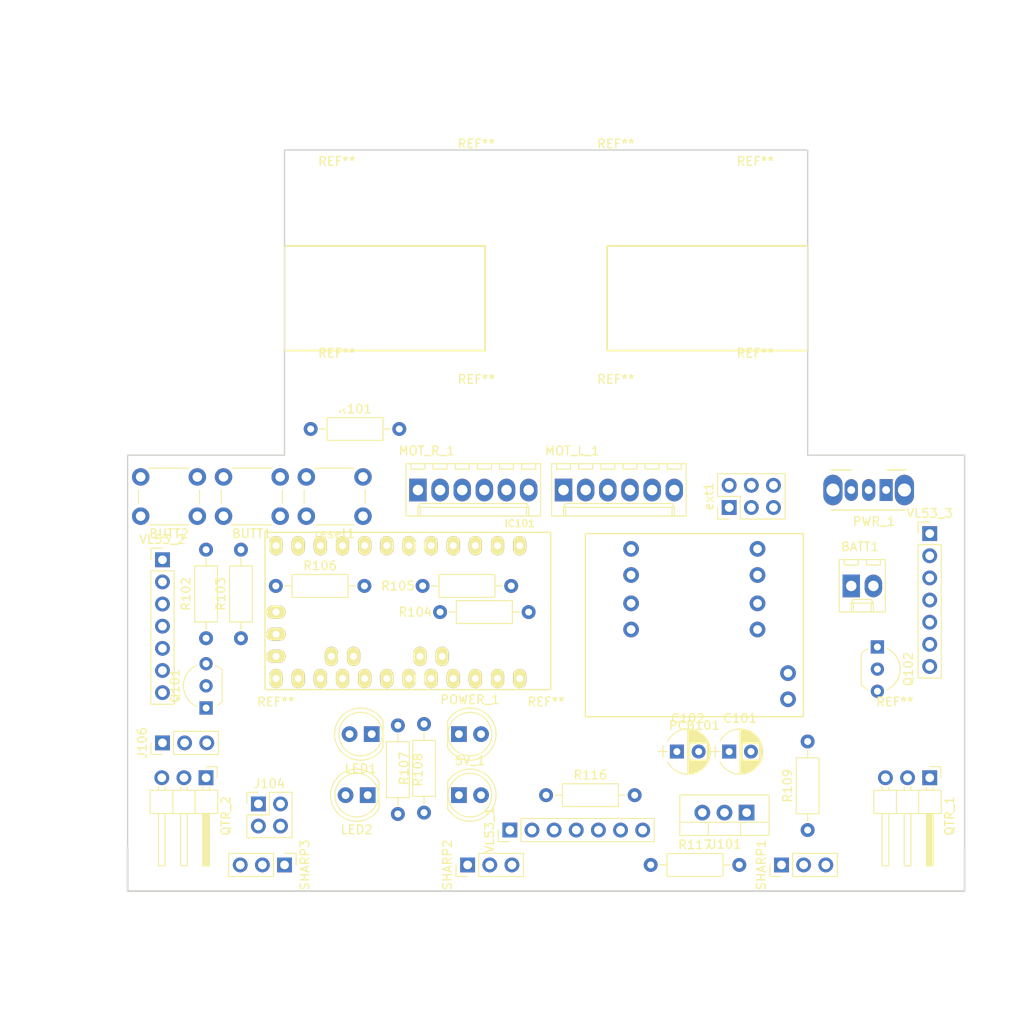
<source format=kicad_pcb>
(kicad_pcb (version 20171130) (host pcbnew "(5.0.2)-1")

  (general
    (thickness 1.6)
    (drawings 83)
    (tracks 0)
    (zones 0)
    (modules 51)
    (nets 51)
  )

  (page A4)
  (layers
    (0 F.Cu signal)
    (31 B.Cu signal)
    (32 B.Adhes user)
    (33 F.Adhes user)
    (34 B.Paste user)
    (35 F.Paste user)
    (36 B.SilkS user)
    (37 F.SilkS user)
    (38 B.Mask user)
    (39 F.Mask user)
    (40 Dwgs.User user)
    (41 Cmts.User user)
    (42 Eco1.User user)
    (43 Eco2.User user)
    (44 Edge.Cuts user)
    (45 Margin user)
    (46 B.CrtYd user)
    (47 F.CrtYd user)
    (48 B.Fab user)
    (49 F.Fab user)
  )

  (setup
    (last_trace_width 0.25)
    (trace_clearance 0.2)
    (zone_clearance 0.508)
    (zone_45_only no)
    (trace_min 0.2)
    (segment_width 0.2)
    (edge_width 0.15)
    (via_size 0.8)
    (via_drill 0.4)
    (via_min_size 0.4)
    (via_min_drill 0.3)
    (uvia_size 0.3)
    (uvia_drill 0.1)
    (uvias_allowed no)
    (uvia_min_size 0.2)
    (uvia_min_drill 0.1)
    (pcb_text_width 0.3)
    (pcb_text_size 1.5 1.5)
    (mod_edge_width 0.15)
    (mod_text_size 1 1)
    (mod_text_width 0.15)
    (pad_size 1.8 1.8)
    (pad_drill 0.9)
    (pad_to_mask_clearance 0.051)
    (solder_mask_min_width 0.25)
    (aux_axis_origin 0 0)
    (visible_elements 7FFFFFFF)
    (pcbplotparams
      (layerselection 0x010fc_ffffffff)
      (usegerberextensions false)
      (usegerberattributes false)
      (usegerberadvancedattributes false)
      (creategerberjobfile false)
      (excludeedgelayer true)
      (linewidth 0.100000)
      (plotframeref false)
      (viasonmask false)
      (mode 1)
      (useauxorigin false)
      (hpglpennumber 1)
      (hpglpenspeed 20)
      (hpglpendiameter 15.000000)
      (psnegative false)
      (psa4output false)
      (plotreference true)
      (plotvalue true)
      (plotinvisibletext false)
      (padsonsilk false)
      (subtractmaskfromsilk false)
      (outputformat 1)
      (mirror false)
      (drillshape 1)
      (scaleselection 1)
      (outputdirectory ""))
  )

  (net 0 "")
  (net 1 /AlimArduino)
  (net 2 /5V)
  (net 3 /distanceSensor3)
  (net 4 /distanceSensor2)
  (net 5 /distanceSensor1)
  (net 6 /Button1)
  (net 7 /TX)
  (net 8 /RX)
  (net 9 /Reset)
  (net 10 /CoderLeftA)
  (net 11 /CoderRightA)
  (net 12 /groundSensorEmitter)
  (net 13 /IN1_HBridge)
  (net 14 /IN3_HBridge)
  (net 15 /CoderLeftB)
  (net 16 /CoderRightB)
  (net 17 /IN2_HBridge)
  (net 18 /IN4_HBridge)
  (net 19 /TOF2_XSHUT_CTRL)
  (net 20 /Led1)
  (net 21 /groundSensor1)
  (net 22 /groundSensor2)
  (net 23 "Net-(IC101-Pad21)")
  (net 24 /TOF_SDA)
  (net 25 /TOF_SCL)
  (net 26 /MotorLeftN)
  (net 27 /MotorLeftP)
  (net 28 /MotorRightP)
  (net 29 /MotorRightN)
  (net 30 /Led2)
  (net 31 /Button2)
  (net 32 /TOF2_XSHUT)
  (net 33 -BATT)
  (net 34 /arduinoGroundSensorEmitter)
  (net 35 /TOF3_XSHUT_CTRL)
  (net 36 +BATT)
  (net 37 "Net-(Q101-Pad2)")
  (net 38 /TOF3_XSHUT)
  (net 39 "Net-(Q102-Pad2)")
  (net 40 /TOF1_GPIO1)
  (net 41 /TOF1_XSHUT)
  (net 42 /TOF1_VDD)
  (net 43 /TOF2_GPIO1)
  (net 44 /TOF2_VDD)
  (net 45 /TOF3_VDD)
  (net 46 "Net-(5V_1-Pad1)")
  (net 47 "Net-(LED1-Pad2)")
  (net 48 "Net-(LED2-Pad2)")
  (net 49 "Net-(POWER_1-Pad1)")
  (net 50 "Net-(VL53_3-Pad7)")

  (net_class Default "Ceci est la Netclass par défaut."
    (clearance 0.2)
    (trace_width 0.25)
    (via_dia 0.8)
    (via_drill 0.4)
    (uvia_dia 0.3)
    (uvia_drill 0.1)
    (add_net +BATT)
    (add_net -BATT)
    (add_net /5V)
    (add_net /AlimArduino)
    (add_net /Button1)
    (add_net /Button2)
    (add_net /CoderLeftA)
    (add_net /CoderLeftB)
    (add_net /CoderRightA)
    (add_net /CoderRightB)
    (add_net /IN1_HBridge)
    (add_net /IN2_HBridge)
    (add_net /IN3_HBridge)
    (add_net /IN4_HBridge)
    (add_net /Led1)
    (add_net /Led2)
    (add_net /MotorLeftN)
    (add_net /MotorLeftP)
    (add_net /MotorRightN)
    (add_net /MotorRightP)
    (add_net /RX)
    (add_net /Reset)
    (add_net /TOF1_GPIO1)
    (add_net /TOF1_VDD)
    (add_net /TOF1_XSHUT)
    (add_net /TOF2_GPIO1)
    (add_net /TOF2_VDD)
    (add_net /TOF2_XSHUT)
    (add_net /TOF2_XSHUT_CTRL)
    (add_net /TOF3_VDD)
    (add_net /TOF3_XSHUT)
    (add_net /TOF3_XSHUT_CTRL)
    (add_net /TOF_SCL)
    (add_net /TOF_SDA)
    (add_net /TX)
    (add_net /arduinoGroundSensorEmitter)
    (add_net /distanceSensor1)
    (add_net /distanceSensor2)
    (add_net /distanceSensor3)
    (add_net /groundSensor1)
    (add_net /groundSensor2)
    (add_net /groundSensorEmitter)
    (add_net "Net-(5V_1-Pad1)")
    (add_net "Net-(IC101-Pad21)")
    (add_net "Net-(LED1-Pad2)")
    (add_net "Net-(LED2-Pad2)")
    (add_net "Net-(POWER_1-Pad1)")
    (add_net "Net-(Q101-Pad2)")
    (add_net "Net-(Q102-Pad2)")
    (add_net "Net-(VL53_3-Pad7)")
  )

  (module "mini victory l298n - H bridge driver:miniVictoryL298N" (layer F.Cu) (tedit 5C4CF89D) (tstamp 5C4D14AE)
    (at 112 100 180)
    (path /5C2B9144)
    (fp_text reference PCB101 (at 0 -1 180) (layer F.SilkS)
      (effects (font (size 1 1) (thickness 0.15)))
    )
    (fp_text value miniVictoryL298N (at 0 -3 180) (layer F.Fab)
      (effects (font (size 1 1) (thickness 0.15)))
    )
    (fp_line (start -12.5 0) (end 12.5 0) (layer F.SilkS) (width 0.15))
    (fp_line (start 12.5 0) (end 12.5 21) (layer F.SilkS) (width 0.15))
    (fp_line (start 12.5 21) (end -12.5 21) (layer F.SilkS) (width 0.15))
    (fp_line (start -12.5 21) (end -12.5 0) (layer F.SilkS) (width 0.15))
    (pad 1 thru_hole circle (at -10.75 2 180) (size 1.8 1.8) (drill 1) (layers *.Cu *.Mask)
      (net 1 /AlimArduino))
    (pad 2 thru_hole circle (at -10.75 5 180) (size 1.8 1.8) (drill 1) (layers *.Cu *.Mask)
      (net 33 -BATT))
    (pad 3 thru_hole circle (at -7.25 10 180) (size 1.8 1.8) (drill 1) (layers *.Cu *.Mask)
      (net 13 /IN1_HBridge))
    (pad 4 thru_hole circle (at -7.25 13 180) (size 1.8 1.8) (drill 1) (layers *.Cu *.Mask)
      (net 17 /IN2_HBridge))
    (pad 5 thru_hole circle (at -7.25 16.25 180) (size 1.8 1.8) (drill 1) (layers *.Cu *.Mask)
      (net 14 /IN3_HBridge))
    (pad 6 thru_hole circle (at -7.25 19.25 180) (size 1.8 1.8) (drill 1) (layers *.Cu *.Mask)
      (net 18 /IN4_HBridge))
    (pad 7 thru_hole circle (at 7.25 10 180) (size 1.8 1.8) (drill 1) (layers *.Cu *.Mask)
      (net 26 /MotorLeftN))
    (pad 8 thru_hole circle (at 7.25 13 180) (size 1.8 1.8) (drill 1) (layers *.Cu *.Mask)
      (net 27 /MotorLeftP))
    (pad 9 thru_hole circle (at 7.25 16.25 180) (size 1.8 1.8) (drill 1) (layers *.Cu *.Mask)
      (net 29 /MotorRightN))
    (pad 10 thru_hole circle (at 7.25 19.25 180) (size 1.8 1.8) (drill 1) (layers *.Cu *.Mask)
      (net 28 /MotorRightP))
  )

  (module Capacitors_THT:CP_Radial_D5.0mm_P2.50mm (layer F.Cu) (tedit 597BC7C2) (tstamp 5C4D12D8)
    (at 116 104)
    (descr "CP, Radial series, Radial, pin pitch=2.50mm, , diameter=5mm, Electrolytic Capacitor")
    (tags "CP Radial series Radial pin pitch 2.50mm  diameter 5mm Electrolytic Capacitor")
    (path /5C685591)
    (fp_text reference C101 (at 1.25 -3.81) (layer F.SilkS)
      (effects (font (size 1 1) (thickness 0.15)))
    )
    (fp_text value 100n (at 1.25 3.81) (layer F.Fab)
      (effects (font (size 1 1) (thickness 0.15)))
    )
    (fp_arc (start 1.25 0) (end -1.05558 -1.18) (angle 125.8) (layer F.SilkS) (width 0.12))
    (fp_arc (start 1.25 0) (end -1.05558 1.18) (angle -125.8) (layer F.SilkS) (width 0.12))
    (fp_arc (start 1.25 0) (end 3.55558 -1.18) (angle 54.2) (layer F.SilkS) (width 0.12))
    (fp_circle (center 1.25 0) (end 3.75 0) (layer F.Fab) (width 0.1))
    (fp_line (start -2.2 0) (end -1 0) (layer F.Fab) (width 0.1))
    (fp_line (start -1.6 -0.65) (end -1.6 0.65) (layer F.Fab) (width 0.1))
    (fp_line (start 1.25 -2.55) (end 1.25 2.55) (layer F.SilkS) (width 0.12))
    (fp_line (start 1.29 -2.55) (end 1.29 2.55) (layer F.SilkS) (width 0.12))
    (fp_line (start 1.33 -2.549) (end 1.33 2.549) (layer F.SilkS) (width 0.12))
    (fp_line (start 1.37 -2.548) (end 1.37 2.548) (layer F.SilkS) (width 0.12))
    (fp_line (start 1.41 -2.546) (end 1.41 2.546) (layer F.SilkS) (width 0.12))
    (fp_line (start 1.45 -2.543) (end 1.45 2.543) (layer F.SilkS) (width 0.12))
    (fp_line (start 1.49 -2.539) (end 1.49 2.539) (layer F.SilkS) (width 0.12))
    (fp_line (start 1.53 -2.535) (end 1.53 -0.98) (layer F.SilkS) (width 0.12))
    (fp_line (start 1.53 0.98) (end 1.53 2.535) (layer F.SilkS) (width 0.12))
    (fp_line (start 1.57 -2.531) (end 1.57 -0.98) (layer F.SilkS) (width 0.12))
    (fp_line (start 1.57 0.98) (end 1.57 2.531) (layer F.SilkS) (width 0.12))
    (fp_line (start 1.61 -2.525) (end 1.61 -0.98) (layer F.SilkS) (width 0.12))
    (fp_line (start 1.61 0.98) (end 1.61 2.525) (layer F.SilkS) (width 0.12))
    (fp_line (start 1.65 -2.519) (end 1.65 -0.98) (layer F.SilkS) (width 0.12))
    (fp_line (start 1.65 0.98) (end 1.65 2.519) (layer F.SilkS) (width 0.12))
    (fp_line (start 1.69 -2.513) (end 1.69 -0.98) (layer F.SilkS) (width 0.12))
    (fp_line (start 1.69 0.98) (end 1.69 2.513) (layer F.SilkS) (width 0.12))
    (fp_line (start 1.73 -2.506) (end 1.73 -0.98) (layer F.SilkS) (width 0.12))
    (fp_line (start 1.73 0.98) (end 1.73 2.506) (layer F.SilkS) (width 0.12))
    (fp_line (start 1.77 -2.498) (end 1.77 -0.98) (layer F.SilkS) (width 0.12))
    (fp_line (start 1.77 0.98) (end 1.77 2.498) (layer F.SilkS) (width 0.12))
    (fp_line (start 1.81 -2.489) (end 1.81 -0.98) (layer F.SilkS) (width 0.12))
    (fp_line (start 1.81 0.98) (end 1.81 2.489) (layer F.SilkS) (width 0.12))
    (fp_line (start 1.85 -2.48) (end 1.85 -0.98) (layer F.SilkS) (width 0.12))
    (fp_line (start 1.85 0.98) (end 1.85 2.48) (layer F.SilkS) (width 0.12))
    (fp_line (start 1.89 -2.47) (end 1.89 -0.98) (layer F.SilkS) (width 0.12))
    (fp_line (start 1.89 0.98) (end 1.89 2.47) (layer F.SilkS) (width 0.12))
    (fp_line (start 1.93 -2.46) (end 1.93 -0.98) (layer F.SilkS) (width 0.12))
    (fp_line (start 1.93 0.98) (end 1.93 2.46) (layer F.SilkS) (width 0.12))
    (fp_line (start 1.971 -2.448) (end 1.971 -0.98) (layer F.SilkS) (width 0.12))
    (fp_line (start 1.971 0.98) (end 1.971 2.448) (layer F.SilkS) (width 0.12))
    (fp_line (start 2.011 -2.436) (end 2.011 -0.98) (layer F.SilkS) (width 0.12))
    (fp_line (start 2.011 0.98) (end 2.011 2.436) (layer F.SilkS) (width 0.12))
    (fp_line (start 2.051 -2.424) (end 2.051 -0.98) (layer F.SilkS) (width 0.12))
    (fp_line (start 2.051 0.98) (end 2.051 2.424) (layer F.SilkS) (width 0.12))
    (fp_line (start 2.091 -2.41) (end 2.091 -0.98) (layer F.SilkS) (width 0.12))
    (fp_line (start 2.091 0.98) (end 2.091 2.41) (layer F.SilkS) (width 0.12))
    (fp_line (start 2.131 -2.396) (end 2.131 -0.98) (layer F.SilkS) (width 0.12))
    (fp_line (start 2.131 0.98) (end 2.131 2.396) (layer F.SilkS) (width 0.12))
    (fp_line (start 2.171 -2.382) (end 2.171 -0.98) (layer F.SilkS) (width 0.12))
    (fp_line (start 2.171 0.98) (end 2.171 2.382) (layer F.SilkS) (width 0.12))
    (fp_line (start 2.211 -2.366) (end 2.211 -0.98) (layer F.SilkS) (width 0.12))
    (fp_line (start 2.211 0.98) (end 2.211 2.366) (layer F.SilkS) (width 0.12))
    (fp_line (start 2.251 -2.35) (end 2.251 -0.98) (layer F.SilkS) (width 0.12))
    (fp_line (start 2.251 0.98) (end 2.251 2.35) (layer F.SilkS) (width 0.12))
    (fp_line (start 2.291 -2.333) (end 2.291 -0.98) (layer F.SilkS) (width 0.12))
    (fp_line (start 2.291 0.98) (end 2.291 2.333) (layer F.SilkS) (width 0.12))
    (fp_line (start 2.331 -2.315) (end 2.331 -0.98) (layer F.SilkS) (width 0.12))
    (fp_line (start 2.331 0.98) (end 2.331 2.315) (layer F.SilkS) (width 0.12))
    (fp_line (start 2.371 -2.296) (end 2.371 -0.98) (layer F.SilkS) (width 0.12))
    (fp_line (start 2.371 0.98) (end 2.371 2.296) (layer F.SilkS) (width 0.12))
    (fp_line (start 2.411 -2.276) (end 2.411 -0.98) (layer F.SilkS) (width 0.12))
    (fp_line (start 2.411 0.98) (end 2.411 2.276) (layer F.SilkS) (width 0.12))
    (fp_line (start 2.451 -2.256) (end 2.451 -0.98) (layer F.SilkS) (width 0.12))
    (fp_line (start 2.451 0.98) (end 2.451 2.256) (layer F.SilkS) (width 0.12))
    (fp_line (start 2.491 -2.234) (end 2.491 -0.98) (layer F.SilkS) (width 0.12))
    (fp_line (start 2.491 0.98) (end 2.491 2.234) (layer F.SilkS) (width 0.12))
    (fp_line (start 2.531 -2.212) (end 2.531 -0.98) (layer F.SilkS) (width 0.12))
    (fp_line (start 2.531 0.98) (end 2.531 2.212) (layer F.SilkS) (width 0.12))
    (fp_line (start 2.571 -2.189) (end 2.571 -0.98) (layer F.SilkS) (width 0.12))
    (fp_line (start 2.571 0.98) (end 2.571 2.189) (layer F.SilkS) (width 0.12))
    (fp_line (start 2.611 -2.165) (end 2.611 -0.98) (layer F.SilkS) (width 0.12))
    (fp_line (start 2.611 0.98) (end 2.611 2.165) (layer F.SilkS) (width 0.12))
    (fp_line (start 2.651 -2.14) (end 2.651 -0.98) (layer F.SilkS) (width 0.12))
    (fp_line (start 2.651 0.98) (end 2.651 2.14) (layer F.SilkS) (width 0.12))
    (fp_line (start 2.691 -2.113) (end 2.691 -0.98) (layer F.SilkS) (width 0.12))
    (fp_line (start 2.691 0.98) (end 2.691 2.113) (layer F.SilkS) (width 0.12))
    (fp_line (start 2.731 -2.086) (end 2.731 -0.98) (layer F.SilkS) (width 0.12))
    (fp_line (start 2.731 0.98) (end 2.731 2.086) (layer F.SilkS) (width 0.12))
    (fp_line (start 2.771 -2.058) (end 2.771 -0.98) (layer F.SilkS) (width 0.12))
    (fp_line (start 2.771 0.98) (end 2.771 2.058) (layer F.SilkS) (width 0.12))
    (fp_line (start 2.811 -2.028) (end 2.811 -0.98) (layer F.SilkS) (width 0.12))
    (fp_line (start 2.811 0.98) (end 2.811 2.028) (layer F.SilkS) (width 0.12))
    (fp_line (start 2.851 -1.997) (end 2.851 -0.98) (layer F.SilkS) (width 0.12))
    (fp_line (start 2.851 0.98) (end 2.851 1.997) (layer F.SilkS) (width 0.12))
    (fp_line (start 2.891 -1.965) (end 2.891 -0.98) (layer F.SilkS) (width 0.12))
    (fp_line (start 2.891 0.98) (end 2.891 1.965) (layer F.SilkS) (width 0.12))
    (fp_line (start 2.931 -1.932) (end 2.931 -0.98) (layer F.SilkS) (width 0.12))
    (fp_line (start 2.931 0.98) (end 2.931 1.932) (layer F.SilkS) (width 0.12))
    (fp_line (start 2.971 -1.897) (end 2.971 -0.98) (layer F.SilkS) (width 0.12))
    (fp_line (start 2.971 0.98) (end 2.971 1.897) (layer F.SilkS) (width 0.12))
    (fp_line (start 3.011 -1.861) (end 3.011 -0.98) (layer F.SilkS) (width 0.12))
    (fp_line (start 3.011 0.98) (end 3.011 1.861) (layer F.SilkS) (width 0.12))
    (fp_line (start 3.051 -1.823) (end 3.051 -0.98) (layer F.SilkS) (width 0.12))
    (fp_line (start 3.051 0.98) (end 3.051 1.823) (layer F.SilkS) (width 0.12))
    (fp_line (start 3.091 -1.783) (end 3.091 -0.98) (layer F.SilkS) (width 0.12))
    (fp_line (start 3.091 0.98) (end 3.091 1.783) (layer F.SilkS) (width 0.12))
    (fp_line (start 3.131 -1.742) (end 3.131 -0.98) (layer F.SilkS) (width 0.12))
    (fp_line (start 3.131 0.98) (end 3.131 1.742) (layer F.SilkS) (width 0.12))
    (fp_line (start 3.171 -1.699) (end 3.171 -0.98) (layer F.SilkS) (width 0.12))
    (fp_line (start 3.171 0.98) (end 3.171 1.699) (layer F.SilkS) (width 0.12))
    (fp_line (start 3.211 -1.654) (end 3.211 -0.98) (layer F.SilkS) (width 0.12))
    (fp_line (start 3.211 0.98) (end 3.211 1.654) (layer F.SilkS) (width 0.12))
    (fp_line (start 3.251 -1.606) (end 3.251 -0.98) (layer F.SilkS) (width 0.12))
    (fp_line (start 3.251 0.98) (end 3.251 1.606) (layer F.SilkS) (width 0.12))
    (fp_line (start 3.291 -1.556) (end 3.291 -0.98) (layer F.SilkS) (width 0.12))
    (fp_line (start 3.291 0.98) (end 3.291 1.556) (layer F.SilkS) (width 0.12))
    (fp_line (start 3.331 -1.504) (end 3.331 -0.98) (layer F.SilkS) (width 0.12))
    (fp_line (start 3.331 0.98) (end 3.331 1.504) (layer F.SilkS) (width 0.12))
    (fp_line (start 3.371 -1.448) (end 3.371 -0.98) (layer F.SilkS) (width 0.12))
    (fp_line (start 3.371 0.98) (end 3.371 1.448) (layer F.SilkS) (width 0.12))
    (fp_line (start 3.411 -1.39) (end 3.411 -0.98) (layer F.SilkS) (width 0.12))
    (fp_line (start 3.411 0.98) (end 3.411 1.39) (layer F.SilkS) (width 0.12))
    (fp_line (start 3.451 -1.327) (end 3.451 -0.98) (layer F.SilkS) (width 0.12))
    (fp_line (start 3.451 0.98) (end 3.451 1.327) (layer F.SilkS) (width 0.12))
    (fp_line (start 3.491 -1.261) (end 3.491 1.261) (layer F.SilkS) (width 0.12))
    (fp_line (start 3.531 -1.189) (end 3.531 1.189) (layer F.SilkS) (width 0.12))
    (fp_line (start 3.571 -1.112) (end 3.571 1.112) (layer F.SilkS) (width 0.12))
    (fp_line (start 3.611 -1.028) (end 3.611 1.028) (layer F.SilkS) (width 0.12))
    (fp_line (start 3.651 -0.934) (end 3.651 0.934) (layer F.SilkS) (width 0.12))
    (fp_line (start 3.691 -0.829) (end 3.691 0.829) (layer F.SilkS) (width 0.12))
    (fp_line (start 3.731 -0.707) (end 3.731 0.707) (layer F.SilkS) (width 0.12))
    (fp_line (start 3.771 -0.559) (end 3.771 0.559) (layer F.SilkS) (width 0.12))
    (fp_line (start 3.811 -0.354) (end 3.811 0.354) (layer F.SilkS) (width 0.12))
    (fp_line (start -2.2 0) (end -1 0) (layer F.SilkS) (width 0.12))
    (fp_line (start -1.6 -0.65) (end -1.6 0.65) (layer F.SilkS) (width 0.12))
    (fp_line (start -1.6 -2.85) (end -1.6 2.85) (layer F.CrtYd) (width 0.05))
    (fp_line (start -1.6 2.85) (end 4.1 2.85) (layer F.CrtYd) (width 0.05))
    (fp_line (start 4.1 2.85) (end 4.1 -2.85) (layer F.CrtYd) (width 0.05))
    (fp_line (start 4.1 -2.85) (end -1.6 -2.85) (layer F.CrtYd) (width 0.05))
    (fp_text user %R (at 1.25 0) (layer F.Fab)
      (effects (font (size 1 1) (thickness 0.15)))
    )
    (pad 1 thru_hole rect (at 0 0) (size 1.6 1.6) (drill 0.8) (layers *.Cu *.Mask)
      (net 1 /AlimArduino))
    (pad 2 thru_hole circle (at 2.5 0) (size 1.6 1.6) (drill 0.8) (layers *.Cu *.Mask)
      (net 33 -BATT))
    (model ${KISYS3DMOD}/Capacitors_THT.3dshapes/CP_Radial_D5.0mm_P2.50mm.wrl
      (at (xyz 0 0 0))
      (scale (xyz 1 1 1))
      (rotate (xyz 0 0 0))
    )
  )

  (module Capacitors_THT:CP_Radial_D5.0mm_P2.50mm (layer F.Cu) (tedit 597BC7C2) (tstamp 5C4DD604)
    (at 110 104)
    (descr "CP, Radial series, Radial, pin pitch=2.50mm, , diameter=5mm, Electrolytic Capacitor")
    (tags "CP Radial series Radial pin pitch 2.50mm  diameter 5mm Electrolytic Capacitor")
    (path /5C68551F)
    (fp_text reference C102 (at 1.25 -3.81) (layer F.SilkS)
      (effects (font (size 1 1) (thickness 0.15)))
    )
    (fp_text value 100n (at 1.25 3.81) (layer F.Fab)
      (effects (font (size 1 1) (thickness 0.15)))
    )
    (fp_text user %R (at 1.25 0) (layer F.Fab)
      (effects (font (size 1 1) (thickness 0.15)))
    )
    (fp_line (start 4.1 -2.85) (end -1.6 -2.85) (layer F.CrtYd) (width 0.05))
    (fp_line (start 4.1 2.85) (end 4.1 -2.85) (layer F.CrtYd) (width 0.05))
    (fp_line (start -1.6 2.85) (end 4.1 2.85) (layer F.CrtYd) (width 0.05))
    (fp_line (start -1.6 -2.85) (end -1.6 2.85) (layer F.CrtYd) (width 0.05))
    (fp_line (start -1.6 -0.65) (end -1.6 0.65) (layer F.SilkS) (width 0.12))
    (fp_line (start -2.2 0) (end -1 0) (layer F.SilkS) (width 0.12))
    (fp_line (start 3.811 -0.354) (end 3.811 0.354) (layer F.SilkS) (width 0.12))
    (fp_line (start 3.771 -0.559) (end 3.771 0.559) (layer F.SilkS) (width 0.12))
    (fp_line (start 3.731 -0.707) (end 3.731 0.707) (layer F.SilkS) (width 0.12))
    (fp_line (start 3.691 -0.829) (end 3.691 0.829) (layer F.SilkS) (width 0.12))
    (fp_line (start 3.651 -0.934) (end 3.651 0.934) (layer F.SilkS) (width 0.12))
    (fp_line (start 3.611 -1.028) (end 3.611 1.028) (layer F.SilkS) (width 0.12))
    (fp_line (start 3.571 -1.112) (end 3.571 1.112) (layer F.SilkS) (width 0.12))
    (fp_line (start 3.531 -1.189) (end 3.531 1.189) (layer F.SilkS) (width 0.12))
    (fp_line (start 3.491 -1.261) (end 3.491 1.261) (layer F.SilkS) (width 0.12))
    (fp_line (start 3.451 0.98) (end 3.451 1.327) (layer F.SilkS) (width 0.12))
    (fp_line (start 3.451 -1.327) (end 3.451 -0.98) (layer F.SilkS) (width 0.12))
    (fp_line (start 3.411 0.98) (end 3.411 1.39) (layer F.SilkS) (width 0.12))
    (fp_line (start 3.411 -1.39) (end 3.411 -0.98) (layer F.SilkS) (width 0.12))
    (fp_line (start 3.371 0.98) (end 3.371 1.448) (layer F.SilkS) (width 0.12))
    (fp_line (start 3.371 -1.448) (end 3.371 -0.98) (layer F.SilkS) (width 0.12))
    (fp_line (start 3.331 0.98) (end 3.331 1.504) (layer F.SilkS) (width 0.12))
    (fp_line (start 3.331 -1.504) (end 3.331 -0.98) (layer F.SilkS) (width 0.12))
    (fp_line (start 3.291 0.98) (end 3.291 1.556) (layer F.SilkS) (width 0.12))
    (fp_line (start 3.291 -1.556) (end 3.291 -0.98) (layer F.SilkS) (width 0.12))
    (fp_line (start 3.251 0.98) (end 3.251 1.606) (layer F.SilkS) (width 0.12))
    (fp_line (start 3.251 -1.606) (end 3.251 -0.98) (layer F.SilkS) (width 0.12))
    (fp_line (start 3.211 0.98) (end 3.211 1.654) (layer F.SilkS) (width 0.12))
    (fp_line (start 3.211 -1.654) (end 3.211 -0.98) (layer F.SilkS) (width 0.12))
    (fp_line (start 3.171 0.98) (end 3.171 1.699) (layer F.SilkS) (width 0.12))
    (fp_line (start 3.171 -1.699) (end 3.171 -0.98) (layer F.SilkS) (width 0.12))
    (fp_line (start 3.131 0.98) (end 3.131 1.742) (layer F.SilkS) (width 0.12))
    (fp_line (start 3.131 -1.742) (end 3.131 -0.98) (layer F.SilkS) (width 0.12))
    (fp_line (start 3.091 0.98) (end 3.091 1.783) (layer F.SilkS) (width 0.12))
    (fp_line (start 3.091 -1.783) (end 3.091 -0.98) (layer F.SilkS) (width 0.12))
    (fp_line (start 3.051 0.98) (end 3.051 1.823) (layer F.SilkS) (width 0.12))
    (fp_line (start 3.051 -1.823) (end 3.051 -0.98) (layer F.SilkS) (width 0.12))
    (fp_line (start 3.011 0.98) (end 3.011 1.861) (layer F.SilkS) (width 0.12))
    (fp_line (start 3.011 -1.861) (end 3.011 -0.98) (layer F.SilkS) (width 0.12))
    (fp_line (start 2.971 0.98) (end 2.971 1.897) (layer F.SilkS) (width 0.12))
    (fp_line (start 2.971 -1.897) (end 2.971 -0.98) (layer F.SilkS) (width 0.12))
    (fp_line (start 2.931 0.98) (end 2.931 1.932) (layer F.SilkS) (width 0.12))
    (fp_line (start 2.931 -1.932) (end 2.931 -0.98) (layer F.SilkS) (width 0.12))
    (fp_line (start 2.891 0.98) (end 2.891 1.965) (layer F.SilkS) (width 0.12))
    (fp_line (start 2.891 -1.965) (end 2.891 -0.98) (layer F.SilkS) (width 0.12))
    (fp_line (start 2.851 0.98) (end 2.851 1.997) (layer F.SilkS) (width 0.12))
    (fp_line (start 2.851 -1.997) (end 2.851 -0.98) (layer F.SilkS) (width 0.12))
    (fp_line (start 2.811 0.98) (end 2.811 2.028) (layer F.SilkS) (width 0.12))
    (fp_line (start 2.811 -2.028) (end 2.811 -0.98) (layer F.SilkS) (width 0.12))
    (fp_line (start 2.771 0.98) (end 2.771 2.058) (layer F.SilkS) (width 0.12))
    (fp_line (start 2.771 -2.058) (end 2.771 -0.98) (layer F.SilkS) (width 0.12))
    (fp_line (start 2.731 0.98) (end 2.731 2.086) (layer F.SilkS) (width 0.12))
    (fp_line (start 2.731 -2.086) (end 2.731 -0.98) (layer F.SilkS) (width 0.12))
    (fp_line (start 2.691 0.98) (end 2.691 2.113) (layer F.SilkS) (width 0.12))
    (fp_line (start 2.691 -2.113) (end 2.691 -0.98) (layer F.SilkS) (width 0.12))
    (fp_line (start 2.651 0.98) (end 2.651 2.14) (layer F.SilkS) (width 0.12))
    (fp_line (start 2.651 -2.14) (end 2.651 -0.98) (layer F.SilkS) (width 0.12))
    (fp_line (start 2.611 0.98) (end 2.611 2.165) (layer F.SilkS) (width 0.12))
    (fp_line (start 2.611 -2.165) (end 2.611 -0.98) (layer F.SilkS) (width 0.12))
    (fp_line (start 2.571 0.98) (end 2.571 2.189) (layer F.SilkS) (width 0.12))
    (fp_line (start 2.571 -2.189) (end 2.571 -0.98) (layer F.SilkS) (width 0.12))
    (fp_line (start 2.531 0.98) (end 2.531 2.212) (layer F.SilkS) (width 0.12))
    (fp_line (start 2.531 -2.212) (end 2.531 -0.98) (layer F.SilkS) (width 0.12))
    (fp_line (start 2.491 0.98) (end 2.491 2.234) (layer F.SilkS) (width 0.12))
    (fp_line (start 2.491 -2.234) (end 2.491 -0.98) (layer F.SilkS) (width 0.12))
    (fp_line (start 2.451 0.98) (end 2.451 2.256) (layer F.SilkS) (width 0.12))
    (fp_line (start 2.451 -2.256) (end 2.451 -0.98) (layer F.SilkS) (width 0.12))
    (fp_line (start 2.411 0.98) (end 2.411 2.276) (layer F.SilkS) (width 0.12))
    (fp_line (start 2.411 -2.276) (end 2.411 -0.98) (layer F.SilkS) (width 0.12))
    (fp_line (start 2.371 0.98) (end 2.371 2.296) (layer F.SilkS) (width 0.12))
    (fp_line (start 2.371 -2.296) (end 2.371 -0.98) (layer F.SilkS) (width 0.12))
    (fp_line (start 2.331 0.98) (end 2.331 2.315) (layer F.SilkS) (width 0.12))
    (fp_line (start 2.331 -2.315) (end 2.331 -0.98) (layer F.SilkS) (width 0.12))
    (fp_line (start 2.291 0.98) (end 2.291 2.333) (layer F.SilkS) (width 0.12))
    (fp_line (start 2.291 -2.333) (end 2.291 -0.98) (layer F.SilkS) (width 0.12))
    (fp_line (start 2.251 0.98) (end 2.251 2.35) (layer F.SilkS) (width 0.12))
    (fp_line (start 2.251 -2.35) (end 2.251 -0.98) (layer F.SilkS) (width 0.12))
    (fp_line (start 2.211 0.98) (end 2.211 2.366) (layer F.SilkS) (width 0.12))
    (fp_line (start 2.211 -2.366) (end 2.211 -0.98) (layer F.SilkS) (width 0.12))
    (fp_line (start 2.171 0.98) (end 2.171 2.382) (layer F.SilkS) (width 0.12))
    (fp_line (start 2.171 -2.382) (end 2.171 -0.98) (layer F.SilkS) (width 0.12))
    (fp_line (start 2.131 0.98) (end 2.131 2.396) (layer F.SilkS) (width 0.12))
    (fp_line (start 2.131 -2.396) (end 2.131 -0.98) (layer F.SilkS) (width 0.12))
    (fp_line (start 2.091 0.98) (end 2.091 2.41) (layer F.SilkS) (width 0.12))
    (fp_line (start 2.091 -2.41) (end 2.091 -0.98) (layer F.SilkS) (width 0.12))
    (fp_line (start 2.051 0.98) (end 2.051 2.424) (layer F.SilkS) (width 0.12))
    (fp_line (start 2.051 -2.424) (end 2.051 -0.98) (layer F.SilkS) (width 0.12))
    (fp_line (start 2.011 0.98) (end 2.011 2.436) (layer F.SilkS) (width 0.12))
    (fp_line (start 2.011 -2.436) (end 2.011 -0.98) (layer F.SilkS) (width 0.12))
    (fp_line (start 1.971 0.98) (end 1.971 2.448) (layer F.SilkS) (width 0.12))
    (fp_line (start 1.971 -2.448) (end 1.971 -0.98) (layer F.SilkS) (width 0.12))
    (fp_line (start 1.93 0.98) (end 1.93 2.46) (layer F.SilkS) (width 0.12))
    (fp_line (start 1.93 -2.46) (end 1.93 -0.98) (layer F.SilkS) (width 0.12))
    (fp_line (start 1.89 0.98) (end 1.89 2.47) (layer F.SilkS) (width 0.12))
    (fp_line (start 1.89 -2.47) (end 1.89 -0.98) (layer F.SilkS) (width 0.12))
    (fp_line (start 1.85 0.98) (end 1.85 2.48) (layer F.SilkS) (width 0.12))
    (fp_line (start 1.85 -2.48) (end 1.85 -0.98) (layer F.SilkS) (width 0.12))
    (fp_line (start 1.81 0.98) (end 1.81 2.489) (layer F.SilkS) (width 0.12))
    (fp_line (start 1.81 -2.489) (end 1.81 -0.98) (layer F.SilkS) (width 0.12))
    (fp_line (start 1.77 0.98) (end 1.77 2.498) (layer F.SilkS) (width 0.12))
    (fp_line (start 1.77 -2.498) (end 1.77 -0.98) (layer F.SilkS) (width 0.12))
    (fp_line (start 1.73 0.98) (end 1.73 2.506) (layer F.SilkS) (width 0.12))
    (fp_line (start 1.73 -2.506) (end 1.73 -0.98) (layer F.SilkS) (width 0.12))
    (fp_line (start 1.69 0.98) (end 1.69 2.513) (layer F.SilkS) (width 0.12))
    (fp_line (start 1.69 -2.513) (end 1.69 -0.98) (layer F.SilkS) (width 0.12))
    (fp_line (start 1.65 0.98) (end 1.65 2.519) (layer F.SilkS) (width 0.12))
    (fp_line (start 1.65 -2.519) (end 1.65 -0.98) (layer F.SilkS) (width 0.12))
    (fp_line (start 1.61 0.98) (end 1.61 2.525) (layer F.SilkS) (width 0.12))
    (fp_line (start 1.61 -2.525) (end 1.61 -0.98) (layer F.SilkS) (width 0.12))
    (fp_line (start 1.57 0.98) (end 1.57 2.531) (layer F.SilkS) (width 0.12))
    (fp_line (start 1.57 -2.531) (end 1.57 -0.98) (layer F.SilkS) (width 0.12))
    (fp_line (start 1.53 0.98) (end 1.53 2.535) (layer F.SilkS) (width 0.12))
    (fp_line (start 1.53 -2.535) (end 1.53 -0.98) (layer F.SilkS) (width 0.12))
    (fp_line (start 1.49 -2.539) (end 1.49 2.539) (layer F.SilkS) (width 0.12))
    (fp_line (start 1.45 -2.543) (end 1.45 2.543) (layer F.SilkS) (width 0.12))
    (fp_line (start 1.41 -2.546) (end 1.41 2.546) (layer F.SilkS) (width 0.12))
    (fp_line (start 1.37 -2.548) (end 1.37 2.548) (layer F.SilkS) (width 0.12))
    (fp_line (start 1.33 -2.549) (end 1.33 2.549) (layer F.SilkS) (width 0.12))
    (fp_line (start 1.29 -2.55) (end 1.29 2.55) (layer F.SilkS) (width 0.12))
    (fp_line (start 1.25 -2.55) (end 1.25 2.55) (layer F.SilkS) (width 0.12))
    (fp_line (start -1.6 -0.65) (end -1.6 0.65) (layer F.Fab) (width 0.1))
    (fp_line (start -2.2 0) (end -1 0) (layer F.Fab) (width 0.1))
    (fp_circle (center 1.25 0) (end 3.75 0) (layer F.Fab) (width 0.1))
    (fp_arc (start 1.25 0) (end 3.55558 -1.18) (angle 54.2) (layer F.SilkS) (width 0.12))
    (fp_arc (start 1.25 0) (end -1.05558 1.18) (angle -125.8) (layer F.SilkS) (width 0.12))
    (fp_arc (start 1.25 0) (end -1.05558 -1.18) (angle 125.8) (layer F.SilkS) (width 0.12))
    (pad 2 thru_hole circle (at 2.5 0) (size 1.6 1.6) (drill 0.8) (layers *.Cu *.Mask)
      (net 33 -BATT))
    (pad 1 thru_hole rect (at 0 0) (size 1.6 1.6) (drill 0.8) (layers *.Cu *.Mask)
      (net 2 /5V))
    (model ${KISYS3DMOD}/Capacitors_THT.3dshapes/CP_Radial_D5.0mm_P2.50mm.wrl
      (at (xyz 0 0 0))
      (scale (xyz 1 1 1))
      (rotate (xyz 0 0 0))
    )
  )

  (module lib:pro_mini (layer F.Cu) (tedit 55A3E6CB) (tstamp 5C4D13CC)
    (at 78 88 180)
    (descr "IC, ARDUINO_PRO_MINI x 0,6\"")
    (tags "DIL ARDUINO PRO MINI")
    (path /5C241451)
    (fp_text reference IC101 (at -13.97 10.16 180) (layer F.SilkS)
      (effects (font (size 0.8 0.8) (thickness 0.16)))
    )
    (fp_text value ArduinoProMini (at -7 -3 180) (layer F.Fab) hide
      (effects (font (size 0.8 0.8) (thickness 0.16)))
    )
    (fp_line (start 15.24 9.144) (end 15.24 -8.89) (layer F.SilkS) (width 0.15))
    (fp_line (start -17.526 -8.89) (end -17.526 9.144) (layer F.SilkS) (width 0.15))
    (fp_line (start 15.24 9.144) (end -17.526 9.144) (layer F.SilkS) (width 0.15))
    (fp_line (start -17.526 -8.89) (end 15.24 -8.89) (layer F.SilkS) (width 0.15))
    (pad 28 thru_hole oval (at 5.08 -5.08 180) (size 1.50114 2.19964) (drill 0.8001) (layers *.Cu *.Mask F.SilkS)
      (net 6 /Button1))
    (pad 27 thru_hole oval (at 7.62 -5.08 180) (size 1.50114 2.19964) (drill 0.8001) (layers *.Cu *.Mask F.SilkS)
      (net 3 /distanceSensor3))
    (pad 1 thru_hole oval (at -13.97 7.62 180) (size 1.50114 2.19964) (drill 0.8001) (layers *.Cu *.Mask F.SilkS)
      (net 7 /TX))
    (pad 2 thru_hole oval (at -11.43 7.62 180) (size 1.50114 2.19964) (drill 0.8001) (layers *.Cu *.Mask F.SilkS)
      (net 8 /RX))
    (pad 3 thru_hole oval (at -8.89 7.62 180) (size 1.50114 2.19964) (drill 0.8001) (layers *.Cu *.Mask F.SilkS)
      (net 9 /Reset))
    (pad 4 thru_hole oval (at -6.35 7.62 180) (size 1.50114 2.19964) (drill 0.8001) (layers *.Cu *.Mask F.SilkS)
      (net 33 -BATT))
    (pad 5 thru_hole oval (at -3.81 7.62 180) (size 1.50114 2.19964) (drill 0.8001) (layers *.Cu *.Mask F.SilkS)
      (net 10 /CoderLeftA))
    (pad 6 thru_hole oval (at -1.27 7.62 180) (size 1.50114 2.19964) (drill 0.8001) (layers *.Cu *.Mask F.SilkS)
      (net 11 /CoderRightA))
    (pad 7 thru_hole oval (at 1.27 7.62 180) (size 1.50114 2.19964) (drill 0.8001) (layers *.Cu *.Mask F.SilkS)
      (net 34 /arduinoGroundSensorEmitter))
    (pad 8 thru_hole oval (at 3.81 7.62 180) (size 1.50114 2.19964) (drill 0.8001) (layers *.Cu *.Mask F.SilkS)
      (net 13 /IN1_HBridge))
    (pad 9 thru_hole oval (at 6.35 7.62 180) (size 1.50114 2.19964) (drill 0.8001) (layers *.Cu *.Mask F.SilkS)
      (net 14 /IN3_HBridge))
    (pad 10 thru_hole oval (at 8.89 7.62 180) (size 1.50114 2.19964) (drill 0.8001) (layers *.Cu *.Mask F.SilkS)
      (net 15 /CoderLeftB))
    (pad 11 thru_hole oval (at 11.43 7.62 180) (size 1.50114 2.19964) (drill 0.8001) (layers *.Cu *.Mask F.SilkS)
      (net 16 /CoderRightB))
    (pad 12 thru_hole oval (at 13.97 7.62 180) (size 1.50114 2.19964) (drill 0.8001) (layers *.Cu *.Mask F.SilkS)
      (net 35 /TOF3_XSHUT_CTRL))
    (pad 13 thru_hole oval (at 13.97 -7.62 180) (size 1.50114 2.19964) (drill 0.8001) (layers *.Cu *.Mask F.SilkS)
      (net 17 /IN2_HBridge))
    (pad 14 thru_hole oval (at 11.43 -7.62 180) (size 1.50114 2.19964) (drill 0.8001) (layers *.Cu *.Mask F.SilkS)
      (net 18 /IN4_HBridge))
    (pad 15 thru_hole oval (at 8.89 -7.62 180) (size 1.50114 2.19964) (drill 0.8001) (layers *.Cu *.Mask F.SilkS)
      (net 19 /TOF2_XSHUT_CTRL))
    (pad 16 thru_hole oval (at 6.35 -7.62 180) (size 1.50114 2.19964) (drill 0.8001) (layers *.Cu *.Mask F.SilkS)
      (net 20 /Led1))
    (pad 17 thru_hole oval (at 3.81 -7.62 180) (size 1.50114 2.19964) (drill 0.8001) (layers *.Cu *.Mask F.SilkS)
      (net 21 /groundSensor1))
    (pad 18 thru_hole oval (at 1.27 -7.62 180) (size 1.50114 2.19964) (drill 0.8001) (layers *.Cu *.Mask F.SilkS)
      (net 22 /groundSensor2))
    (pad 19 thru_hole oval (at -1.27 -7.62 180) (size 1.50114 2.19964) (drill 0.8001) (layers *.Cu *.Mask F.SilkS)
      (net 5 /distanceSensor1))
    (pad 20 thru_hole oval (at -3.81 -7.62 180) (size 1.50114 2.19964) (drill 0.8001) (layers *.Cu *.Mask F.SilkS)
      (net 4 /distanceSensor2))
    (pad 21 thru_hole oval (at -6.35 -7.62 180) (size 1.50114 2.19964) (drill 0.8001) (layers *.Cu *.Mask F.SilkS)
      (net 23 "Net-(IC101-Pad21)"))
    (pad 22 thru_hole oval (at -8.89 -7.62 180) (size 1.50114 2.19964) (drill 0.8001) (layers *.Cu *.Mask F.SilkS)
      (net 9 /Reset))
    (pad 23 thru_hole oval (at -11.43 -7.62 180) (size 1.50114 2.19964) (drill 0.8001) (layers *.Cu *.Mask F.SilkS)
      (net 33 -BATT))
    (pad 24 thru_hole oval (at -13.97 -7.62 180) (size 1.50114 2.19964) (drill 0.8001) (layers *.Cu *.Mask F.SilkS)
      (net 1 /AlimArduino))
    (pad 25 thru_hole oval (at -2.54 -5.08 180) (size 1.50114 2.19964) (drill 0.8001) (layers *.Cu *.Mask F.SilkS)
      (net 24 /TOF_SDA))
    (pad 26 thru_hole oval (at -5.08 -5.08 180) (size 1.50114 2.19964) (drill 0.8001) (layers *.Cu *.Mask F.SilkS)
      (net 25 /TOF_SCL))
    (pad 27 thru_hole oval (at 13.97 -5.08 180) (size 2.19964 1.50114) (drill 0.8001) (layers *.Cu *.Mask F.SilkS)
      (net 3 /distanceSensor3))
    (pad 28 thru_hole oval (at 13.97 -2.54 180) (size 2.19964 1.50114) (drill 0.8001) (layers *.Cu *.Mask F.SilkS)
      (net 6 /Button1))
    (pad 29 thru_hole oval (at 13.97 0 180) (size 2.19964 1.50114) (drill 0.8001) (layers *.Cu *.Mask F.SilkS)
      (net 33 -BATT))
    (model Socket_Strips.3dshapes/Socket_Strip_Straight_1x02_Pitch2.54mm.wrl
      (offset (xyz -3.809999942779541 5.079999923706055 0))
      (scale (xyz 1 1 1))
      (rotate (xyz 0 0 0))
    )
    (model Socket_Strips.3dshapes/Socket_Strip_Straight_1x03_Pitch2.54mm.wrl
      (offset (xyz 13.96999979019165 2.539999961853027 0))
      (scale (xyz 1 1 1))
      (rotate (xyz 0 0 90))
    )
    (model Socket_Strips.3dshapes/Socket_Strip_Straight_1x12_Pitch2.54mm.wrl
      (offset (xyz 0 7.619999885559082 0))
      (scale (xyz 1 1 1))
      (rotate (xyz 0 0 0))
    )
    (model Socket_Strips.3dshapes/Socket_Strip_Straight_1x12_Pitch2.54mm.wrl
      (offset (xyz 0 -7.619999885559082 0))
      (scale (xyz 1 1 1))
      (rotate (xyz 0 0 0))
    )
    (model Socket_Strips.3dshapes/Socket_Strip_Straight_1x02_Pitch2.54mm.wrl
      (offset (xyz 6.349999904632568 5.079999923706055 0))
      (scale (xyz 1 1 1))
      (rotate (xyz 0 0 0))
    )
    (model ${MYSLOCAL}/mysensors.3dshapes/mysensors_arduino.3dshapes/arduino_pro_mini.wrl
      (offset (xyz -1.269999980926514 0 12.19199981689453))
      (scale (xyz 0.395 0.395 0.395))
      (rotate (xyz 0 0 180))
    )
    (model SMD_Packages.3dshapes/TQFP-32.wrl
      (offset (xyz 1.269999980926514 0 13.01749980449676))
      (scale (xyz 1 1 1))
      (rotate (xyz 0 0 315))
    )
    (model Pin_Headers.3dshapes/Pin_Header_Straight_1x12_Pitch2.54mm.wrl
      (offset (xyz 13.96999979019165 -7.619999885559082 11.30299983024597))
      (scale (xyz 1 1 1))
      (rotate (xyz 0 180 90))
    )
    (model Pin_Headers.3dshapes/Pin_Header_Straight_1x12_Pitch2.54mm.wrl
      (offset (xyz 13.96999979019165 7.619999885559082 11.30299983024597))
      (scale (xyz 1 1 1))
      (rotate (xyz 0 180 90))
    )
    (model Pin_Headers.3dshapes/Pin_Header_Straight_1x03_Pitch2.54mm.wrl
      (offset (xyz 13.96999979019165 5.079999923706055 11.30299983024597))
      (scale (xyz 1 1 1))
      (rotate (xyz 0 180 0))
    )
    (model Pin_Headers.3dshapes/Pin_Header_Straight_1x02_Pitch2.54mm.wrl
      (offset (xyz 7.619999885559082 5.079999923706055 11.30299983024597))
      (scale (xyz 1 1 1))
      (rotate (xyz 0 180 90))
    )
    (model Pin_Headers.3dshapes/Pin_Header_Straight_1x02_Pitch2.54mm.wrl
      (offset (xyz -2.539999961853027 5.079999923706055 11.30299983024597))
      (scale (xyz 1 1 1))
      (rotate (xyz 0 180 90))
    )
    (model ${MYSLOCAL}/mysensors.3dshapes/w.lain.3dshapes/smd_leds/led_0603.wrl
      (offset (xyz -7.619999885559082 0 13.01749980449676))
      (scale (xyz 1 1 1))
      (rotate (xyz 0 0 0))
    )
    (model ${MYSLOCAL}/mysensors.3dshapes/w.lain.3dshapes/smd_leds/led_0603.wrl
      (offset (xyz 13.96999979019165 -4.444999933242798 13.01749980449676))
      (scale (xyz 1 1 1))
      (rotate (xyz 0 0 0))
    )
    (model Pin_Headers.3dshapes/Pin_Header_Angled_1x06_Pitch2.54mm.wrl
      (offset (xyz -16.50999975204468 -6.349999904632568 13.01749980449676))
      (scale (xyz 1 1 1))
      (rotate (xyz 0 0 180))
    )
    (model Resistors_SMD.3dshapes/R_0603.wrl
      (offset (xyz -7.619999885559082 -1.269999980926514 13.01749980449676))
      (scale (xyz 1 1 1))
      (rotate (xyz 0 0 0))
    )
    (model Resistors_SMD.3dshapes/R_0603.wrl
      (offset (xyz 13.96999979019165 -3.174999952316284 13.01749980449676))
      (scale (xyz 1 1 1))
      (rotate (xyz 0 0 0))
    )
    (model Capacitors_SMD.3dshapes/C_0603.wrl
      (offset (xyz -7.619999885559082 1.269999980926514 13.01749980449676))
      (scale (xyz 1 1 1))
      (rotate (xyz 0 0 0))
    )
    (model Capacitors_Tantalum_SMD.3dshapes/CP_Tantalum_Case-S_EIA-3216-12.wrl
      (offset (xyz -8.889999866485596 3.809999942779541 13.01749980449676))
      (scale (xyz 1 1 1))
      (rotate (xyz 0 0 0))
    )
    (model Capacitors_Tantalum_SMD.3dshapes/CP_Tantalum_Case-S_EIA-3216-12.wrl
      (offset (xyz -8.889999866485596 -3.809999942779541 13.01749980449676))
      (scale (xyz 1 1 1))
      (rotate (xyz 0 0 0))
    )
    (model TO_SOT_Packages_SMD.3dshapes/SOT-23-5.wrl
      (offset (xyz -10.15999984741211 0 13.01749980449676))
      (scale (xyz 1 1 1))
      (rotate (xyz 0 0 90))
    )
    (model Capacitors_SMD.3dshapes/C_1210.wrl
      (offset (xyz -12.69999980926514 0 13.01749980449676))
      (scale (xyz 1 1 1))
      (rotate (xyz 0 0 90))
    )
    (model ${MYSLOCAL}/mysensors.3dshapes/w.lain.3dshapes/switch/smd_push.wrl
      (offset (xyz 10.15999984741211 0 13.01749980449676))
      (scale (xyz 1 1 1))
      (rotate (xyz 0 0 90))
    )
  )

  (module Pin_Headers:Pin_Header_Straight_2x02_Pitch2.54mm (layer F.Cu) (tedit 59650532) (tstamp 5C4D2D0C)
    (at 62 110)
    (descr "Through hole straight pin header, 2x02, 2.54mm pitch, double rows")
    (tags "Through hole pin header THT 2x02 2.54mm double row")
    (path /5C581025)
    (fp_text reference J104 (at 1.27 -2.33) (layer F.SilkS)
      (effects (font (size 1 1) (thickness 0.15)))
    )
    (fp_text value Conn_02x02_Odd_Even (at 1.27 4.87) (layer F.Fab)
      (effects (font (size 1 1) (thickness 0.15)))
    )
    (fp_text user %R (at 1.27 1.27 90) (layer F.Fab)
      (effects (font (size 1 1) (thickness 0.15)))
    )
    (fp_line (start 4.35 -1.8) (end -1.8 -1.8) (layer F.CrtYd) (width 0.05))
    (fp_line (start 4.35 4.35) (end 4.35 -1.8) (layer F.CrtYd) (width 0.05))
    (fp_line (start -1.8 4.35) (end 4.35 4.35) (layer F.CrtYd) (width 0.05))
    (fp_line (start -1.8 -1.8) (end -1.8 4.35) (layer F.CrtYd) (width 0.05))
    (fp_line (start -1.33 -1.33) (end 0 -1.33) (layer F.SilkS) (width 0.12))
    (fp_line (start -1.33 0) (end -1.33 -1.33) (layer F.SilkS) (width 0.12))
    (fp_line (start 1.27 -1.33) (end 3.87 -1.33) (layer F.SilkS) (width 0.12))
    (fp_line (start 1.27 1.27) (end 1.27 -1.33) (layer F.SilkS) (width 0.12))
    (fp_line (start -1.33 1.27) (end 1.27 1.27) (layer F.SilkS) (width 0.12))
    (fp_line (start 3.87 -1.33) (end 3.87 3.87) (layer F.SilkS) (width 0.12))
    (fp_line (start -1.33 1.27) (end -1.33 3.87) (layer F.SilkS) (width 0.12))
    (fp_line (start -1.33 3.87) (end 3.87 3.87) (layer F.SilkS) (width 0.12))
    (fp_line (start -1.27 0) (end 0 -1.27) (layer F.Fab) (width 0.1))
    (fp_line (start -1.27 3.81) (end -1.27 0) (layer F.Fab) (width 0.1))
    (fp_line (start 3.81 3.81) (end -1.27 3.81) (layer F.Fab) (width 0.1))
    (fp_line (start 3.81 -1.27) (end 3.81 3.81) (layer F.Fab) (width 0.1))
    (fp_line (start 0 -1.27) (end 3.81 -1.27) (layer F.Fab) (width 0.1))
    (pad 4 thru_hole oval (at 2.54 2.54) (size 1.7 1.7) (drill 1) (layers *.Cu *.Mask)
      (net 7 /TX))
    (pad 3 thru_hole oval (at 0 2.54) (size 1.7 1.7) (drill 1) (layers *.Cu *.Mask)
      (net 30 /Led2))
    (pad 2 thru_hole oval (at 2.54 0) (size 1.7 1.7) (drill 1) (layers *.Cu *.Mask)
      (net 8 /RX))
    (pad 1 thru_hole rect (at 0 0) (size 1.7 1.7) (drill 1) (layers *.Cu *.Mask)
      (net 31 /Button2))
    (model ${KISYS3DMOD}/Pin_Headers.3dshapes/Pin_Header_Straight_2x02_Pitch2.54mm.wrl
      (at (xyz 0 0 0))
      (scale (xyz 1 1 1))
      (rotate (xyz 0 0 0))
    )
  )

  (module Pin_Headers:Pin_Header_Straight_1x03_Pitch2.54mm (layer F.Cu) (tedit 59650532) (tstamp 5C4D149C)
    (at 51 103 90)
    (descr "Through hole straight pin header, 1x03, 2.54mm pitch, single row")
    (tags "Through hole pin header THT 1x03 2.54mm single row")
    (path /5C34BD2F)
    (fp_text reference J106 (at 0 -2.33 90) (layer F.SilkS)
      (effects (font (size 1 1) (thickness 0.15)))
    )
    (fp_text value Conn_01x03_Female (at 0 7.41 90) (layer F.Fab)
      (effects (font (size 1 1) (thickness 0.15)))
    )
    (fp_text user %R (at 0 2.54 180) (layer F.Fab)
      (effects (font (size 1 1) (thickness 0.15)))
    )
    (fp_line (start 1.8 -1.8) (end -1.8 -1.8) (layer F.CrtYd) (width 0.05))
    (fp_line (start 1.8 6.85) (end 1.8 -1.8) (layer F.CrtYd) (width 0.05))
    (fp_line (start -1.8 6.85) (end 1.8 6.85) (layer F.CrtYd) (width 0.05))
    (fp_line (start -1.8 -1.8) (end -1.8 6.85) (layer F.CrtYd) (width 0.05))
    (fp_line (start -1.33 -1.33) (end 0 -1.33) (layer F.SilkS) (width 0.12))
    (fp_line (start -1.33 0) (end -1.33 -1.33) (layer F.SilkS) (width 0.12))
    (fp_line (start -1.33 1.27) (end 1.33 1.27) (layer F.SilkS) (width 0.12))
    (fp_line (start 1.33 1.27) (end 1.33 6.41) (layer F.SilkS) (width 0.12))
    (fp_line (start -1.33 1.27) (end -1.33 6.41) (layer F.SilkS) (width 0.12))
    (fp_line (start -1.33 6.41) (end 1.33 6.41) (layer F.SilkS) (width 0.12))
    (fp_line (start -1.27 -0.635) (end -0.635 -1.27) (layer F.Fab) (width 0.1))
    (fp_line (start -1.27 6.35) (end -1.27 -0.635) (layer F.Fab) (width 0.1))
    (fp_line (start 1.27 6.35) (end -1.27 6.35) (layer F.Fab) (width 0.1))
    (fp_line (start 1.27 -1.27) (end 1.27 6.35) (layer F.Fab) (width 0.1))
    (fp_line (start -0.635 -1.27) (end 1.27 -1.27) (layer F.Fab) (width 0.1))
    (pad 3 thru_hole oval (at 0 5.08 90) (size 1.7 1.7) (drill 1) (layers *.Cu *.Mask)
      (net 34 /arduinoGroundSensorEmitter))
    (pad 2 thru_hole oval (at 0 2.54 90) (size 1.7 1.7) (drill 1) (layers *.Cu *.Mask)
      (net 12 /groundSensorEmitter))
    (pad 1 thru_hole rect (at 0 0 90) (size 1.7 1.7) (drill 1) (layers *.Cu *.Mask)
      (net 2 /5V))
    (model ${KISYS3DMOD}/Pin_Headers.3dshapes/Pin_Header_Straight_1x03_Pitch2.54mm.wrl
      (at (xyz 0 0 0))
      (scale (xyz 1 1 1))
      (rotate (xyz 0 0 0))
    )
  )

  (module TO_SOT_Packages_THT:TO-92_Inline_Wide (layer F.Cu) (tedit 58CE52AF) (tstamp 5C4D14C2)
    (at 56 99 90)
    (descr "TO-92 leads in-line, wide, drill 0.8mm (see NXP sot054_po.pdf)")
    (tags "to-92 sc-43 sc-43a sot54 PA33 transistor")
    (path /5C6FB04E)
    (fp_text reference Q101 (at 2.54 -3.56 270) (layer F.SilkS)
      (effects (font (size 1 1) (thickness 0.15)))
    )
    (fp_text value PN2222A (at 2.54 2.79 90) (layer F.Fab)
      (effects (font (size 1 1) (thickness 0.15)))
    )
    (fp_arc (start 2.54 0) (end 4.34 1.85) (angle -20) (layer F.SilkS) (width 0.12))
    (fp_arc (start 2.54 0) (end 2.54 -2.48) (angle -135) (layer F.Fab) (width 0.1))
    (fp_arc (start 2.54 0) (end 2.54 -2.48) (angle 135) (layer F.Fab) (width 0.1))
    (fp_arc (start 2.54 0) (end 2.54 -2.6) (angle 65) (layer F.SilkS) (width 0.12))
    (fp_arc (start 2.54 0) (end 2.54 -2.6) (angle -65) (layer F.SilkS) (width 0.12))
    (fp_arc (start 2.54 0) (end 0.74 1.85) (angle 20) (layer F.SilkS) (width 0.12))
    (fp_line (start 6.09 2.01) (end -1.01 2.01) (layer F.CrtYd) (width 0.05))
    (fp_line (start 6.09 2.01) (end 6.09 -2.73) (layer F.CrtYd) (width 0.05))
    (fp_line (start -1.01 -2.73) (end -1.01 2.01) (layer F.CrtYd) (width 0.05))
    (fp_line (start -1.01 -2.73) (end 6.09 -2.73) (layer F.CrtYd) (width 0.05))
    (fp_line (start 0.8 1.75) (end 4.3 1.75) (layer F.Fab) (width 0.1))
    (fp_line (start 0.74 1.85) (end 4.34 1.85) (layer F.SilkS) (width 0.12))
    (fp_text user %R (at 2.54 -3.56 270) (layer F.Fab)
      (effects (font (size 1 1) (thickness 0.15)))
    )
    (pad 1 thru_hole rect (at 0 0 180) (size 1.52 1.52) (drill 0.8) (layers *.Cu *.Mask)
      (net 33 -BATT))
    (pad 3 thru_hole circle (at 5.08 0 180) (size 1.52 1.52) (drill 0.8) (layers *.Cu *.Mask)
      (net 32 /TOF2_XSHUT))
    (pad 2 thru_hole circle (at 2.54 0 180) (size 1.52 1.52) (drill 0.8) (layers *.Cu *.Mask)
      (net 37 "Net-(Q101-Pad2)"))
    (model ${KISYS3DMOD}/TO_SOT_Packages_THT.3dshapes/TO-92_Inline_Wide.wrl
      (offset (xyz 2.539999961853027 0 0))
      (scale (xyz 1 1 1))
      (rotate (xyz 0 0 -90))
    )
  )

  (module TO_SOT_Packages_THT:TO-92_Inline_Wide (layer F.Cu) (tedit 58CE52AF) (tstamp 5C4D14D6)
    (at 133 92 270)
    (descr "TO-92 leads in-line, wide, drill 0.8mm (see NXP sot054_po.pdf)")
    (tags "to-92 sc-43 sc-43a sot54 PA33 transistor")
    (path /5C66A6EB)
    (fp_text reference Q102 (at 2.54 -3.56 90) (layer F.SilkS)
      (effects (font (size 1 1) (thickness 0.15)))
    )
    (fp_text value PN2222A (at 2.54 2.79 270) (layer F.Fab)
      (effects (font (size 1 1) (thickness 0.15)))
    )
    (fp_text user %R (at 2.54 -3.56 90) (layer F.Fab)
      (effects (font (size 1 1) (thickness 0.15)))
    )
    (fp_line (start 0.74 1.85) (end 4.34 1.85) (layer F.SilkS) (width 0.12))
    (fp_line (start 0.8 1.75) (end 4.3 1.75) (layer F.Fab) (width 0.1))
    (fp_line (start -1.01 -2.73) (end 6.09 -2.73) (layer F.CrtYd) (width 0.05))
    (fp_line (start -1.01 -2.73) (end -1.01 2.01) (layer F.CrtYd) (width 0.05))
    (fp_line (start 6.09 2.01) (end 6.09 -2.73) (layer F.CrtYd) (width 0.05))
    (fp_line (start 6.09 2.01) (end -1.01 2.01) (layer F.CrtYd) (width 0.05))
    (fp_arc (start 2.54 0) (end 0.74 1.85) (angle 20) (layer F.SilkS) (width 0.12))
    (fp_arc (start 2.54 0) (end 2.54 -2.6) (angle -65) (layer F.SilkS) (width 0.12))
    (fp_arc (start 2.54 0) (end 2.54 -2.6) (angle 65) (layer F.SilkS) (width 0.12))
    (fp_arc (start 2.54 0) (end 2.54 -2.48) (angle 135) (layer F.Fab) (width 0.1))
    (fp_arc (start 2.54 0) (end 2.54 -2.48) (angle -135) (layer F.Fab) (width 0.1))
    (fp_arc (start 2.54 0) (end 4.34 1.85) (angle -20) (layer F.SilkS) (width 0.12))
    (pad 2 thru_hole circle (at 2.54 0) (size 1.52 1.52) (drill 0.8) (layers *.Cu *.Mask)
      (net 39 "Net-(Q102-Pad2)"))
    (pad 3 thru_hole circle (at 5.08 0) (size 1.52 1.52) (drill 0.8) (layers *.Cu *.Mask)
      (net 38 /TOF3_XSHUT))
    (pad 1 thru_hole rect (at 0 0) (size 1.52 1.52) (drill 0.8) (layers *.Cu *.Mask)
      (net 33 -BATT))
    (model ${KISYS3DMOD}/TO_SOT_Packages_THT.3dshapes/TO-92_Inline_Wide.wrl
      (offset (xyz 2.539999961853027 0 0))
      (scale (xyz 1 1 1))
      (rotate (xyz 0 0 -90))
    )
  )

  (module Resistors_THT:R_Axial_DIN0207_L6.3mm_D2.5mm_P10.16mm_Horizontal (layer F.Cu) (tedit 5874F706) (tstamp 5C4D14EC)
    (at 68 67)
    (descr "Resistor, Axial_DIN0207 series, Axial, Horizontal, pin pitch=10.16mm, 0.25W = 1/4W, length*diameter=6.3*2.5mm^2, http://cdn-reichelt.de/documents/datenblatt/B400/1_4W%23YAG.pdf")
    (tags "Resistor Axial_DIN0207 series Axial Horizontal pin pitch 10.16mm 0.25W = 1/4W length 6.3mm diameter 2.5mm")
    (path /5C2E8351)
    (fp_text reference R101 (at 5.08 -2.31) (layer F.SilkS)
      (effects (font (size 1 1) (thickness 0.15)))
    )
    (fp_text value R (at 5.08 2.31) (layer F.Fab)
      (effects (font (size 1 1) (thickness 0.15)))
    )
    (fp_line (start 11.25 -1.6) (end -1.05 -1.6) (layer F.CrtYd) (width 0.05))
    (fp_line (start 11.25 1.6) (end 11.25 -1.6) (layer F.CrtYd) (width 0.05))
    (fp_line (start -1.05 1.6) (end 11.25 1.6) (layer F.CrtYd) (width 0.05))
    (fp_line (start -1.05 -1.6) (end -1.05 1.6) (layer F.CrtYd) (width 0.05))
    (fp_line (start 9.18 0) (end 8.29 0) (layer F.SilkS) (width 0.12))
    (fp_line (start 0.98 0) (end 1.87 0) (layer F.SilkS) (width 0.12))
    (fp_line (start 8.29 -1.31) (end 1.87 -1.31) (layer F.SilkS) (width 0.12))
    (fp_line (start 8.29 1.31) (end 8.29 -1.31) (layer F.SilkS) (width 0.12))
    (fp_line (start 1.87 1.31) (end 8.29 1.31) (layer F.SilkS) (width 0.12))
    (fp_line (start 1.87 -1.31) (end 1.87 1.31) (layer F.SilkS) (width 0.12))
    (fp_line (start 10.16 0) (end 8.23 0) (layer F.Fab) (width 0.1))
    (fp_line (start 0 0) (end 1.93 0) (layer F.Fab) (width 0.1))
    (fp_line (start 8.23 -1.25) (end 1.93 -1.25) (layer F.Fab) (width 0.1))
    (fp_line (start 8.23 1.25) (end 8.23 -1.25) (layer F.Fab) (width 0.1))
    (fp_line (start 1.93 1.25) (end 8.23 1.25) (layer F.Fab) (width 0.1))
    (fp_line (start 1.93 -1.25) (end 1.93 1.25) (layer F.Fab) (width 0.1))
    (pad 2 thru_hole oval (at 10.16 0) (size 1.6 1.6) (drill 0.8) (layers *.Cu *.Mask)
      (net 9 /Reset))
    (pad 1 thru_hole circle (at 0 0) (size 1.6 1.6) (drill 0.8) (layers *.Cu *.Mask)
      (net 2 /5V))
    (model ${KISYS3DMOD}/Resistors_THT.3dshapes/R_Axial_DIN0207_L6.3mm_D2.5mm_P10.16mm_Horizontal.wrl
      (at (xyz 0 0 0))
      (scale (xyz 0.393701 0.393701 0.393701))
      (rotate (xyz 0 0 0))
    )
  )

  (module Resistors_THT:R_Axial_DIN0207_L6.3mm_D2.5mm_P10.16mm_Horizontal (layer F.Cu) (tedit 5874F706) (tstamp 5C4D1502)
    (at 56 91 90)
    (descr "Resistor, Axial_DIN0207 series, Axial, Horizontal, pin pitch=10.16mm, 0.25W = 1/4W, length*diameter=6.3*2.5mm^2, http://cdn-reichelt.de/documents/datenblatt/B400/1_4W%23YAG.pdf")
    (tags "Resistor Axial_DIN0207 series Axial Horizontal pin pitch 10.16mm 0.25W = 1/4W length 6.3mm diameter 2.5mm")
    (path /5C2E827E)
    (fp_text reference R102 (at 5.08 -2.31 90) (layer F.SilkS)
      (effects (font (size 1 1) (thickness 0.15)))
    )
    (fp_text value R (at 5.08 2.31 90) (layer F.Fab)
      (effects (font (size 1 1) (thickness 0.15)))
    )
    (fp_line (start 11.25 -1.6) (end -1.05 -1.6) (layer F.CrtYd) (width 0.05))
    (fp_line (start 11.25 1.6) (end 11.25 -1.6) (layer F.CrtYd) (width 0.05))
    (fp_line (start -1.05 1.6) (end 11.25 1.6) (layer F.CrtYd) (width 0.05))
    (fp_line (start -1.05 -1.6) (end -1.05 1.6) (layer F.CrtYd) (width 0.05))
    (fp_line (start 9.18 0) (end 8.29 0) (layer F.SilkS) (width 0.12))
    (fp_line (start 0.98 0) (end 1.87 0) (layer F.SilkS) (width 0.12))
    (fp_line (start 8.29 -1.31) (end 1.87 -1.31) (layer F.SilkS) (width 0.12))
    (fp_line (start 8.29 1.31) (end 8.29 -1.31) (layer F.SilkS) (width 0.12))
    (fp_line (start 1.87 1.31) (end 8.29 1.31) (layer F.SilkS) (width 0.12))
    (fp_line (start 1.87 -1.31) (end 1.87 1.31) (layer F.SilkS) (width 0.12))
    (fp_line (start 10.16 0) (end 8.23 0) (layer F.Fab) (width 0.1))
    (fp_line (start 0 0) (end 1.93 0) (layer F.Fab) (width 0.1))
    (fp_line (start 8.23 -1.25) (end 1.93 -1.25) (layer F.Fab) (width 0.1))
    (fp_line (start 8.23 1.25) (end 8.23 -1.25) (layer F.Fab) (width 0.1))
    (fp_line (start 1.93 1.25) (end 8.23 1.25) (layer F.Fab) (width 0.1))
    (fp_line (start 1.93 -1.25) (end 1.93 1.25) (layer F.Fab) (width 0.1))
    (pad 2 thru_hole oval (at 10.16 0 90) (size 1.6 1.6) (drill 0.8) (layers *.Cu *.Mask)
      (net 31 /Button2))
    (pad 1 thru_hole circle (at 0 0 90) (size 1.6 1.6) (drill 0.8) (layers *.Cu *.Mask)
      (net 2 /5V))
    (model ${KISYS3DMOD}/Resistors_THT.3dshapes/R_Axial_DIN0207_L6.3mm_D2.5mm_P10.16mm_Horizontal.wrl
      (at (xyz 0 0 0))
      (scale (xyz 0.393701 0.393701 0.393701))
      (rotate (xyz 0 0 0))
    )
  )

  (module Resistors_THT:R_Axial_DIN0207_L6.3mm_D2.5mm_P10.16mm_Horizontal (layer F.Cu) (tedit 5874F706) (tstamp 5C4D1518)
    (at 60 91 90)
    (descr "Resistor, Axial_DIN0207 series, Axial, Horizontal, pin pitch=10.16mm, 0.25W = 1/4W, length*diameter=6.3*2.5mm^2, http://cdn-reichelt.de/documents/datenblatt/B400/1_4W%23YAG.pdf")
    (tags "Resistor Axial_DIN0207 series Axial Horizontal pin pitch 10.16mm 0.25W = 1/4W length 6.3mm diameter 2.5mm")
    (path /5C2E8244)
    (fp_text reference R103 (at 5.08 -2.31 90) (layer F.SilkS)
      (effects (font (size 1 1) (thickness 0.15)))
    )
    (fp_text value R (at 5.08 2.31 90) (layer F.Fab)
      (effects (font (size 1 1) (thickness 0.15)))
    )
    (fp_line (start 1.93 -1.25) (end 1.93 1.25) (layer F.Fab) (width 0.1))
    (fp_line (start 1.93 1.25) (end 8.23 1.25) (layer F.Fab) (width 0.1))
    (fp_line (start 8.23 1.25) (end 8.23 -1.25) (layer F.Fab) (width 0.1))
    (fp_line (start 8.23 -1.25) (end 1.93 -1.25) (layer F.Fab) (width 0.1))
    (fp_line (start 0 0) (end 1.93 0) (layer F.Fab) (width 0.1))
    (fp_line (start 10.16 0) (end 8.23 0) (layer F.Fab) (width 0.1))
    (fp_line (start 1.87 -1.31) (end 1.87 1.31) (layer F.SilkS) (width 0.12))
    (fp_line (start 1.87 1.31) (end 8.29 1.31) (layer F.SilkS) (width 0.12))
    (fp_line (start 8.29 1.31) (end 8.29 -1.31) (layer F.SilkS) (width 0.12))
    (fp_line (start 8.29 -1.31) (end 1.87 -1.31) (layer F.SilkS) (width 0.12))
    (fp_line (start 0.98 0) (end 1.87 0) (layer F.SilkS) (width 0.12))
    (fp_line (start 9.18 0) (end 8.29 0) (layer F.SilkS) (width 0.12))
    (fp_line (start -1.05 -1.6) (end -1.05 1.6) (layer F.CrtYd) (width 0.05))
    (fp_line (start -1.05 1.6) (end 11.25 1.6) (layer F.CrtYd) (width 0.05))
    (fp_line (start 11.25 1.6) (end 11.25 -1.6) (layer F.CrtYd) (width 0.05))
    (fp_line (start 11.25 -1.6) (end -1.05 -1.6) (layer F.CrtYd) (width 0.05))
    (pad 1 thru_hole circle (at 0 0 90) (size 1.6 1.6) (drill 0.8) (layers *.Cu *.Mask)
      (net 2 /5V))
    (pad 2 thru_hole oval (at 10.16 0 90) (size 1.6 1.6) (drill 0.8) (layers *.Cu *.Mask)
      (net 6 /Button1))
    (model ${KISYS3DMOD}/Resistors_THT.3dshapes/R_Axial_DIN0207_L6.3mm_D2.5mm_P10.16mm_Horizontal.wrl
      (at (xyz 0 0 0))
      (scale (xyz 0.393701 0.393701 0.393701))
      (rotate (xyz 0 0 0))
    )
  )

  (module Resistors_THT:R_Axial_DIN0207_L6.3mm_D2.5mm_P10.16mm_Horizontal (layer F.Cu) (tedit 5874F706) (tstamp 5C4D2C24)
    (at 93 88 180)
    (descr "Resistor, Axial_DIN0207 series, Axial, Horizontal, pin pitch=10.16mm, 0.25W = 1/4W, length*diameter=6.3*2.5mm^2, http://cdn-reichelt.de/documents/datenblatt/B400/1_4W%23YAG.pdf")
    (tags "Resistor Axial_DIN0207 series Axial Horizontal pin pitch 10.16mm 0.25W = 1/4W length 6.3mm diameter 2.5mm")
    (path /5C61CC9F)
    (fp_text reference R104 (at 13 0 180) (layer F.SilkS)
      (effects (font (size 1 1) (thickness 0.15)))
    )
    (fp_text value 2.2k (at 5.08 0 180) (layer F.Fab)
      (effects (font (size 1 1) (thickness 0.15)))
    )
    (fp_line (start 11.25 -1.6) (end -1.05 -1.6) (layer F.CrtYd) (width 0.05))
    (fp_line (start 11.25 1.6) (end 11.25 -1.6) (layer F.CrtYd) (width 0.05))
    (fp_line (start -1.05 1.6) (end 11.25 1.6) (layer F.CrtYd) (width 0.05))
    (fp_line (start -1.05 -1.6) (end -1.05 1.6) (layer F.CrtYd) (width 0.05))
    (fp_line (start 9.18 0) (end 8.29 0) (layer F.SilkS) (width 0.12))
    (fp_line (start 0.98 0) (end 1.87 0) (layer F.SilkS) (width 0.12))
    (fp_line (start 8.29 -1.31) (end 1.87 -1.31) (layer F.SilkS) (width 0.12))
    (fp_line (start 8.29 1.31) (end 8.29 -1.31) (layer F.SilkS) (width 0.12))
    (fp_line (start 1.87 1.31) (end 8.29 1.31) (layer F.SilkS) (width 0.12))
    (fp_line (start 1.87 -1.31) (end 1.87 1.31) (layer F.SilkS) (width 0.12))
    (fp_line (start 10.16 0) (end 8.23 0) (layer F.Fab) (width 0.1))
    (fp_line (start 0 0) (end 1.93 0) (layer F.Fab) (width 0.1))
    (fp_line (start 8.23 -1.25) (end 1.93 -1.25) (layer F.Fab) (width 0.1))
    (fp_line (start 8.23 1.25) (end 8.23 -1.25) (layer F.Fab) (width 0.1))
    (fp_line (start 1.93 1.25) (end 8.23 1.25) (layer F.Fab) (width 0.1))
    (fp_line (start 1.93 -1.25) (end 1.93 1.25) (layer F.Fab) (width 0.1))
    (pad 2 thru_hole oval (at 10.16 0 180) (size 1.6 1.6) (drill 0.8) (layers *.Cu *.Mask)
      (net 25 /TOF_SCL))
    (pad 1 thru_hole circle (at 0 0 180) (size 1.6 1.6) (drill 0.8) (layers *.Cu *.Mask)
      (net 2 /5V))
    (model ${KISYS3DMOD}/Resistors_THT.3dshapes/R_Axial_DIN0207_L6.3mm_D2.5mm_P10.16mm_Horizontal.wrl
      (at (xyz 0 0 0))
      (scale (xyz 0.393701 0.393701 0.393701))
      (rotate (xyz 0 0 0))
    )
  )

  (module Resistors_THT:R_Axial_DIN0207_L6.3mm_D2.5mm_P10.16mm_Horizontal (layer F.Cu) (tedit 5874F706) (tstamp 5C4D1544)
    (at 91 85 180)
    (descr "Resistor, Axial_DIN0207 series, Axial, Horizontal, pin pitch=10.16mm, 0.25W = 1/4W, length*diameter=6.3*2.5mm^2, http://cdn-reichelt.de/documents/datenblatt/B400/1_4W%23YAG.pdf")
    (tags "Resistor Axial_DIN0207 series Axial Horizontal pin pitch 10.16mm 0.25W = 1/4W length 6.3mm diameter 2.5mm")
    (path /5C61CC33)
    (fp_text reference R105 (at 13 0 180) (layer F.SilkS)
      (effects (font (size 1 1) (thickness 0.15)))
    )
    (fp_text value 2.2k (at 5 0 180) (layer F.Fab)
      (effects (font (size 1 1) (thickness 0.15)))
    )
    (fp_line (start 1.93 -1.25) (end 1.93 1.25) (layer F.Fab) (width 0.1))
    (fp_line (start 1.93 1.25) (end 8.23 1.25) (layer F.Fab) (width 0.1))
    (fp_line (start 8.23 1.25) (end 8.23 -1.25) (layer F.Fab) (width 0.1))
    (fp_line (start 8.23 -1.25) (end 1.93 -1.25) (layer F.Fab) (width 0.1))
    (fp_line (start 0 0) (end 1.93 0) (layer F.Fab) (width 0.1))
    (fp_line (start 10.16 0) (end 8.23 0) (layer F.Fab) (width 0.1))
    (fp_line (start 1.87 -1.31) (end 1.87 1.31) (layer F.SilkS) (width 0.12))
    (fp_line (start 1.87 1.31) (end 8.29 1.31) (layer F.SilkS) (width 0.12))
    (fp_line (start 8.29 1.31) (end 8.29 -1.31) (layer F.SilkS) (width 0.12))
    (fp_line (start 8.29 -1.31) (end 1.87 -1.31) (layer F.SilkS) (width 0.12))
    (fp_line (start 0.98 0) (end 1.87 0) (layer F.SilkS) (width 0.12))
    (fp_line (start 9.18 0) (end 8.29 0) (layer F.SilkS) (width 0.12))
    (fp_line (start -1.05 -1.6) (end -1.05 1.6) (layer F.CrtYd) (width 0.05))
    (fp_line (start -1.05 1.6) (end 11.25 1.6) (layer F.CrtYd) (width 0.05))
    (fp_line (start 11.25 1.6) (end 11.25 -1.6) (layer F.CrtYd) (width 0.05))
    (fp_line (start 11.25 -1.6) (end -1.05 -1.6) (layer F.CrtYd) (width 0.05))
    (pad 1 thru_hole circle (at 0 0 180) (size 1.6 1.6) (drill 0.8) (layers *.Cu *.Mask)
      (net 2 /5V))
    (pad 2 thru_hole oval (at 10.16 0 180) (size 1.6 1.6) (drill 0.8) (layers *.Cu *.Mask)
      (net 24 /TOF_SDA))
    (model ${KISYS3DMOD}/Resistors_THT.3dshapes/R_Axial_DIN0207_L6.3mm_D2.5mm_P10.16mm_Horizontal.wrl
      (at (xyz 0 0 0))
      (scale (xyz 0.393701 0.393701 0.393701))
      (rotate (xyz 0 0 0))
    )
  )

  (module Resistors_THT:R_Axial_DIN0207_L6.3mm_D2.5mm_P10.16mm_Horizontal (layer F.Cu) (tedit 5874F706) (tstamp 5C4D155A)
    (at 64 85)
    (descr "Resistor, Axial_DIN0207 series, Axial, Horizontal, pin pitch=10.16mm, 0.25W = 1/4W, length*diameter=6.3*2.5mm^2, http://cdn-reichelt.de/documents/datenblatt/B400/1_4W%23YAG.pdf")
    (tags "Resistor Axial_DIN0207 series Axial Horizontal pin pitch 10.16mm 0.25W = 1/4W length 6.3mm diameter 2.5mm")
    (path /5C78FABF)
    (fp_text reference R106 (at 5.08 -2.31) (layer F.SilkS)
      (effects (font (size 1 1) (thickness 0.15)))
    )
    (fp_text value R (at 5.08 2.31) (layer F.Fab)
      (effects (font (size 1 1) (thickness 0.15)))
    )
    (fp_line (start 11.25 -1.6) (end -1.05 -1.6) (layer F.CrtYd) (width 0.05))
    (fp_line (start 11.25 1.6) (end 11.25 -1.6) (layer F.CrtYd) (width 0.05))
    (fp_line (start -1.05 1.6) (end 11.25 1.6) (layer F.CrtYd) (width 0.05))
    (fp_line (start -1.05 -1.6) (end -1.05 1.6) (layer F.CrtYd) (width 0.05))
    (fp_line (start 9.18 0) (end 8.29 0) (layer F.SilkS) (width 0.12))
    (fp_line (start 0.98 0) (end 1.87 0) (layer F.SilkS) (width 0.12))
    (fp_line (start 8.29 -1.31) (end 1.87 -1.31) (layer F.SilkS) (width 0.12))
    (fp_line (start 8.29 1.31) (end 8.29 -1.31) (layer F.SilkS) (width 0.12))
    (fp_line (start 1.87 1.31) (end 8.29 1.31) (layer F.SilkS) (width 0.12))
    (fp_line (start 1.87 -1.31) (end 1.87 1.31) (layer F.SilkS) (width 0.12))
    (fp_line (start 10.16 0) (end 8.23 0) (layer F.Fab) (width 0.1))
    (fp_line (start 0 0) (end 1.93 0) (layer F.Fab) (width 0.1))
    (fp_line (start 8.23 -1.25) (end 1.93 -1.25) (layer F.Fab) (width 0.1))
    (fp_line (start 8.23 1.25) (end 8.23 -1.25) (layer F.Fab) (width 0.1))
    (fp_line (start 1.93 1.25) (end 8.23 1.25) (layer F.Fab) (width 0.1))
    (fp_line (start 1.93 -1.25) (end 1.93 1.25) (layer F.Fab) (width 0.1))
    (pad 2 thru_hole oval (at 10.16 0) (size 1.6 1.6) (drill 0.8) (layers *.Cu *.Mask)
      (net 19 /TOF2_XSHUT_CTRL))
    (pad 1 thru_hole circle (at 0 0) (size 1.6 1.6) (drill 0.8) (layers *.Cu *.Mask)
      (net 37 "Net-(Q101-Pad2)"))
    (model ${KISYS3DMOD}/Resistors_THT.3dshapes/R_Axial_DIN0207_L6.3mm_D2.5mm_P10.16mm_Horizontal.wrl
      (at (xyz 0 0 0))
      (scale (xyz 0.393701 0.393701 0.393701))
      (rotate (xyz 0 0 0))
    )
  )

  (module Resistors_THT:R_Axial_DIN0207_L6.3mm_D2.5mm_P10.16mm_Horizontal (layer F.Cu) (tedit 5874F706) (tstamp 5C4D1570)
    (at 81 111 90)
    (descr "Resistor, Axial_DIN0207 series, Axial, Horizontal, pin pitch=10.16mm, 0.25W = 1/4W, length*diameter=6.3*2.5mm^2, http://cdn-reichelt.de/documents/datenblatt/B400/1_4W%23YAG.pdf")
    (tags "Resistor Axial_DIN0207 series Axial Horizontal pin pitch 10.16mm 0.25W = 1/4W length 6.3mm diameter 2.5mm")
    (path /5C2FEE8B)
    (fp_text reference R107 (at 5.08 -2.31 90) (layer F.SilkS)
      (effects (font (size 1 1) (thickness 0.15)))
    )
    (fp_text value R (at 5.08 2.31 90) (layer F.Fab)
      (effects (font (size 1 1) (thickness 0.15)))
    )
    (fp_line (start 1.93 -1.25) (end 1.93 1.25) (layer F.Fab) (width 0.1))
    (fp_line (start 1.93 1.25) (end 8.23 1.25) (layer F.Fab) (width 0.1))
    (fp_line (start 8.23 1.25) (end 8.23 -1.25) (layer F.Fab) (width 0.1))
    (fp_line (start 8.23 -1.25) (end 1.93 -1.25) (layer F.Fab) (width 0.1))
    (fp_line (start 0 0) (end 1.93 0) (layer F.Fab) (width 0.1))
    (fp_line (start 10.16 0) (end 8.23 0) (layer F.Fab) (width 0.1))
    (fp_line (start 1.87 -1.31) (end 1.87 1.31) (layer F.SilkS) (width 0.12))
    (fp_line (start 1.87 1.31) (end 8.29 1.31) (layer F.SilkS) (width 0.12))
    (fp_line (start 8.29 1.31) (end 8.29 -1.31) (layer F.SilkS) (width 0.12))
    (fp_line (start 8.29 -1.31) (end 1.87 -1.31) (layer F.SilkS) (width 0.12))
    (fp_line (start 0.98 0) (end 1.87 0) (layer F.SilkS) (width 0.12))
    (fp_line (start 9.18 0) (end 8.29 0) (layer F.SilkS) (width 0.12))
    (fp_line (start -1.05 -1.6) (end -1.05 1.6) (layer F.CrtYd) (width 0.05))
    (fp_line (start -1.05 1.6) (end 11.25 1.6) (layer F.CrtYd) (width 0.05))
    (fp_line (start 11.25 1.6) (end 11.25 -1.6) (layer F.CrtYd) (width 0.05))
    (fp_line (start 11.25 -1.6) (end -1.05 -1.6) (layer F.CrtYd) (width 0.05))
    (pad 1 thru_hole circle (at 0 0 90) (size 1.6 1.6) (drill 0.8) (layers *.Cu *.Mask)
      (net 47 "Net-(LED1-Pad2)"))
    (pad 2 thru_hole oval (at 10.16 0 90) (size 1.6 1.6) (drill 0.8) (layers *.Cu *.Mask)
      (net 20 /Led1))
    (model ${KISYS3DMOD}/Resistors_THT.3dshapes/R_Axial_DIN0207_L6.3mm_D2.5mm_P10.16mm_Horizontal.wrl
      (at (xyz 0 0 0))
      (scale (xyz 0.393701 0.393701 0.393701))
      (rotate (xyz 0 0 0))
    )
  )

  (module Resistors_THT:R_Axial_DIN0207_L6.3mm_D2.5mm_P10.16mm_Horizontal (layer F.Cu) (tedit 5874F706) (tstamp 5C4D1586)
    (at 78 101 270)
    (descr "Resistor, Axial_DIN0207 series, Axial, Horizontal, pin pitch=10.16mm, 0.25W = 1/4W, length*diameter=6.3*2.5mm^2, http://cdn-reichelt.de/documents/datenblatt/B400/1_4W%23YAG.pdf")
    (tags "Resistor Axial_DIN0207 series Axial Horizontal pin pitch 10.16mm 0.25W = 1/4W length 6.3mm diameter 2.5mm")
    (path /5C2FEEE5)
    (fp_text reference R108 (at 5.08 -2.31 270) (layer F.SilkS)
      (effects (font (size 1 1) (thickness 0.15)))
    )
    (fp_text value R (at 5.08 2.31 270) (layer F.Fab)
      (effects (font (size 1 1) (thickness 0.15)))
    )
    (fp_line (start 11.25 -1.6) (end -1.05 -1.6) (layer F.CrtYd) (width 0.05))
    (fp_line (start 11.25 1.6) (end 11.25 -1.6) (layer F.CrtYd) (width 0.05))
    (fp_line (start -1.05 1.6) (end 11.25 1.6) (layer F.CrtYd) (width 0.05))
    (fp_line (start -1.05 -1.6) (end -1.05 1.6) (layer F.CrtYd) (width 0.05))
    (fp_line (start 9.18 0) (end 8.29 0) (layer F.SilkS) (width 0.12))
    (fp_line (start 0.98 0) (end 1.87 0) (layer F.SilkS) (width 0.12))
    (fp_line (start 8.29 -1.31) (end 1.87 -1.31) (layer F.SilkS) (width 0.12))
    (fp_line (start 8.29 1.31) (end 8.29 -1.31) (layer F.SilkS) (width 0.12))
    (fp_line (start 1.87 1.31) (end 8.29 1.31) (layer F.SilkS) (width 0.12))
    (fp_line (start 1.87 -1.31) (end 1.87 1.31) (layer F.SilkS) (width 0.12))
    (fp_line (start 10.16 0) (end 8.23 0) (layer F.Fab) (width 0.1))
    (fp_line (start 0 0) (end 1.93 0) (layer F.Fab) (width 0.1))
    (fp_line (start 8.23 -1.25) (end 1.93 -1.25) (layer F.Fab) (width 0.1))
    (fp_line (start 8.23 1.25) (end 8.23 -1.25) (layer F.Fab) (width 0.1))
    (fp_line (start 1.93 1.25) (end 8.23 1.25) (layer F.Fab) (width 0.1))
    (fp_line (start 1.93 -1.25) (end 1.93 1.25) (layer F.Fab) (width 0.1))
    (pad 2 thru_hole oval (at 10.16 0 270) (size 1.6 1.6) (drill 0.8) (layers *.Cu *.Mask)
      (net 30 /Led2))
    (pad 1 thru_hole circle (at 0 0 270) (size 1.6 1.6) (drill 0.8) (layers *.Cu *.Mask)
      (net 48 "Net-(LED2-Pad2)"))
    (model ${KISYS3DMOD}/Resistors_THT.3dshapes/R_Axial_DIN0207_L6.3mm_D2.5mm_P10.16mm_Horizontal.wrl
      (at (xyz 0 0 0))
      (scale (xyz 0.393701 0.393701 0.393701))
      (rotate (xyz 0 0 0))
    )
  )

  (module Resistors_THT:R_Axial_DIN0207_L6.3mm_D2.5mm_P10.16mm_Horizontal (layer F.Cu) (tedit 5874F706) (tstamp 5C4D159C)
    (at 125 113 90)
    (descr "Resistor, Axial_DIN0207 series, Axial, Horizontal, pin pitch=10.16mm, 0.25W = 1/4W, length*diameter=6.3*2.5mm^2, http://cdn-reichelt.de/documents/datenblatt/B400/1_4W%23YAG.pdf")
    (tags "Resistor Axial_DIN0207 series Axial Horizontal pin pitch 10.16mm 0.25W = 1/4W length 6.3mm diameter 2.5mm")
    (path /5C78FA26)
    (fp_text reference R109 (at 5.08 -2.31 90) (layer F.SilkS)
      (effects (font (size 1 1) (thickness 0.15)))
    )
    (fp_text value R (at 5.08 2.31 90) (layer F.Fab)
      (effects (font (size 1 1) (thickness 0.15)))
    )
    (fp_line (start 1.93 -1.25) (end 1.93 1.25) (layer F.Fab) (width 0.1))
    (fp_line (start 1.93 1.25) (end 8.23 1.25) (layer F.Fab) (width 0.1))
    (fp_line (start 8.23 1.25) (end 8.23 -1.25) (layer F.Fab) (width 0.1))
    (fp_line (start 8.23 -1.25) (end 1.93 -1.25) (layer F.Fab) (width 0.1))
    (fp_line (start 0 0) (end 1.93 0) (layer F.Fab) (width 0.1))
    (fp_line (start 10.16 0) (end 8.23 0) (layer F.Fab) (width 0.1))
    (fp_line (start 1.87 -1.31) (end 1.87 1.31) (layer F.SilkS) (width 0.12))
    (fp_line (start 1.87 1.31) (end 8.29 1.31) (layer F.SilkS) (width 0.12))
    (fp_line (start 8.29 1.31) (end 8.29 -1.31) (layer F.SilkS) (width 0.12))
    (fp_line (start 8.29 -1.31) (end 1.87 -1.31) (layer F.SilkS) (width 0.12))
    (fp_line (start 0.98 0) (end 1.87 0) (layer F.SilkS) (width 0.12))
    (fp_line (start 9.18 0) (end 8.29 0) (layer F.SilkS) (width 0.12))
    (fp_line (start -1.05 -1.6) (end -1.05 1.6) (layer F.CrtYd) (width 0.05))
    (fp_line (start -1.05 1.6) (end 11.25 1.6) (layer F.CrtYd) (width 0.05))
    (fp_line (start 11.25 1.6) (end 11.25 -1.6) (layer F.CrtYd) (width 0.05))
    (fp_line (start 11.25 -1.6) (end -1.05 -1.6) (layer F.CrtYd) (width 0.05))
    (pad 1 thru_hole circle (at 0 0 90) (size 1.6 1.6) (drill 0.8) (layers *.Cu *.Mask)
      (net 39 "Net-(Q102-Pad2)"))
    (pad 2 thru_hole oval (at 10.16 0 90) (size 1.6 1.6) (drill 0.8) (layers *.Cu *.Mask)
      (net 35 /TOF3_XSHUT_CTRL))
    (model ${KISYS3DMOD}/Resistors_THT.3dshapes/R_Axial_DIN0207_L6.3mm_D2.5mm_P10.16mm_Horizontal.wrl
      (at (xyz 0 0 0))
      (scale (xyz 0.393701 0.393701 0.393701))
      (rotate (xyz 0 0 0))
    )
  )

  (module Resistors_THT:R_Axial_DIN0207_L6.3mm_D2.5mm_P10.16mm_Horizontal (layer F.Cu) (tedit 5874F706) (tstamp 5C4D3002)
    (at 95 109)
    (descr "Resistor, Axial_DIN0207 series, Axial, Horizontal, pin pitch=10.16mm, 0.25W = 1/4W, length*diameter=6.3*2.5mm^2, http://cdn-reichelt.de/documents/datenblatt/B400/1_4W%23YAG.pdf")
    (tags "Resistor Axial_DIN0207 series Axial Horizontal pin pitch 10.16mm 0.25W = 1/4W length 6.3mm diameter 2.5mm")
    (path /5C74226E)
    (fp_text reference R116 (at 5.08 -2.31) (layer F.SilkS)
      (effects (font (size 1 1) (thickness 0.15)))
    )
    (fp_text value R (at 5.08 2.31) (layer F.Fab)
      (effects (font (size 1 1) (thickness 0.15)))
    )
    (fp_line (start 1.93 -1.25) (end 1.93 1.25) (layer F.Fab) (width 0.1))
    (fp_line (start 1.93 1.25) (end 8.23 1.25) (layer F.Fab) (width 0.1))
    (fp_line (start 8.23 1.25) (end 8.23 -1.25) (layer F.Fab) (width 0.1))
    (fp_line (start 8.23 -1.25) (end 1.93 -1.25) (layer F.Fab) (width 0.1))
    (fp_line (start 0 0) (end 1.93 0) (layer F.Fab) (width 0.1))
    (fp_line (start 10.16 0) (end 8.23 0) (layer F.Fab) (width 0.1))
    (fp_line (start 1.87 -1.31) (end 1.87 1.31) (layer F.SilkS) (width 0.12))
    (fp_line (start 1.87 1.31) (end 8.29 1.31) (layer F.SilkS) (width 0.12))
    (fp_line (start 8.29 1.31) (end 8.29 -1.31) (layer F.SilkS) (width 0.12))
    (fp_line (start 8.29 -1.31) (end 1.87 -1.31) (layer F.SilkS) (width 0.12))
    (fp_line (start 0.98 0) (end 1.87 0) (layer F.SilkS) (width 0.12))
    (fp_line (start 9.18 0) (end 8.29 0) (layer F.SilkS) (width 0.12))
    (fp_line (start -1.05 -1.6) (end -1.05 1.6) (layer F.CrtYd) (width 0.05))
    (fp_line (start -1.05 1.6) (end 11.25 1.6) (layer F.CrtYd) (width 0.05))
    (fp_line (start 11.25 1.6) (end 11.25 -1.6) (layer F.CrtYd) (width 0.05))
    (fp_line (start 11.25 -1.6) (end -1.05 -1.6) (layer F.CrtYd) (width 0.05))
    (pad 1 thru_hole circle (at 0 0) (size 1.6 1.6) (drill 0.8) (layers *.Cu *.Mask)
      (net 46 "Net-(5V_1-Pad1)"))
    (pad 2 thru_hole oval (at 10.16 0) (size 1.6 1.6) (drill 0.8) (layers *.Cu *.Mask)
      (net 33 -BATT))
    (model ${KISYS3DMOD}/Resistors_THT.3dshapes/R_Axial_DIN0207_L6.3mm_D2.5mm_P10.16mm_Horizontal.wrl
      (at (xyz 0 0 0))
      (scale (xyz 0.393701 0.393701 0.393701))
      (rotate (xyz 0 0 0))
    )
  )

  (module Resistors_THT:R_Axial_DIN0207_L6.3mm_D2.5mm_P10.16mm_Horizontal (layer F.Cu) (tedit 5874F706) (tstamp 5C4D15C8)
    (at 107 117)
    (descr "Resistor, Axial_DIN0207 series, Axial, Horizontal, pin pitch=10.16mm, 0.25W = 1/4W, length*diameter=6.3*2.5mm^2, http://cdn-reichelt.de/documents/datenblatt/B400/1_4W%23YAG.pdf")
    (tags "Resistor Axial_DIN0207 series Axial Horizontal pin pitch 10.16mm 0.25W = 1/4W length 6.3mm diameter 2.5mm")
    (path /5C416FDC)
    (fp_text reference R117 (at 5.08 -2.31) (layer F.SilkS)
      (effects (font (size 1 1) (thickness 0.15)))
    )
    (fp_text value R (at 5.08 2.31) (layer F.Fab)
      (effects (font (size 1 1) (thickness 0.15)))
    )
    (fp_line (start 11.25 -1.6) (end -1.05 -1.6) (layer F.CrtYd) (width 0.05))
    (fp_line (start 11.25 1.6) (end 11.25 -1.6) (layer F.CrtYd) (width 0.05))
    (fp_line (start -1.05 1.6) (end 11.25 1.6) (layer F.CrtYd) (width 0.05))
    (fp_line (start -1.05 -1.6) (end -1.05 1.6) (layer F.CrtYd) (width 0.05))
    (fp_line (start 9.18 0) (end 8.29 0) (layer F.SilkS) (width 0.12))
    (fp_line (start 0.98 0) (end 1.87 0) (layer F.SilkS) (width 0.12))
    (fp_line (start 8.29 -1.31) (end 1.87 -1.31) (layer F.SilkS) (width 0.12))
    (fp_line (start 8.29 1.31) (end 8.29 -1.31) (layer F.SilkS) (width 0.12))
    (fp_line (start 1.87 1.31) (end 8.29 1.31) (layer F.SilkS) (width 0.12))
    (fp_line (start 1.87 -1.31) (end 1.87 1.31) (layer F.SilkS) (width 0.12))
    (fp_line (start 10.16 0) (end 8.23 0) (layer F.Fab) (width 0.1))
    (fp_line (start 0 0) (end 1.93 0) (layer F.Fab) (width 0.1))
    (fp_line (start 8.23 -1.25) (end 1.93 -1.25) (layer F.Fab) (width 0.1))
    (fp_line (start 8.23 1.25) (end 8.23 -1.25) (layer F.Fab) (width 0.1))
    (fp_line (start 1.93 1.25) (end 8.23 1.25) (layer F.Fab) (width 0.1))
    (fp_line (start 1.93 -1.25) (end 1.93 1.25) (layer F.Fab) (width 0.1))
    (pad 2 thru_hole oval (at 10.16 0) (size 1.6 1.6) (drill 0.8) (layers *.Cu *.Mask)
      (net 33 -BATT))
    (pad 1 thru_hole circle (at 0 0) (size 1.6 1.6) (drill 0.8) (layers *.Cu *.Mask)
      (net 49 "Net-(POWER_1-Pad1)"))
    (model ${KISYS3DMOD}/Resistors_THT.3dshapes/R_Axial_DIN0207_L6.3mm_D2.5mm_P10.16mm_Horizontal.wrl
      (at (xyz 0 0 0))
      (scale (xyz 0.393701 0.393701 0.393701))
      (rotate (xyz 0 0 0))
    )
  )

  (module TO_SOT_Packages_THT:TO-220-3_Vertical (layer F.Cu) (tedit 58CE52AD) (tstamp 5C4D1657)
    (at 118 111 180)
    (descr "TO-220-3, Vertical, RM 2.54mm")
    (tags "TO-220-3 Vertical RM 2.54mm")
    (path /5C4DF2C4)
    (fp_text reference U101 (at 2.54 -3.62 180) (layer F.SilkS)
      (effects (font (size 1 1) (thickness 0.15)))
    )
    (fp_text value L7805 (at 2.54 3.92 180) (layer F.Fab)
      (effects (font (size 1 1) (thickness 0.15)))
    )
    (fp_line (start 7.79 -2.75) (end -2.71 -2.75) (layer F.CrtYd) (width 0.05))
    (fp_line (start 7.79 2.16) (end 7.79 -2.75) (layer F.CrtYd) (width 0.05))
    (fp_line (start -2.71 2.16) (end 7.79 2.16) (layer F.CrtYd) (width 0.05))
    (fp_line (start -2.71 -2.75) (end -2.71 2.16) (layer F.CrtYd) (width 0.05))
    (fp_line (start 4.391 -2.62) (end 4.391 -1.11) (layer F.SilkS) (width 0.12))
    (fp_line (start 0.69 -2.62) (end 0.69 -1.11) (layer F.SilkS) (width 0.12))
    (fp_line (start -2.58 -1.11) (end 7.66 -1.11) (layer F.SilkS) (width 0.12))
    (fp_line (start 7.66 -2.62) (end 7.66 2.021) (layer F.SilkS) (width 0.12))
    (fp_line (start -2.58 -2.62) (end -2.58 2.021) (layer F.SilkS) (width 0.12))
    (fp_line (start -2.58 2.021) (end 7.66 2.021) (layer F.SilkS) (width 0.12))
    (fp_line (start -2.58 -2.62) (end 7.66 -2.62) (layer F.SilkS) (width 0.12))
    (fp_line (start 4.39 -2.5) (end 4.39 -1.23) (layer F.Fab) (width 0.1))
    (fp_line (start 0.69 -2.5) (end 0.69 -1.23) (layer F.Fab) (width 0.1))
    (fp_line (start -2.46 -1.23) (end 7.54 -1.23) (layer F.Fab) (width 0.1))
    (fp_line (start 7.54 -2.5) (end -2.46 -2.5) (layer F.Fab) (width 0.1))
    (fp_line (start 7.54 1.9) (end 7.54 -2.5) (layer F.Fab) (width 0.1))
    (fp_line (start -2.46 1.9) (end 7.54 1.9) (layer F.Fab) (width 0.1))
    (fp_line (start -2.46 -2.5) (end -2.46 1.9) (layer F.Fab) (width 0.1))
    (fp_text user %R (at 2.54 -3.62 180) (layer F.Fab)
      (effects (font (size 1 1) (thickness 0.15)))
    )
    (pad 3 thru_hole oval (at 5.08 0 180) (size 1.8 1.8) (drill 1) (layers *.Cu *.Mask)
      (net 2 /5V))
    (pad 2 thru_hole oval (at 2.54 0 180) (size 1.8 1.8) (drill 1) (layers *.Cu *.Mask)
      (net 33 -BATT))
    (pad 1 thru_hole rect (at 0 0 180) (size 1.8 1.8) (drill 1) (layers *.Cu *.Mask)
      (net 1 /AlimArduino))
    (model ${KISYS3DMOD}/TO_SOT_Packages_THT.3dshapes/TO-220-3_Vertical.wrl
      (offset (xyz 2.539999961853027 0 0))
      (scale (xyz 0.393701 0.393701 0.393701))
      (rotate (xyz 0 0 0))
    )
  )

  (module LEDs:LED_D5.0mm (layer F.Cu) (tedit 5995936A) (tstamp 5C4D985A)
    (at 85 109)
    (descr "LED, diameter 5.0mm, 2 pins, http://cdn-reichelt.de/documents/datenblatt/A500/LL-504BC2E-009.pdf")
    (tags "LED diameter 5.0mm 2 pins")
    (path /5C7420E5)
    (fp_text reference 5V_1 (at 1.27 -3.96) (layer F.SilkS)
      (effects (font (size 1 1) (thickness 0.15)))
    )
    (fp_text value LED (at 1.27 3.96) (layer F.Fab)
      (effects (font (size 1 1) (thickness 0.15)))
    )
    (fp_text user %R (at 1.25 0) (layer F.Fab)
      (effects (font (size 0.8 0.8) (thickness 0.2)))
    )
    (fp_line (start 4.5 -3.25) (end -1.95 -3.25) (layer F.CrtYd) (width 0.05))
    (fp_line (start 4.5 3.25) (end 4.5 -3.25) (layer F.CrtYd) (width 0.05))
    (fp_line (start -1.95 3.25) (end 4.5 3.25) (layer F.CrtYd) (width 0.05))
    (fp_line (start -1.95 -3.25) (end -1.95 3.25) (layer F.CrtYd) (width 0.05))
    (fp_line (start -1.29 -1.545) (end -1.29 1.545) (layer F.SilkS) (width 0.12))
    (fp_line (start -1.23 -1.469694) (end -1.23 1.469694) (layer F.Fab) (width 0.1))
    (fp_circle (center 1.27 0) (end 3.77 0) (layer F.SilkS) (width 0.12))
    (fp_circle (center 1.27 0) (end 3.77 0) (layer F.Fab) (width 0.1))
    (fp_arc (start 1.27 0) (end -1.29 1.54483) (angle -148.9) (layer F.SilkS) (width 0.12))
    (fp_arc (start 1.27 0) (end -1.29 -1.54483) (angle 148.9) (layer F.SilkS) (width 0.12))
    (fp_arc (start 1.27 0) (end -1.23 -1.469694) (angle 299.1) (layer F.Fab) (width 0.1))
    (pad 2 thru_hole circle (at 2.54 0) (size 1.8 1.8) (drill 0.9) (layers *.Cu *.Mask)
      (net 2 /5V))
    (pad 1 thru_hole rect (at 0 0) (size 1.8 1.8) (drill 0.9) (layers *.Cu *.Mask)
      (net 46 "Net-(5V_1-Pad1)"))
    (model ${KISYS3DMOD}/LEDs.3dshapes/LED_D5.0mm.wrl
      (at (xyz 0 0 0))
      (scale (xyz 0.393701 0.393701 0.393701))
      (rotate (xyz 0 0 0))
    )
  )

  (module Connectors_Molex:Molex_KK-6410-02_02x2.54mm_Straight (layer F.Cu) (tedit 58EE6EE4) (tstamp 5C4D987B)
    (at 130 85)
    (descr "Connector Headers with Friction Lock, 22-27-2021, http://www.molex.com/pdm_docs/sd/022272021_sd.pdf")
    (tags "connector molex kk_6410 22-27-2021")
    (path /5C47F120)
    (fp_text reference BATT1 (at 1 -4.5) (layer F.SilkS)
      (effects (font (size 1 1) (thickness 0.15)))
    )
    (fp_text value Conn_01x02_Female (at 1.27 4.5) (layer F.Fab)
      (effects (font (size 1 1) (thickness 0.15)))
    )
    (fp_text user %R (at 1.27 0) (layer F.Fab)
      (effects (font (size 1 1) (thickness 0.15)))
    )
    (fp_line (start 4.45 3.5) (end -1.9 3.5) (layer F.CrtYd) (width 0.05))
    (fp_line (start 4.45 -3.55) (end 4.45 3.5) (layer F.CrtYd) (width 0.05))
    (fp_line (start -1.9 -3.55) (end 4.45 -3.55) (layer F.CrtYd) (width 0.05))
    (fp_line (start -1.9 3.5) (end -1.9 -3.55) (layer F.CrtYd) (width 0.05))
    (fp_line (start 3.34 -2.4) (end 3.34 -3.02) (layer F.SilkS) (width 0.12))
    (fp_line (start 1.74 -2.4) (end 3.34 -2.4) (layer F.SilkS) (width 0.12))
    (fp_line (start 1.74 -3.02) (end 1.74 -2.4) (layer F.SilkS) (width 0.12))
    (fp_line (start 0.8 -2.4) (end 0.8 -3.02) (layer F.SilkS) (width 0.12))
    (fp_line (start -0.8 -2.4) (end 0.8 -2.4) (layer F.SilkS) (width 0.12))
    (fp_line (start -0.8 -3.02) (end -0.8 -2.4) (layer F.SilkS) (width 0.12))
    (fp_line (start 2.29 2.98) (end 2.29 1.98) (layer F.SilkS) (width 0.12))
    (fp_line (start 0.25 2.98) (end 0.25 1.98) (layer F.SilkS) (width 0.12))
    (fp_line (start 2.29 1.55) (end 2.54 1.98) (layer F.SilkS) (width 0.12))
    (fp_line (start 0.25 1.55) (end 2.29 1.55) (layer F.SilkS) (width 0.12))
    (fp_line (start 0 1.98) (end 0.25 1.55) (layer F.SilkS) (width 0.12))
    (fp_line (start 2.54 1.98) (end 2.54 2.98) (layer F.SilkS) (width 0.12))
    (fp_line (start 0 1.98) (end 2.54 1.98) (layer F.SilkS) (width 0.12))
    (fp_line (start 0 2.98) (end 0 1.98) (layer F.SilkS) (width 0.12))
    (fp_line (start 3.91 -3.02) (end -1.37 -3.02) (layer F.SilkS) (width 0.12))
    (fp_line (start 3.91 2.98) (end 3.91 -3.02) (layer F.SilkS) (width 0.12))
    (fp_line (start -1.37 2.98) (end 3.91 2.98) (layer F.SilkS) (width 0.12))
    (fp_line (start -1.37 -3.02) (end -1.37 2.98) (layer F.SilkS) (width 0.12))
    (fp_line (start 4.01 -3.12) (end -1.47 -3.12) (layer F.Fab) (width 0.12))
    (fp_line (start 4.01 3.08) (end 4.01 -3.12) (layer F.Fab) (width 0.12))
    (fp_line (start -1.47 3.08) (end 4.01 3.08) (layer F.Fab) (width 0.12))
    (fp_line (start -1.47 -3.12) (end -1.47 3.08) (layer F.Fab) (width 0.12))
    (pad 2 thru_hole oval (at 2.54 0) (size 2 2.6) (drill 1.2) (layers *.Cu *.Mask)
      (net 33 -BATT))
    (pad 1 thru_hole rect (at 0 0) (size 2 2.6) (drill 1.2) (layers *.Cu *.Mask)
      (net 36 +BATT))
    (model ${KISYS3DMOD}/Connectors_Molex.3dshapes/Molex_KK-6410-02_02x2.54mm_Straight.wrl
      (at (xyz 0 0 0))
      (scale (xyz 1 1 1))
      (rotate (xyz 0 0 0))
    )
  )

  (module Buttons_Switches_THT:SW_PUSH_6mm_h4.3mm (layer F.Cu) (tedit 5923F252) (tstamp 5C4DCB23)
    (at 64.5 77 180)
    (descr "tactile push button, 6x6mm e.g. PHAP33xx series, height=4.3mm")
    (tags "tact sw push 6mm")
    (path /5C2E5C94)
    (fp_text reference BUTT1 (at 3.25 -2 180) (layer F.SilkS)
      (effects (font (size 1 1) (thickness 0.15)))
    )
    (fp_text value SW_Push (at 3.75 6.7 180) (layer F.Fab)
      (effects (font (size 1 1) (thickness 0.15)))
    )
    (fp_circle (center 3.25 2.25) (end 1.25 2.5) (layer F.Fab) (width 0.1))
    (fp_line (start 6.75 3) (end 6.75 1.5) (layer F.SilkS) (width 0.12))
    (fp_line (start 5.5 -1) (end 1 -1) (layer F.SilkS) (width 0.12))
    (fp_line (start -0.25 1.5) (end -0.25 3) (layer F.SilkS) (width 0.12))
    (fp_line (start 1 5.5) (end 5.5 5.5) (layer F.SilkS) (width 0.12))
    (fp_line (start 8 -1.25) (end 8 5.75) (layer F.CrtYd) (width 0.05))
    (fp_line (start 7.75 6) (end -1.25 6) (layer F.CrtYd) (width 0.05))
    (fp_line (start -1.5 5.75) (end -1.5 -1.25) (layer F.CrtYd) (width 0.05))
    (fp_line (start -1.25 -1.5) (end 7.75 -1.5) (layer F.CrtYd) (width 0.05))
    (fp_line (start -1.5 6) (end -1.25 6) (layer F.CrtYd) (width 0.05))
    (fp_line (start -1.5 5.75) (end -1.5 6) (layer F.CrtYd) (width 0.05))
    (fp_line (start -1.5 -1.5) (end -1.25 -1.5) (layer F.CrtYd) (width 0.05))
    (fp_line (start -1.5 -1.25) (end -1.5 -1.5) (layer F.CrtYd) (width 0.05))
    (fp_line (start 8 -1.5) (end 8 -1.25) (layer F.CrtYd) (width 0.05))
    (fp_line (start 7.75 -1.5) (end 8 -1.5) (layer F.CrtYd) (width 0.05))
    (fp_line (start 8 6) (end 8 5.75) (layer F.CrtYd) (width 0.05))
    (fp_line (start 7.75 6) (end 8 6) (layer F.CrtYd) (width 0.05))
    (fp_line (start 0.25 -0.75) (end 3.25 -0.75) (layer F.Fab) (width 0.1))
    (fp_line (start 0.25 5.25) (end 0.25 -0.75) (layer F.Fab) (width 0.1))
    (fp_line (start 6.25 5.25) (end 0.25 5.25) (layer F.Fab) (width 0.1))
    (fp_line (start 6.25 -0.75) (end 6.25 5.25) (layer F.Fab) (width 0.1))
    (fp_line (start 3.25 -0.75) (end 6.25 -0.75) (layer F.Fab) (width 0.1))
    (fp_text user %R (at 3.25 2.25 180) (layer F.Fab)
      (effects (font (size 1 1) (thickness 0.15)))
    )
    (pad 1 thru_hole circle (at 6.5 0 270) (size 2 2) (drill 1.1) (layers *.Cu *.Mask)
      (net 6 /Button1))
    (pad 2 thru_hole circle (at 6.5 4.5 270) (size 2 2) (drill 1.1) (layers *.Cu *.Mask)
      (net 33 -BATT))
    (pad 1 thru_hole circle (at 0 0 270) (size 2 2) (drill 1.1) (layers *.Cu *.Mask)
      (net 6 /Button1))
    (pad 2 thru_hole circle (at 0 4.5 270) (size 2 2) (drill 1.1) (layers *.Cu *.Mask)
      (net 33 -BATT))
    (model ${KISYS3DMOD}/Buttons_Switches_THT.3dshapes/SW_PUSH_6mm_h4.3mm.wrl
      (offset (xyz 0.1269999980926514 0 0))
      (scale (xyz 0.3937 0.3937 0.3937))
      (rotate (xyz 0 0 0))
    )
  )

  (module Buttons_Switches_THT:SW_PUSH_6mm_h4.3mm (layer F.Cu) (tedit 5923F252) (tstamp 5C4DC91E)
    (at 55 77 180)
    (descr "tactile push button, 6x6mm e.g. PHAP33xx series, height=4.3mm")
    (tags "tact sw push 6mm")
    (path /5C2E5C52)
    (fp_text reference BUTT2 (at 3.25 -2 180) (layer F.SilkS)
      (effects (font (size 1 1) (thickness 0.15)))
    )
    (fp_text value SW_Push (at 3.75 6.7 180) (layer F.Fab)
      (effects (font (size 1 1) (thickness 0.15)))
    )
    (fp_text user %R (at 3.25 2.25 180) (layer F.Fab)
      (effects (font (size 1 1) (thickness 0.15)))
    )
    (fp_line (start 3.25 -0.75) (end 6.25 -0.75) (layer F.Fab) (width 0.1))
    (fp_line (start 6.25 -0.75) (end 6.25 5.25) (layer F.Fab) (width 0.1))
    (fp_line (start 6.25 5.25) (end 0.25 5.25) (layer F.Fab) (width 0.1))
    (fp_line (start 0.25 5.25) (end 0.25 -0.75) (layer F.Fab) (width 0.1))
    (fp_line (start 0.25 -0.75) (end 3.25 -0.75) (layer F.Fab) (width 0.1))
    (fp_line (start 7.75 6) (end 8 6) (layer F.CrtYd) (width 0.05))
    (fp_line (start 8 6) (end 8 5.75) (layer F.CrtYd) (width 0.05))
    (fp_line (start 7.75 -1.5) (end 8 -1.5) (layer F.CrtYd) (width 0.05))
    (fp_line (start 8 -1.5) (end 8 -1.25) (layer F.CrtYd) (width 0.05))
    (fp_line (start -1.5 -1.25) (end -1.5 -1.5) (layer F.CrtYd) (width 0.05))
    (fp_line (start -1.5 -1.5) (end -1.25 -1.5) (layer F.CrtYd) (width 0.05))
    (fp_line (start -1.5 5.75) (end -1.5 6) (layer F.CrtYd) (width 0.05))
    (fp_line (start -1.5 6) (end -1.25 6) (layer F.CrtYd) (width 0.05))
    (fp_line (start -1.25 -1.5) (end 7.75 -1.5) (layer F.CrtYd) (width 0.05))
    (fp_line (start -1.5 5.75) (end -1.5 -1.25) (layer F.CrtYd) (width 0.05))
    (fp_line (start 7.75 6) (end -1.25 6) (layer F.CrtYd) (width 0.05))
    (fp_line (start 8 -1.25) (end 8 5.75) (layer F.CrtYd) (width 0.05))
    (fp_line (start 1 5.5) (end 5.5 5.5) (layer F.SilkS) (width 0.12))
    (fp_line (start -0.25 1.5) (end -0.25 3) (layer F.SilkS) (width 0.12))
    (fp_line (start 5.5 -1) (end 1 -1) (layer F.SilkS) (width 0.12))
    (fp_line (start 6.75 3) (end 6.75 1.5) (layer F.SilkS) (width 0.12))
    (fp_circle (center 3.25 2.25) (end 1.25 2.5) (layer F.Fab) (width 0.1))
    (pad 2 thru_hole circle (at 0 4.5 270) (size 2 2) (drill 1.1) (layers *.Cu *.Mask)
      (net 33 -BATT))
    (pad 1 thru_hole circle (at 0 0 270) (size 2 2) (drill 1.1) (layers *.Cu *.Mask)
      (net 31 /Button2))
    (pad 2 thru_hole circle (at 6.5 4.5 270) (size 2 2) (drill 1.1) (layers *.Cu *.Mask)
      (net 33 -BATT))
    (pad 1 thru_hole circle (at 6.5 0 270) (size 2 2) (drill 1.1) (layers *.Cu *.Mask)
      (net 31 /Button2))
    (model ${KISYS3DMOD}/Buttons_Switches_THT.3dshapes/SW_PUSH_6mm_h4.3mm.wrl
      (offset (xyz 0.1269999980926514 0 0))
      (scale (xyz 0.3937 0.3937 0.3937))
      (rotate (xyz 0 0 0))
    )
  )

  (module Pin_Headers:Pin_Header_Straight_2x03_Pitch2.54mm (layer F.Cu) (tedit 59650532) (tstamp 5C4D98D5)
    (at 116 76 90)
    (descr "Through hole straight pin header, 2x03, 2.54mm pitch, double rows")
    (tags "Through hole pin header THT 2x03 2.54mm double row")
    (path /5C3198A8)
    (fp_text reference ext1 (at 1.27 -2.33 90) (layer F.SilkS)
      (effects (font (size 1 1) (thickness 0.15)))
    )
    (fp_text value Conn_02x03_Odd_Even (at 1.27 7.41 90) (layer F.Fab)
      (effects (font (size 1 1) (thickness 0.15)))
    )
    (fp_text user %R (at 1.27 2.54 180) (layer F.Fab)
      (effects (font (size 1 1) (thickness 0.15)))
    )
    (fp_line (start 4.35 -1.8) (end -1.8 -1.8) (layer F.CrtYd) (width 0.05))
    (fp_line (start 4.35 6.85) (end 4.35 -1.8) (layer F.CrtYd) (width 0.05))
    (fp_line (start -1.8 6.85) (end 4.35 6.85) (layer F.CrtYd) (width 0.05))
    (fp_line (start -1.8 -1.8) (end -1.8 6.85) (layer F.CrtYd) (width 0.05))
    (fp_line (start -1.33 -1.33) (end 0 -1.33) (layer F.SilkS) (width 0.12))
    (fp_line (start -1.33 0) (end -1.33 -1.33) (layer F.SilkS) (width 0.12))
    (fp_line (start 1.27 -1.33) (end 3.87 -1.33) (layer F.SilkS) (width 0.12))
    (fp_line (start 1.27 1.27) (end 1.27 -1.33) (layer F.SilkS) (width 0.12))
    (fp_line (start -1.33 1.27) (end 1.27 1.27) (layer F.SilkS) (width 0.12))
    (fp_line (start 3.87 -1.33) (end 3.87 6.41) (layer F.SilkS) (width 0.12))
    (fp_line (start -1.33 1.27) (end -1.33 6.41) (layer F.SilkS) (width 0.12))
    (fp_line (start -1.33 6.41) (end 3.87 6.41) (layer F.SilkS) (width 0.12))
    (fp_line (start -1.27 0) (end 0 -1.27) (layer F.Fab) (width 0.1))
    (fp_line (start -1.27 6.35) (end -1.27 0) (layer F.Fab) (width 0.1))
    (fp_line (start 3.81 6.35) (end -1.27 6.35) (layer F.Fab) (width 0.1))
    (fp_line (start 3.81 -1.27) (end 3.81 6.35) (layer F.Fab) (width 0.1))
    (fp_line (start 0 -1.27) (end 3.81 -1.27) (layer F.Fab) (width 0.1))
    (pad 6 thru_hole oval (at 2.54 5.08 90) (size 1.7 1.7) (drill 1) (layers *.Cu *.Mask)
      (net 33 -BATT))
    (pad 5 thru_hole oval (at 0 5.08 90) (size 1.7 1.7) (drill 1) (layers *.Cu *.Mask)
      (net 33 -BATT))
    (pad 4 thru_hole oval (at 2.54 2.54 90) (size 1.7 1.7) (drill 1) (layers *.Cu *.Mask)
      (net 36 +BATT))
    (pad 3 thru_hole oval (at 0 2.54 90) (size 1.7 1.7) (drill 1) (layers *.Cu *.Mask)
      (net 7 /TX))
    (pad 2 thru_hole oval (at 2.54 0 90) (size 1.7 1.7) (drill 1) (layers *.Cu *.Mask)
      (net 36 +BATT))
    (pad 1 thru_hole rect (at 0 0 90) (size 1.7 1.7) (drill 1) (layers *.Cu *.Mask)
      (net 8 /RX))
    (model ${KISYS3DMOD}/Pin_Headers.3dshapes/Pin_Header_Straight_2x03_Pitch2.54mm.wrl
      (at (xyz 0 0 0))
      (scale (xyz 1 1 1))
      (rotate (xyz 0 0 0))
    )
  )

  (module LEDs:LED_D5.0mm (layer F.Cu) (tedit 5995936A) (tstamp 5C4D98E7)
    (at 75 102 180)
    (descr "LED, diameter 5.0mm, 2 pins, http://cdn-reichelt.de/documents/datenblatt/A500/LL-504BC2E-009.pdf")
    (tags "LED diameter 5.0mm 2 pins")
    (path /5C2FEF7E)
    (fp_text reference LED1 (at 1.27 -3.96 180) (layer F.SilkS)
      (effects (font (size 1 1) (thickness 0.15)))
    )
    (fp_text value LED (at 1.27 3.96 180) (layer F.Fab)
      (effects (font (size 1 1) (thickness 0.15)))
    )
    (fp_arc (start 1.27 0) (end -1.23 -1.469694) (angle 299.1) (layer F.Fab) (width 0.1))
    (fp_arc (start 1.27 0) (end -1.29 -1.54483) (angle 148.9) (layer F.SilkS) (width 0.12))
    (fp_arc (start 1.27 0) (end -1.29 1.54483) (angle -148.9) (layer F.SilkS) (width 0.12))
    (fp_circle (center 1.27 0) (end 3.77 0) (layer F.Fab) (width 0.1))
    (fp_circle (center 1.27 0) (end 3.77 0) (layer F.SilkS) (width 0.12))
    (fp_line (start -1.23 -1.469694) (end -1.23 1.469694) (layer F.Fab) (width 0.1))
    (fp_line (start -1.29 -1.545) (end -1.29 1.545) (layer F.SilkS) (width 0.12))
    (fp_line (start -1.95 -3.25) (end -1.95 3.25) (layer F.CrtYd) (width 0.05))
    (fp_line (start -1.95 3.25) (end 4.5 3.25) (layer F.CrtYd) (width 0.05))
    (fp_line (start 4.5 3.25) (end 4.5 -3.25) (layer F.CrtYd) (width 0.05))
    (fp_line (start 4.5 -3.25) (end -1.95 -3.25) (layer F.CrtYd) (width 0.05))
    (fp_text user %R (at 1.25 0 180) (layer F.Fab)
      (effects (font (size 0.8 0.8) (thickness 0.2)))
    )
    (pad 1 thru_hole rect (at 0 0 180) (size 1.8 1.8) (drill 0.9) (layers *.Cu *.Mask)
      (net 33 -BATT))
    (pad 2 thru_hole circle (at 2.54 0 180) (size 1.8 1.8) (drill 0.9) (layers *.Cu *.Mask)
      (net 47 "Net-(LED1-Pad2)"))
    (model ${KISYS3DMOD}/LEDs.3dshapes/LED_D5.0mm.wrl
      (at (xyz 0 0 0))
      (scale (xyz 0.393701 0.393701 0.393701))
      (rotate (xyz 0 0 0))
    )
  )

  (module LEDs:LED_D5.0mm (layer F.Cu) (tedit 5995936A) (tstamp 5C4D98F9)
    (at 74.54 109 180)
    (descr "LED, diameter 5.0mm, 2 pins, http://cdn-reichelt.de/documents/datenblatt/A500/LL-504BC2E-009.pdf")
    (tags "LED diameter 5.0mm 2 pins")
    (path /5C2FEFEA)
    (fp_text reference LED2 (at 1.27 -3.96 180) (layer F.SilkS)
      (effects (font (size 1 1) (thickness 0.15)))
    )
    (fp_text value LED (at 1.27 3.96 180) (layer F.Fab)
      (effects (font (size 1 1) (thickness 0.15)))
    )
    (fp_text user %R (at 1.25 0 180) (layer F.Fab)
      (effects (font (size 0.8 0.8) (thickness 0.2)))
    )
    (fp_line (start 4.5 -3.25) (end -1.95 -3.25) (layer F.CrtYd) (width 0.05))
    (fp_line (start 4.5 3.25) (end 4.5 -3.25) (layer F.CrtYd) (width 0.05))
    (fp_line (start -1.95 3.25) (end 4.5 3.25) (layer F.CrtYd) (width 0.05))
    (fp_line (start -1.95 -3.25) (end -1.95 3.25) (layer F.CrtYd) (width 0.05))
    (fp_line (start -1.29 -1.545) (end -1.29 1.545) (layer F.SilkS) (width 0.12))
    (fp_line (start -1.23 -1.469694) (end -1.23 1.469694) (layer F.Fab) (width 0.1))
    (fp_circle (center 1.27 0) (end 3.77 0) (layer F.SilkS) (width 0.12))
    (fp_circle (center 1.27 0) (end 3.77 0) (layer F.Fab) (width 0.1))
    (fp_arc (start 1.27 0) (end -1.29 1.54483) (angle -148.9) (layer F.SilkS) (width 0.12))
    (fp_arc (start 1.27 0) (end -1.29 -1.54483) (angle 148.9) (layer F.SilkS) (width 0.12))
    (fp_arc (start 1.27 0) (end -1.23 -1.469694) (angle 299.1) (layer F.Fab) (width 0.1))
    (pad 2 thru_hole circle (at 2.54 0 180) (size 1.8 1.8) (drill 0.9) (layers *.Cu *.Mask)
      (net 48 "Net-(LED2-Pad2)"))
    (pad 1 thru_hole rect (at 0 0 180) (size 1.8 1.8) (drill 0.9) (layers *.Cu *.Mask)
      (net 33 -BATT))
    (model ${KISYS3DMOD}/LEDs.3dshapes/LED_D5.0mm.wrl
      (at (xyz 0 0 0))
      (scale (xyz 0.393701 0.393701 0.393701))
      (rotate (xyz 0 0 0))
    )
  )

  (module Connectors_Molex:Molex_KK-6410-06_06x2.54mm_Straight (layer F.Cu) (tedit 58EE6EEB) (tstamp 5C4D992A)
    (at 97 74)
    (descr "Connector Headers with Friction Lock, 22-27-2061, http://www.molex.com/pdm_docs/sd/022272021_sd.pdf")
    (tags "connector molex kk_6410 22-27-2061")
    (path /5C2465EA)
    (fp_text reference MOT_L_1 (at 1 -4.5) (layer F.SilkS)
      (effects (font (size 1 1) (thickness 0.15)))
    )
    (fp_text value Conn_01x06_Female (at 6.35 4.5) (layer F.Fab)
      (effects (font (size 1 1) (thickness 0.15)))
    )
    (fp_text user %R (at 6.35 0) (layer F.Fab)
      (effects (font (size 1 1) (thickness 0.15)))
    )
    (fp_line (start 14.6 3.5) (end -1.9 3.5) (layer F.CrtYd) (width 0.05))
    (fp_line (start 14.6 -3.55) (end 14.6 3.5) (layer F.CrtYd) (width 0.05))
    (fp_line (start -1.9 -3.55) (end 14.6 -3.55) (layer F.CrtYd) (width 0.05))
    (fp_line (start -1.9 3.5) (end -1.9 -3.55) (layer F.CrtYd) (width 0.05))
    (fp_line (start 13.5 -2.4) (end 13.5 -3.02) (layer F.SilkS) (width 0.12))
    (fp_line (start 11.9 -2.4) (end 13.5 -2.4) (layer F.SilkS) (width 0.12))
    (fp_line (start 11.9 -3.02) (end 11.9 -2.4) (layer F.SilkS) (width 0.12))
    (fp_line (start 10.96 -2.4) (end 10.96 -3.02) (layer F.SilkS) (width 0.12))
    (fp_line (start 9.36 -2.4) (end 10.96 -2.4) (layer F.SilkS) (width 0.12))
    (fp_line (start 9.36 -3.02) (end 9.36 -2.4) (layer F.SilkS) (width 0.12))
    (fp_line (start 8.42 -2.4) (end 8.42 -3.02) (layer F.SilkS) (width 0.12))
    (fp_line (start 6.82 -2.4) (end 8.42 -2.4) (layer F.SilkS) (width 0.12))
    (fp_line (start 6.82 -3.02) (end 6.82 -2.4) (layer F.SilkS) (width 0.12))
    (fp_line (start 5.88 -2.4) (end 5.88 -3.02) (layer F.SilkS) (width 0.12))
    (fp_line (start 4.28 -2.4) (end 5.88 -2.4) (layer F.SilkS) (width 0.12))
    (fp_line (start 4.28 -3.02) (end 4.28 -2.4) (layer F.SilkS) (width 0.12))
    (fp_line (start 3.34 -2.4) (end 3.34 -3.02) (layer F.SilkS) (width 0.12))
    (fp_line (start 1.74 -2.4) (end 3.34 -2.4) (layer F.SilkS) (width 0.12))
    (fp_line (start 1.74 -3.02) (end 1.74 -2.4) (layer F.SilkS) (width 0.12))
    (fp_line (start 0.8 -2.4) (end 0.8 -3.02) (layer F.SilkS) (width 0.12))
    (fp_line (start -0.8 -2.4) (end 0.8 -2.4) (layer F.SilkS) (width 0.12))
    (fp_line (start -0.8 -3.02) (end -0.8 -2.4) (layer F.SilkS) (width 0.12))
    (fp_line (start 12.45 2.98) (end 12.45 1.98) (layer F.SilkS) (width 0.12))
    (fp_line (start 0.25 2.98) (end 0.25 1.98) (layer F.SilkS) (width 0.12))
    (fp_line (start 12.45 1.55) (end 12.7 1.98) (layer F.SilkS) (width 0.12))
    (fp_line (start 0.25 1.55) (end 12.45 1.55) (layer F.SilkS) (width 0.12))
    (fp_line (start 0 1.98) (end 0.25 1.55) (layer F.SilkS) (width 0.12))
    (fp_line (start 12.7 1.98) (end 12.7 2.98) (layer F.SilkS) (width 0.12))
    (fp_line (start 0 1.98) (end 12.7 1.98) (layer F.SilkS) (width 0.12))
    (fp_line (start 0 2.98) (end 0 1.98) (layer F.SilkS) (width 0.12))
    (fp_line (start 14.07 -3.02) (end -1.37 -3.02) (layer F.SilkS) (width 0.12))
    (fp_line (start 14.07 2.98) (end 14.07 -3.02) (layer F.SilkS) (width 0.12))
    (fp_line (start -1.37 2.98) (end 14.07 2.98) (layer F.SilkS) (width 0.12))
    (fp_line (start -1.37 -3.02) (end -1.37 2.98) (layer F.SilkS) (width 0.12))
    (fp_line (start 14.17 -3.12) (end -1.47 -3.12) (layer F.Fab) (width 0.12))
    (fp_line (start 14.17 3.08) (end 14.17 -3.12) (layer F.Fab) (width 0.12))
    (fp_line (start -1.47 3.08) (end 14.17 3.08) (layer F.Fab) (width 0.12))
    (fp_line (start -1.47 -3.12) (end -1.47 3.08) (layer F.Fab) (width 0.12))
    (pad 6 thru_hole oval (at 12.7 0) (size 2 2.6) (drill 1.2) (layers *.Cu *.Mask)
      (net 26 /MotorLeftN))
    (pad 5 thru_hole oval (at 10.16 0) (size 2 2.6) (drill 1.2) (layers *.Cu *.Mask)
      (net 2 /5V))
    (pad 4 thru_hole oval (at 7.62 0) (size 2 2.6) (drill 1.2) (layers *.Cu *.Mask)
      (net 15 /CoderLeftB))
    (pad 3 thru_hole oval (at 5.08 0) (size 2 2.6) (drill 1.2) (layers *.Cu *.Mask)
      (net 10 /CoderLeftA))
    (pad 2 thru_hole oval (at 2.54 0) (size 2 2.6) (drill 1.2) (layers *.Cu *.Mask)
      (net 33 -BATT))
    (pad 1 thru_hole rect (at 0 0) (size 2 2.6) (drill 1.2) (layers *.Cu *.Mask)
      (net 27 /MotorLeftP))
    (model ${KISYS3DMOD}/Connectors_Molex.3dshapes/Molex_KK-6410-06_06x2.54mm_Straight.wrl
      (at (xyz 0 0 0))
      (scale (xyz 1 1 1))
      (rotate (xyz 0 0 0))
    )
  )

  (module Connectors_Molex:Molex_KK-6410-06_06x2.54mm_Straight (layer F.Cu) (tedit 58EE6EEB) (tstamp 5C4D995B)
    (at 80.3 74)
    (descr "Connector Headers with Friction Lock, 22-27-2061, http://www.molex.com/pdm_docs/sd/022272021_sd.pdf")
    (tags "connector molex kk_6410 22-27-2061")
    (path /5C24661A)
    (fp_text reference MOT_R_1 (at 1 -4.5) (layer F.SilkS)
      (effects (font (size 1 1) (thickness 0.15)))
    )
    (fp_text value Conn_01x06_Female (at 6.35 4.5) (layer F.Fab)
      (effects (font (size 1 1) (thickness 0.15)))
    )
    (fp_line (start -1.47 -3.12) (end -1.47 3.08) (layer F.Fab) (width 0.12))
    (fp_line (start -1.47 3.08) (end 14.17 3.08) (layer F.Fab) (width 0.12))
    (fp_line (start 14.17 3.08) (end 14.17 -3.12) (layer F.Fab) (width 0.12))
    (fp_line (start 14.17 -3.12) (end -1.47 -3.12) (layer F.Fab) (width 0.12))
    (fp_line (start -1.37 -3.02) (end -1.37 2.98) (layer F.SilkS) (width 0.12))
    (fp_line (start -1.37 2.98) (end 14.07 2.98) (layer F.SilkS) (width 0.12))
    (fp_line (start 14.07 2.98) (end 14.07 -3.02) (layer F.SilkS) (width 0.12))
    (fp_line (start 14.07 -3.02) (end -1.37 -3.02) (layer F.SilkS) (width 0.12))
    (fp_line (start 0 2.98) (end 0 1.98) (layer F.SilkS) (width 0.12))
    (fp_line (start 0 1.98) (end 12.7 1.98) (layer F.SilkS) (width 0.12))
    (fp_line (start 12.7 1.98) (end 12.7 2.98) (layer F.SilkS) (width 0.12))
    (fp_line (start 0 1.98) (end 0.25 1.55) (layer F.SilkS) (width 0.12))
    (fp_line (start 0.25 1.55) (end 12.45 1.55) (layer F.SilkS) (width 0.12))
    (fp_line (start 12.45 1.55) (end 12.7 1.98) (layer F.SilkS) (width 0.12))
    (fp_line (start 0.25 2.98) (end 0.25 1.98) (layer F.SilkS) (width 0.12))
    (fp_line (start 12.45 2.98) (end 12.45 1.98) (layer F.SilkS) (width 0.12))
    (fp_line (start -0.8 -3.02) (end -0.8 -2.4) (layer F.SilkS) (width 0.12))
    (fp_line (start -0.8 -2.4) (end 0.8 -2.4) (layer F.SilkS) (width 0.12))
    (fp_line (start 0.8 -2.4) (end 0.8 -3.02) (layer F.SilkS) (width 0.12))
    (fp_line (start 1.74 -3.02) (end 1.74 -2.4) (layer F.SilkS) (width 0.12))
    (fp_line (start 1.74 -2.4) (end 3.34 -2.4) (layer F.SilkS) (width 0.12))
    (fp_line (start 3.34 -2.4) (end 3.34 -3.02) (layer F.SilkS) (width 0.12))
    (fp_line (start 4.28 -3.02) (end 4.28 -2.4) (layer F.SilkS) (width 0.12))
    (fp_line (start 4.28 -2.4) (end 5.88 -2.4) (layer F.SilkS) (width 0.12))
    (fp_line (start 5.88 -2.4) (end 5.88 -3.02) (layer F.SilkS) (width 0.12))
    (fp_line (start 6.82 -3.02) (end 6.82 -2.4) (layer F.SilkS) (width 0.12))
    (fp_line (start 6.82 -2.4) (end 8.42 -2.4) (layer F.SilkS) (width 0.12))
    (fp_line (start 8.42 -2.4) (end 8.42 -3.02) (layer F.SilkS) (width 0.12))
    (fp_line (start 9.36 -3.02) (end 9.36 -2.4) (layer F.SilkS) (width 0.12))
    (fp_line (start 9.36 -2.4) (end 10.96 -2.4) (layer F.SilkS) (width 0.12))
    (fp_line (start 10.96 -2.4) (end 10.96 -3.02) (layer F.SilkS) (width 0.12))
    (fp_line (start 11.9 -3.02) (end 11.9 -2.4) (layer F.SilkS) (width 0.12))
    (fp_line (start 11.9 -2.4) (end 13.5 -2.4) (layer F.SilkS) (width 0.12))
    (fp_line (start 13.5 -2.4) (end 13.5 -3.02) (layer F.SilkS) (width 0.12))
    (fp_line (start -1.9 3.5) (end -1.9 -3.55) (layer F.CrtYd) (width 0.05))
    (fp_line (start -1.9 -3.55) (end 14.6 -3.55) (layer F.CrtYd) (width 0.05))
    (fp_line (start 14.6 -3.55) (end 14.6 3.5) (layer F.CrtYd) (width 0.05))
    (fp_line (start 14.6 3.5) (end -1.9 3.5) (layer F.CrtYd) (width 0.05))
    (fp_text user %R (at 6.35 0) (layer F.Fab)
      (effects (font (size 1 1) (thickness 0.15)))
    )
    (pad 1 thru_hole rect (at 0 0) (size 2 2.6) (drill 1.2) (layers *.Cu *.Mask)
      (net 28 /MotorRightP))
    (pad 2 thru_hole oval (at 2.54 0) (size 2 2.6) (drill 1.2) (layers *.Cu *.Mask)
      (net 33 -BATT))
    (pad 3 thru_hole oval (at 5.08 0) (size 2 2.6) (drill 1.2) (layers *.Cu *.Mask)
      (net 11 /CoderRightA))
    (pad 4 thru_hole oval (at 7.62 0) (size 2 2.6) (drill 1.2) (layers *.Cu *.Mask)
      (net 16 /CoderRightB))
    (pad 5 thru_hole oval (at 10.16 0) (size 2 2.6) (drill 1.2) (layers *.Cu *.Mask)
      (net 2 /5V))
    (pad 6 thru_hole oval (at 12.7 0) (size 2 2.6) (drill 1.2) (layers *.Cu *.Mask)
      (net 29 /MotorRightN))
    (model ${KISYS3DMOD}/Connectors_Molex.3dshapes/Molex_KK-6410-06_06x2.54mm_Straight.wrl
      (at (xyz 0 0 0))
      (scale (xyz 1 1 1))
      (rotate (xyz 0 0 0))
    )
  )

  (module LEDs:LED_D5.0mm (layer F.Cu) (tedit 5995936A) (tstamp 5C4D996D)
    (at 85 102)
    (descr "LED, diameter 5.0mm, 2 pins, http://cdn-reichelt.de/documents/datenblatt/A500/LL-504BC2E-009.pdf")
    (tags "LED diameter 5.0mm 2 pins")
    (path /5C416EB4)
    (fp_text reference POWER_1 (at 1.27 -3.96) (layer F.SilkS)
      (effects (font (size 1 1) (thickness 0.15)))
    )
    (fp_text value LED (at 1.27 3.96) (layer F.Fab)
      (effects (font (size 1 1) (thickness 0.15)))
    )
    (fp_arc (start 1.27 0) (end -1.23 -1.469694) (angle 299.1) (layer F.Fab) (width 0.1))
    (fp_arc (start 1.27 0) (end -1.29 -1.54483) (angle 148.9) (layer F.SilkS) (width 0.12))
    (fp_arc (start 1.27 0) (end -1.29 1.54483) (angle -148.9) (layer F.SilkS) (width 0.12))
    (fp_circle (center 1.27 0) (end 3.77 0) (layer F.Fab) (width 0.1))
    (fp_circle (center 1.27 0) (end 3.77 0) (layer F.SilkS) (width 0.12))
    (fp_line (start -1.23 -1.469694) (end -1.23 1.469694) (layer F.Fab) (width 0.1))
    (fp_line (start -1.29 -1.545) (end -1.29 1.545) (layer F.SilkS) (width 0.12))
    (fp_line (start -1.95 -3.25) (end -1.95 3.25) (layer F.CrtYd) (width 0.05))
    (fp_line (start -1.95 3.25) (end 4.5 3.25) (layer F.CrtYd) (width 0.05))
    (fp_line (start 4.5 3.25) (end 4.5 -3.25) (layer F.CrtYd) (width 0.05))
    (fp_line (start 4.5 -3.25) (end -1.95 -3.25) (layer F.CrtYd) (width 0.05))
    (fp_text user %R (at 1.25 0) (layer F.Fab)
      (effects (font (size 0.8 0.8) (thickness 0.2)))
    )
    (pad 1 thru_hole rect (at 0 0) (size 1.8 1.8) (drill 0.9) (layers *.Cu *.Mask)
      (net 49 "Net-(POWER_1-Pad1)"))
    (pad 2 thru_hole circle (at 2.54 0) (size 1.8 1.8) (drill 0.9) (layers *.Cu *.Mask)
      (net 1 /AlimArduino))
    (model ${KISYS3DMOD}/LEDs.3dshapes/LED_D5.0mm.wrl
      (at (xyz 0 0 0))
      (scale (xyz 0.393701 0.393701 0.393701))
      (rotate (xyz 0 0 0))
    )
  )

  (module Buttons_Switches_THT:SW_CuK_OS102011MA1QN1_SPDT_Angled (layer F.Cu) (tedit 59AFFC74) (tstamp 5C4D9985)
    (at 134 74 180)
    (descr "CuK miniature slide switch, OS series, SPDT, right angle, http://www.ckswitches.com/media/1428/os.pdf")
    (tags "switch SPDT")
    (path /5C4D9482)
    (fp_text reference PWR_1 (at 1.4 -3.6 180) (layer F.SilkS)
      (effects (font (size 1 1) (thickness 0.15)))
    )
    (fp_text value SW_Push (at 1.7 7.7 180) (layer F.Fab)
      (effects (font (size 1 1) (thickness 0.15)))
    )
    (fp_line (start -3.7 -2.7) (end 7.7 -2.7) (layer F.CrtYd) (width 0.05))
    (fp_line (start -3.7 6.7) (end -3.7 -2.7) (layer F.CrtYd) (width 0.05))
    (fp_line (start 7.7 6.7) (end -3.7 6.7) (layer F.CrtYd) (width 0.05))
    (fp_line (start 7.7 -2.7) (end 7.7 6.7) (layer F.CrtYd) (width 0.05))
    (fp_line (start 4 2.3) (end 6.3 2.3) (layer F.SilkS) (width 0.15))
    (fp_line (start -2.3 2.3) (end -0.1 2.3) (layer F.SilkS) (width 0.15))
    (fp_line (start -2.3 -2.3) (end 6.3 -2.3) (layer F.SilkS) (width 0.15))
    (fp_line (start 0 6.2) (end 0 2.2) (layer F.Fab) (width 0.1))
    (fp_line (start 2 6.2) (end 0 6.2) (layer F.Fab) (width 0.1))
    (fp_line (start 2 2.2) (end 2 6.2) (layer F.Fab) (width 0.1))
    (fp_line (start 6.3 2.2) (end 6.3 -2.2) (layer F.Fab) (width 0.1))
    (fp_line (start -2.3 2.2) (end 6.3 2.2) (layer F.Fab) (width 0.1))
    (fp_line (start -2.3 -2.2) (end -2.3 2.2) (layer F.Fab) (width 0.1))
    (fp_line (start -2.3 -2.2) (end 6.3 -2.2) (layer F.Fab) (width 0.1))
    (fp_text user %R (at 2.3 1.7 180) (layer F.Fab)
      (effects (font (size 0.5 0.5) (thickness 0.1)))
    )
    (pad "" thru_hole oval (at 6.1 0 180) (size 2.2 3.5) (drill 1.5) (layers *.Cu *.Mask))
    (pad "" thru_hole oval (at -2.1 0 180) (size 2.2 3.5) (drill 1.5) (layers *.Cu *.Mask))
    (pad 3 thru_hole oval (at 4 0 180) (size 1.5 2.5) (drill 0.9) (layers *.Cu *.Mask))
    (pad 2 thru_hole oval (at 2 0 180) (size 1.5 2.5) (drill 0.9) (layers *.Cu *.Mask)
      (net 1 /AlimArduino))
    (pad 1 thru_hole rect (at 0 0 180) (size 1.5 2.5) (drill 0.9) (layers *.Cu *.Mask)
      (net 36 +BATT))
    (model ${KISYS3DMOD}/Buttons_Switches_THT.3dshapes/SW_CuK_OS102011MA1QN1_SPDT_Angled.wrl
      (at (xyz 0 0 0))
      (scale (xyz 1 1 1))
      (rotate (xyz 0 0 0))
    )
  )

  (module Pin_Headers:Pin_Header_Angled_1x03_Pitch2.54mm (layer F.Cu) (tedit 59650532) (tstamp 5C4D99C5)
    (at 139 107 270)
    (descr "Through hole angled pin header, 1x03, 2.54mm pitch, 6mm pin length, single row")
    (tags "Through hole angled pin header THT 1x03 2.54mm single row")
    (path /5C2BF51E)
    (fp_text reference QTR_1 (at 4.385 -2.27 270) (layer F.SilkS)
      (effects (font (size 1 1) (thickness 0.15)))
    )
    (fp_text value QTR-1A (at 4.385 7.35 270) (layer F.Fab)
      (effects (font (size 1 1) (thickness 0.15)))
    )
    (fp_line (start 2.135 -1.27) (end 4.04 -1.27) (layer F.Fab) (width 0.1))
    (fp_line (start 4.04 -1.27) (end 4.04 6.35) (layer F.Fab) (width 0.1))
    (fp_line (start 4.04 6.35) (end 1.5 6.35) (layer F.Fab) (width 0.1))
    (fp_line (start 1.5 6.35) (end 1.5 -0.635) (layer F.Fab) (width 0.1))
    (fp_line (start 1.5 -0.635) (end 2.135 -1.27) (layer F.Fab) (width 0.1))
    (fp_line (start -0.32 -0.32) (end 1.5 -0.32) (layer F.Fab) (width 0.1))
    (fp_line (start -0.32 -0.32) (end -0.32 0.32) (layer F.Fab) (width 0.1))
    (fp_line (start -0.32 0.32) (end 1.5 0.32) (layer F.Fab) (width 0.1))
    (fp_line (start 4.04 -0.32) (end 10.04 -0.32) (layer F.Fab) (width 0.1))
    (fp_line (start 10.04 -0.32) (end 10.04 0.32) (layer F.Fab) (width 0.1))
    (fp_line (start 4.04 0.32) (end 10.04 0.32) (layer F.Fab) (width 0.1))
    (fp_line (start -0.32 2.22) (end 1.5 2.22) (layer F.Fab) (width 0.1))
    (fp_line (start -0.32 2.22) (end -0.32 2.86) (layer F.Fab) (width 0.1))
    (fp_line (start -0.32 2.86) (end 1.5 2.86) (layer F.Fab) (width 0.1))
    (fp_line (start 4.04 2.22) (end 10.04 2.22) (layer F.Fab) (width 0.1))
    (fp_line (start 10.04 2.22) (end 10.04 2.86) (layer F.Fab) (width 0.1))
    (fp_line (start 4.04 2.86) (end 10.04 2.86) (layer F.Fab) (width 0.1))
    (fp_line (start -0.32 4.76) (end 1.5 4.76) (layer F.Fab) (width 0.1))
    (fp_line (start -0.32 4.76) (end -0.32 5.4) (layer F.Fab) (width 0.1))
    (fp_line (start -0.32 5.4) (end 1.5 5.4) (layer F.Fab) (width 0.1))
    (fp_line (start 4.04 4.76) (end 10.04 4.76) (layer F.Fab) (width 0.1))
    (fp_line (start 10.04 4.76) (end 10.04 5.4) (layer F.Fab) (width 0.1))
    (fp_line (start 4.04 5.4) (end 10.04 5.4) (layer F.Fab) (width 0.1))
    (fp_line (start 1.44 -1.33) (end 1.44 6.41) (layer F.SilkS) (width 0.12))
    (fp_line (start 1.44 6.41) (end 4.1 6.41) (layer F.SilkS) (width 0.12))
    (fp_line (start 4.1 6.41) (end 4.1 -1.33) (layer F.SilkS) (width 0.12))
    (fp_line (start 4.1 -1.33) (end 1.44 -1.33) (layer F.SilkS) (width 0.12))
    (fp_line (start 4.1 -0.38) (end 10.1 -0.38) (layer F.SilkS) (width 0.12))
    (fp_line (start 10.1 -0.38) (end 10.1 0.38) (layer F.SilkS) (width 0.12))
    (fp_line (start 10.1 0.38) (end 4.1 0.38) (layer F.SilkS) (width 0.12))
    (fp_line (start 4.1 -0.32) (end 10.1 -0.32) (layer F.SilkS) (width 0.12))
    (fp_line (start 4.1 -0.2) (end 10.1 -0.2) (layer F.SilkS) (width 0.12))
    (fp_line (start 4.1 -0.08) (end 10.1 -0.08) (layer F.SilkS) (width 0.12))
    (fp_line (start 4.1 0.04) (end 10.1 0.04) (layer F.SilkS) (width 0.12))
    (fp_line (start 4.1 0.16) (end 10.1 0.16) (layer F.SilkS) (width 0.12))
    (fp_line (start 4.1 0.28) (end 10.1 0.28) (layer F.SilkS) (width 0.12))
    (fp_line (start 1.11 -0.38) (end 1.44 -0.38) (layer F.SilkS) (width 0.12))
    (fp_line (start 1.11 0.38) (end 1.44 0.38) (layer F.SilkS) (width 0.12))
    (fp_line (start 1.44 1.27) (end 4.1 1.27) (layer F.SilkS) (width 0.12))
    (fp_line (start 4.1 2.16) (end 10.1 2.16) (layer F.SilkS) (width 0.12))
    (fp_line (start 10.1 2.16) (end 10.1 2.92) (layer F.SilkS) (width 0.12))
    (fp_line (start 10.1 2.92) (end 4.1 2.92) (layer F.SilkS) (width 0.12))
    (fp_line (start 1.042929 2.16) (end 1.44 2.16) (layer F.SilkS) (width 0.12))
    (fp_line (start 1.042929 2.92) (end 1.44 2.92) (layer F.SilkS) (width 0.12))
    (fp_line (start 1.44 3.81) (end 4.1 3.81) (layer F.SilkS) (width 0.12))
    (fp_line (start 4.1 4.7) (end 10.1 4.7) (layer F.SilkS) (width 0.12))
    (fp_line (start 10.1 4.7) (end 10.1 5.46) (layer F.SilkS) (width 0.12))
    (fp_line (start 10.1 5.46) (end 4.1 5.46) (layer F.SilkS) (width 0.12))
    (fp_line (start 1.042929 4.7) (end 1.44 4.7) (layer F.SilkS) (width 0.12))
    (fp_line (start 1.042929 5.46) (end 1.44 5.46) (layer F.SilkS) (width 0.12))
    (fp_line (start -1.27 0) (end -1.27 -1.27) (layer F.SilkS) (width 0.12))
    (fp_line (start -1.27 -1.27) (end 0 -1.27) (layer F.SilkS) (width 0.12))
    (fp_line (start -1.8 -1.8) (end -1.8 6.85) (layer F.CrtYd) (width 0.05))
    (fp_line (start -1.8 6.85) (end 10.55 6.85) (layer F.CrtYd) (width 0.05))
    (fp_line (start 10.55 6.85) (end 10.55 -1.8) (layer F.CrtYd) (width 0.05))
    (fp_line (start 10.55 -1.8) (end -1.8 -1.8) (layer F.CrtYd) (width 0.05))
    (fp_text user %R (at 2.77 2.54) (layer F.Fab)
      (effects (font (size 1 1) (thickness 0.15)))
    )
    (pad 1 thru_hole rect (at 0 0 270) (size 1.7 1.7) (drill 1) (layers *.Cu *.Mask)
      (net 22 /groundSensor2))
    (pad 2 thru_hole oval (at 0 2.54 270) (size 1.7 1.7) (drill 1) (layers *.Cu *.Mask)
      (net 12 /groundSensorEmitter))
    (pad 3 thru_hole oval (at 0 5.08 270) (size 1.7 1.7) (drill 1) (layers *.Cu *.Mask)
      (net 33 -BATT))
    (model ${KISYS3DMOD}/Pin_Headers.3dshapes/Pin_Header_Angled_1x03_Pitch2.54mm.wrl
      (at (xyz 0 0 0))
      (scale (xyz 1 1 1))
      (rotate (xyz 0 0 0))
    )
  )

  (module Pin_Headers:Pin_Header_Angled_1x03_Pitch2.54mm (layer F.Cu) (tedit 59650532) (tstamp 5C4DCFE8)
    (at 56 107 270)
    (descr "Through hole angled pin header, 1x03, 2.54mm pitch, 6mm pin length, single row")
    (tags "Through hole angled pin header THT 1x03 2.54mm single row")
    (path /5C2BF47E)
    (fp_text reference QTR_2 (at 4.385 -2.27 270) (layer F.SilkS)
      (effects (font (size 1 1) (thickness 0.15)))
    )
    (fp_text value QTR-1A (at 4.385 7.35 270) (layer F.Fab)
      (effects (font (size 1 1) (thickness 0.15)))
    )
    (fp_text user %R (at 2.77 2.54) (layer F.Fab)
      (effects (font (size 1 1) (thickness 0.15)))
    )
    (fp_line (start 10.55 -1.8) (end -1.8 -1.8) (layer F.CrtYd) (width 0.05))
    (fp_line (start 10.55 6.85) (end 10.55 -1.8) (layer F.CrtYd) (width 0.05))
    (fp_line (start -1.8 6.85) (end 10.55 6.85) (layer F.CrtYd) (width 0.05))
    (fp_line (start -1.8 -1.8) (end -1.8 6.85) (layer F.CrtYd) (width 0.05))
    (fp_line (start -1.27 -1.27) (end 0 -1.27) (layer F.SilkS) (width 0.12))
    (fp_line (start -1.27 0) (end -1.27 -1.27) (layer F.SilkS) (width 0.12))
    (fp_line (start 1.042929 5.46) (end 1.44 5.46) (layer F.SilkS) (width 0.12))
    (fp_line (start 1.042929 4.7) (end 1.44 4.7) (layer F.SilkS) (width 0.12))
    (fp_line (start 10.1 5.46) (end 4.1 5.46) (layer F.SilkS) (width 0.12))
    (fp_line (start 10.1 4.7) (end 10.1 5.46) (layer F.SilkS) (width 0.12))
    (fp_line (start 4.1 4.7) (end 10.1 4.7) (layer F.SilkS) (width 0.12))
    (fp_line (start 1.44 3.81) (end 4.1 3.81) (layer F.SilkS) (width 0.12))
    (fp_line (start 1.042929 2.92) (end 1.44 2.92) (layer F.SilkS) (width 0.12))
    (fp_line (start 1.042929 2.16) (end 1.44 2.16) (layer F.SilkS) (width 0.12))
    (fp_line (start 10.1 2.92) (end 4.1 2.92) (layer F.SilkS) (width 0.12))
    (fp_line (start 10.1 2.16) (end 10.1 2.92) (layer F.SilkS) (width 0.12))
    (fp_line (start 4.1 2.16) (end 10.1 2.16) (layer F.SilkS) (width 0.12))
    (fp_line (start 1.44 1.27) (end 4.1 1.27) (layer F.SilkS) (width 0.12))
    (fp_line (start 1.11 0.38) (end 1.44 0.38) (layer F.SilkS) (width 0.12))
    (fp_line (start 1.11 -0.38) (end 1.44 -0.38) (layer F.SilkS) (width 0.12))
    (fp_line (start 4.1 0.28) (end 10.1 0.28) (layer F.SilkS) (width 0.12))
    (fp_line (start 4.1 0.16) (end 10.1 0.16) (layer F.SilkS) (width 0.12))
    (fp_line (start 4.1 0.04) (end 10.1 0.04) (layer F.SilkS) (width 0.12))
    (fp_line (start 4.1 -0.08) (end 10.1 -0.08) (layer F.SilkS) (width 0.12))
    (fp_line (start 4.1 -0.2) (end 10.1 -0.2) (layer F.SilkS) (width 0.12))
    (fp_line (start 4.1 -0.32) (end 10.1 -0.32) (layer F.SilkS) (width 0.12))
    (fp_line (start 10.1 0.38) (end 4.1 0.38) (layer F.SilkS) (width 0.12))
    (fp_line (start 10.1 -0.38) (end 10.1 0.38) (layer F.SilkS) (width 0.12))
    (fp_line (start 4.1 -0.38) (end 10.1 -0.38) (layer F.SilkS) (width 0.12))
    (fp_line (start 4.1 -1.33) (end 1.44 -1.33) (layer F.SilkS) (width 0.12))
    (fp_line (start 4.1 6.41) (end 4.1 -1.33) (layer F.SilkS) (width 0.12))
    (fp_line (start 1.44 6.41) (end 4.1 6.41) (layer F.SilkS) (width 0.12))
    (fp_line (start 1.44 -1.33) (end 1.44 6.41) (layer F.SilkS) (width 0.12))
    (fp_line (start 4.04 5.4) (end 10.04 5.4) (layer F.Fab) (width 0.1))
    (fp_line (start 10.04 4.76) (end 10.04 5.4) (layer F.Fab) (width 0.1))
    (fp_line (start 4.04 4.76) (end 10.04 4.76) (layer F.Fab) (width 0.1))
    (fp_line (start -0.32 5.4) (end 1.5 5.4) (layer F.Fab) (width 0.1))
    (fp_line (start -0.32 4.76) (end -0.32 5.4) (layer F.Fab) (width 0.1))
    (fp_line (start -0.32 4.76) (end 1.5 4.76) (layer F.Fab) (width 0.1))
    (fp_line (start 4.04 2.86) (end 10.04 2.86) (layer F.Fab) (width 0.1))
    (fp_line (start 10.04 2.22) (end 10.04 2.86) (layer F.Fab) (width 0.1))
    (fp_line (start 4.04 2.22) (end 10.04 2.22) (layer F.Fab) (width 0.1))
    (fp_line (start -0.32 2.86) (end 1.5 2.86) (layer F.Fab) (width 0.1))
    (fp_line (start -0.32 2.22) (end -0.32 2.86) (layer F.Fab) (width 0.1))
    (fp_line (start -0.32 2.22) (end 1.5 2.22) (layer F.Fab) (width 0.1))
    (fp_line (start 4.04 0.32) (end 10.04 0.32) (layer F.Fab) (width 0.1))
    (fp_line (start 10.04 -0.32) (end 10.04 0.32) (layer F.Fab) (width 0.1))
    (fp_line (start 4.04 -0.32) (end 10.04 -0.32) (layer F.Fab) (width 0.1))
    (fp_line (start -0.32 0.32) (end 1.5 0.32) (layer F.Fab) (width 0.1))
    (fp_line (start -0.32 -0.32) (end -0.32 0.32) (layer F.Fab) (width 0.1))
    (fp_line (start -0.32 -0.32) (end 1.5 -0.32) (layer F.Fab) (width 0.1))
    (fp_line (start 1.5 -0.635) (end 2.135 -1.27) (layer F.Fab) (width 0.1))
    (fp_line (start 1.5 6.35) (end 1.5 -0.635) (layer F.Fab) (width 0.1))
    (fp_line (start 4.04 6.35) (end 1.5 6.35) (layer F.Fab) (width 0.1))
    (fp_line (start 4.04 -1.27) (end 4.04 6.35) (layer F.Fab) (width 0.1))
    (fp_line (start 2.135 -1.27) (end 4.04 -1.27) (layer F.Fab) (width 0.1))
    (pad 3 thru_hole oval (at 0 5.08 270) (size 1.7 1.7) (drill 1) (layers *.Cu *.Mask)
      (net 33 -BATT))
    (pad 2 thru_hole oval (at 0 2.54 270) (size 1.7 1.7) (drill 1) (layers *.Cu *.Mask)
      (net 12 /groundSensorEmitter))
    (pad 1 thru_hole rect (at 0 0 270) (size 1.7 1.7) (drill 1) (layers *.Cu *.Mask)
      (net 21 /groundSensor1))
    (model ${KISYS3DMOD}/Pin_Headers.3dshapes/Pin_Header_Angled_1x03_Pitch2.54mm.wrl
      (at (xyz 0 0 0))
      (scale (xyz 1 1 1))
      (rotate (xyz 0 0 0))
    )
  )

  (module Buttons_Switches_THT:SW_PUSH_6mm_h4.3mm (layer F.Cu) (tedit 5923F252) (tstamp 5C4D9A24)
    (at 74 77 180)
    (descr "tactile push button, 6x6mm e.g. PHAP33xx series, height=4.3mm")
    (tags "tact sw push 6mm")
    (path /5C2E5D64)
    (fp_text reference reset1 (at 3.25 -2 180) (layer F.SilkS)
      (effects (font (size 1 1) (thickness 0.15)))
    )
    (fp_text value SW_Push (at 3.75 6.7 180) (layer F.Fab)
      (effects (font (size 1 1) (thickness 0.15)))
    )
    (fp_circle (center 3.25 2.25) (end 1.25 2.5) (layer F.Fab) (width 0.1))
    (fp_line (start 6.75 3) (end 6.75 1.5) (layer F.SilkS) (width 0.12))
    (fp_line (start 5.5 -1) (end 1 -1) (layer F.SilkS) (width 0.12))
    (fp_line (start -0.25 1.5) (end -0.25 3) (layer F.SilkS) (width 0.12))
    (fp_line (start 1 5.5) (end 5.5 5.5) (layer F.SilkS) (width 0.12))
    (fp_line (start 8 -1.25) (end 8 5.75) (layer F.CrtYd) (width 0.05))
    (fp_line (start 7.75 6) (end -1.25 6) (layer F.CrtYd) (width 0.05))
    (fp_line (start -1.5 5.75) (end -1.5 -1.25) (layer F.CrtYd) (width 0.05))
    (fp_line (start -1.25 -1.5) (end 7.75 -1.5) (layer F.CrtYd) (width 0.05))
    (fp_line (start -1.5 6) (end -1.25 6) (layer F.CrtYd) (width 0.05))
    (fp_line (start -1.5 5.75) (end -1.5 6) (layer F.CrtYd) (width 0.05))
    (fp_line (start -1.5 -1.5) (end -1.25 -1.5) (layer F.CrtYd) (width 0.05))
    (fp_line (start -1.5 -1.25) (end -1.5 -1.5) (layer F.CrtYd) (width 0.05))
    (fp_line (start 8 -1.5) (end 8 -1.25) (layer F.CrtYd) (width 0.05))
    (fp_line (start 7.75 -1.5) (end 8 -1.5) (layer F.CrtYd) (width 0.05))
    (fp_line (start 8 6) (end 8 5.75) (layer F.CrtYd) (width 0.05))
    (fp_line (start 7.75 6) (end 8 6) (layer F.CrtYd) (width 0.05))
    (fp_line (start 0.25 -0.75) (end 3.25 -0.75) (layer F.Fab) (width 0.1))
    (fp_line (start 0.25 5.25) (end 0.25 -0.75) (layer F.Fab) (width 0.1))
    (fp_line (start 6.25 5.25) (end 0.25 5.25) (layer F.Fab) (width 0.1))
    (fp_line (start 6.25 -0.75) (end 6.25 5.25) (layer F.Fab) (width 0.1))
    (fp_line (start 3.25 -0.75) (end 6.25 -0.75) (layer F.Fab) (width 0.1))
    (fp_text user %R (at 3.25 2 180) (layer F.Fab)
      (effects (font (size 1 1) (thickness 0.15)))
    )
    (pad 1 thru_hole circle (at 6.5 0 270) (size 2 2) (drill 1.1) (layers *.Cu *.Mask)
      (net 9 /Reset))
    (pad 2 thru_hole circle (at 6.5 4.5 270) (size 2 2) (drill 1.1) (layers *.Cu *.Mask)
      (net 33 -BATT))
    (pad 1 thru_hole circle (at 0 0 270) (size 2 2) (drill 1.1) (layers *.Cu *.Mask)
      (net 9 /Reset))
    (pad 2 thru_hole circle (at 0 4.5 270) (size 2 2) (drill 1.1) (layers *.Cu *.Mask)
      (net 33 -BATT))
    (model ${KISYS3DMOD}/Buttons_Switches_THT.3dshapes/SW_PUSH_6mm_h4.3mm.wrl
      (offset (xyz 0.1269999980926514 0 0))
      (scale (xyz 0.3937 0.3937 0.3937))
      (rotate (xyz 0 0 0))
    )
  )

  (module Pin_Headers:Pin_Header_Straight_1x03_Pitch2.54mm (layer F.Cu) (tedit 59650532) (tstamp 5C4D9A3B)
    (at 122 117 90)
    (descr "Through hole straight pin header, 1x03, 2.54mm pitch, single row")
    (tags "Through hole pin header THT 1x03 2.54mm single row")
    (path /5C535FAC)
    (fp_text reference SHARP1 (at 0 -2.33 90) (layer F.SilkS)
      (effects (font (size 1 1) (thickness 0.15)))
    )
    (fp_text value GP2Y0D810Z0F (at 0 7.41 90) (layer F.Fab)
      (effects (font (size 1 1) (thickness 0.15)))
    )
    (fp_text user %R (at 0 2.54 180) (layer F.Fab)
      (effects (font (size 1 1) (thickness 0.15)))
    )
    (fp_line (start 1.8 -1.8) (end -1.8 -1.8) (layer F.CrtYd) (width 0.05))
    (fp_line (start 1.8 6.85) (end 1.8 -1.8) (layer F.CrtYd) (width 0.05))
    (fp_line (start -1.8 6.85) (end 1.8 6.85) (layer F.CrtYd) (width 0.05))
    (fp_line (start -1.8 -1.8) (end -1.8 6.85) (layer F.CrtYd) (width 0.05))
    (fp_line (start -1.33 -1.33) (end 0 -1.33) (layer F.SilkS) (width 0.12))
    (fp_line (start -1.33 0) (end -1.33 -1.33) (layer F.SilkS) (width 0.12))
    (fp_line (start -1.33 1.27) (end 1.33 1.27) (layer F.SilkS) (width 0.12))
    (fp_line (start 1.33 1.27) (end 1.33 6.41) (layer F.SilkS) (width 0.12))
    (fp_line (start -1.33 1.27) (end -1.33 6.41) (layer F.SilkS) (width 0.12))
    (fp_line (start -1.33 6.41) (end 1.33 6.41) (layer F.SilkS) (width 0.12))
    (fp_line (start -1.27 -0.635) (end -0.635 -1.27) (layer F.Fab) (width 0.1))
    (fp_line (start -1.27 6.35) (end -1.27 -0.635) (layer F.Fab) (width 0.1))
    (fp_line (start 1.27 6.35) (end -1.27 6.35) (layer F.Fab) (width 0.1))
    (fp_line (start 1.27 -1.27) (end 1.27 6.35) (layer F.Fab) (width 0.1))
    (fp_line (start -0.635 -1.27) (end 1.27 -1.27) (layer F.Fab) (width 0.1))
    (pad 3 thru_hole oval (at 0 5.08 90) (size 1.7 1.7) (drill 1) (layers *.Cu *.Mask)
      (net 33 -BATT))
    (pad 2 thru_hole oval (at 0 2.54 90) (size 1.7 1.7) (drill 1) (layers *.Cu *.Mask)
      (net 2 /5V))
    (pad 1 thru_hole rect (at 0 0 90) (size 1.7 1.7) (drill 1) (layers *.Cu *.Mask)
      (net 5 /distanceSensor1))
    (model ${KISYS3DMOD}/Pin_Headers.3dshapes/Pin_Header_Straight_1x03_Pitch2.54mm.wrl
      (at (xyz 0 0 0))
      (scale (xyz 1 1 1))
      (rotate (xyz 0 0 0))
    )
  )

  (module Pin_Headers:Pin_Header_Straight_1x03_Pitch2.54mm (layer F.Cu) (tedit 59650532) (tstamp 5C4D9A52)
    (at 86 117 90)
    (descr "Through hole straight pin header, 1x03, 2.54mm pitch, single row")
    (tags "Through hole pin header THT 1x03 2.54mm single row")
    (path /5C5360AC)
    (fp_text reference SHARP2 (at 0 -2.33 90) (layer F.SilkS)
      (effects (font (size 1 1) (thickness 0.15)))
    )
    (fp_text value GP2Y0D810Z0F (at 0 7.41 90) (layer F.Fab)
      (effects (font (size 1 1) (thickness 0.15)))
    )
    (fp_line (start -0.635 -1.27) (end 1.27 -1.27) (layer F.Fab) (width 0.1))
    (fp_line (start 1.27 -1.27) (end 1.27 6.35) (layer F.Fab) (width 0.1))
    (fp_line (start 1.27 6.35) (end -1.27 6.35) (layer F.Fab) (width 0.1))
    (fp_line (start -1.27 6.35) (end -1.27 -0.635) (layer F.Fab) (width 0.1))
    (fp_line (start -1.27 -0.635) (end -0.635 -1.27) (layer F.Fab) (width 0.1))
    (fp_line (start -1.33 6.41) (end 1.33 6.41) (layer F.SilkS) (width 0.12))
    (fp_line (start -1.33 1.27) (end -1.33 6.41) (layer F.SilkS) (width 0.12))
    (fp_line (start 1.33 1.27) (end 1.33 6.41) (layer F.SilkS) (width 0.12))
    (fp_line (start -1.33 1.27) (end 1.33 1.27) (layer F.SilkS) (width 0.12))
    (fp_line (start -1.33 0) (end -1.33 -1.33) (layer F.SilkS) (width 0.12))
    (fp_line (start -1.33 -1.33) (end 0 -1.33) (layer F.SilkS) (width 0.12))
    (fp_line (start -1.8 -1.8) (end -1.8 6.85) (layer F.CrtYd) (width 0.05))
    (fp_line (start -1.8 6.85) (end 1.8 6.85) (layer F.CrtYd) (width 0.05))
    (fp_line (start 1.8 6.85) (end 1.8 -1.8) (layer F.CrtYd) (width 0.05))
    (fp_line (start 1.8 -1.8) (end -1.8 -1.8) (layer F.CrtYd) (width 0.05))
    (fp_text user %R (at 0 2.54 180) (layer F.Fab)
      (effects (font (size 1 1) (thickness 0.15)))
    )
    (pad 1 thru_hole rect (at 0 0 90) (size 1.7 1.7) (drill 1) (layers *.Cu *.Mask)
      (net 4 /distanceSensor2))
    (pad 2 thru_hole oval (at 0 2.54 90) (size 1.7 1.7) (drill 1) (layers *.Cu *.Mask)
      (net 2 /5V))
    (pad 3 thru_hole oval (at 0 5.08 90) (size 1.7 1.7) (drill 1) (layers *.Cu *.Mask)
      (net 33 -BATT))
    (model ${KISYS3DMOD}/Pin_Headers.3dshapes/Pin_Header_Straight_1x03_Pitch2.54mm.wrl
      (at (xyz 0 0 0))
      (scale (xyz 1 1 1))
      (rotate (xyz 0 0 0))
    )
  )

  (module Pin_Headers:Pin_Header_Straight_1x03_Pitch2.54mm (layer F.Cu) (tedit 59650532) (tstamp 5C4E79A4)
    (at 65 117 270)
    (descr "Through hole straight pin header, 1x03, 2.54mm pitch, single row")
    (tags "Through hole pin header THT 1x03 2.54mm single row")
    (path /5C536158)
    (fp_text reference SHARP3 (at 0 -2.33 270) (layer F.SilkS)
      (effects (font (size 1 1) (thickness 0.15)))
    )
    (fp_text value GP2Y0D810Z0F (at 0 7.41 270) (layer F.Fab)
      (effects (font (size 1 1) (thickness 0.15)))
    )
    (fp_text user %R (at 0 2.54) (layer F.Fab)
      (effects (font (size 1 1) (thickness 0.15)))
    )
    (fp_line (start 1.8 -1.8) (end -1.8 -1.8) (layer F.CrtYd) (width 0.05))
    (fp_line (start 1.8 6.85) (end 1.8 -1.8) (layer F.CrtYd) (width 0.05))
    (fp_line (start -1.8 6.85) (end 1.8 6.85) (layer F.CrtYd) (width 0.05))
    (fp_line (start -1.8 -1.8) (end -1.8 6.85) (layer F.CrtYd) (width 0.05))
    (fp_line (start -1.33 -1.33) (end 0 -1.33) (layer F.SilkS) (width 0.12))
    (fp_line (start -1.33 0) (end -1.33 -1.33) (layer F.SilkS) (width 0.12))
    (fp_line (start -1.33 1.27) (end 1.33 1.27) (layer F.SilkS) (width 0.12))
    (fp_line (start 1.33 1.27) (end 1.33 6.41) (layer F.SilkS) (width 0.12))
    (fp_line (start -1.33 1.27) (end -1.33 6.41) (layer F.SilkS) (width 0.12))
    (fp_line (start -1.33 6.41) (end 1.33 6.41) (layer F.SilkS) (width 0.12))
    (fp_line (start -1.27 -0.635) (end -0.635 -1.27) (layer F.Fab) (width 0.1))
    (fp_line (start -1.27 6.35) (end -1.27 -0.635) (layer F.Fab) (width 0.1))
    (fp_line (start 1.27 6.35) (end -1.27 6.35) (layer F.Fab) (width 0.1))
    (fp_line (start 1.27 -1.27) (end 1.27 6.35) (layer F.Fab) (width 0.1))
    (fp_line (start -0.635 -1.27) (end 1.27 -1.27) (layer F.Fab) (width 0.1))
    (pad 3 thru_hole oval (at 0 5.08 270) (size 1.7 1.7) (drill 1) (layers *.Cu *.Mask)
      (net 33 -BATT))
    (pad 2 thru_hole oval (at 0 2.54 270) (size 1.7 1.7) (drill 1) (layers *.Cu *.Mask)
      (net 2 /5V))
    (pad 1 thru_hole rect (at 0 0 270) (size 1.7 1.7) (drill 1) (layers *.Cu *.Mask)
      (net 3 /distanceSensor3))
    (model ${KISYS3DMOD}/Pin_Headers.3dshapes/Pin_Header_Straight_1x03_Pitch2.54mm.wrl
      (at (xyz 0 0 0))
      (scale (xyz 1 1 1))
      (rotate (xyz 0 0 0))
    )
  )

  (module Pin_Headers:Pin_Header_Straight_1x07_Pitch2.54mm (layer F.Cu) (tedit 59650532) (tstamp 5C4D9A84)
    (at 90.84 113 90)
    (descr "Through hole straight pin header, 1x07, 2.54mm pitch, single row")
    (tags "Through hole pin header THT 1x07 2.54mm single row")
    (path /5C2C3643)
    (fp_text reference VL53_1 (at 0 -2.33 90) (layer F.SilkS)
      (effects (font (size 1 1) (thickness 0.15)))
    )
    (fp_text value VL53L0X_module (at 0 17.57 90) (layer F.Fab)
      (effects (font (size 1 1) (thickness 0.15)))
    )
    (fp_text user %R (at 0 7.62 180) (layer F.Fab)
      (effects (font (size 1 1) (thickness 0.15)))
    )
    (fp_line (start 1.8 -1.8) (end -1.8 -1.8) (layer F.CrtYd) (width 0.05))
    (fp_line (start 1.8 17.05) (end 1.8 -1.8) (layer F.CrtYd) (width 0.05))
    (fp_line (start -1.8 17.05) (end 1.8 17.05) (layer F.CrtYd) (width 0.05))
    (fp_line (start -1.8 -1.8) (end -1.8 17.05) (layer F.CrtYd) (width 0.05))
    (fp_line (start -1.33 -1.33) (end 0 -1.33) (layer F.SilkS) (width 0.12))
    (fp_line (start -1.33 0) (end -1.33 -1.33) (layer F.SilkS) (width 0.12))
    (fp_line (start -1.33 1.27) (end 1.33 1.27) (layer F.SilkS) (width 0.12))
    (fp_line (start 1.33 1.27) (end 1.33 16.57) (layer F.SilkS) (width 0.12))
    (fp_line (start -1.33 1.27) (end -1.33 16.57) (layer F.SilkS) (width 0.12))
    (fp_line (start -1.33 16.57) (end 1.33 16.57) (layer F.SilkS) (width 0.12))
    (fp_line (start -1.27 -0.635) (end -0.635 -1.27) (layer F.Fab) (width 0.1))
    (fp_line (start -1.27 16.51) (end -1.27 -0.635) (layer F.Fab) (width 0.1))
    (fp_line (start 1.27 16.51) (end -1.27 16.51) (layer F.Fab) (width 0.1))
    (fp_line (start 1.27 -1.27) (end 1.27 16.51) (layer F.Fab) (width 0.1))
    (fp_line (start -0.635 -1.27) (end 1.27 -1.27) (layer F.Fab) (width 0.1))
    (pad 7 thru_hole oval (at 0 15.24 90) (size 1.7 1.7) (drill 1) (layers *.Cu *.Mask)
      (net 40 /TOF1_GPIO1))
    (pad 6 thru_hole oval (at 0 12.7 90) (size 1.7 1.7) (drill 1) (layers *.Cu *.Mask)
      (net 41 /TOF1_XSHUT))
    (pad 5 thru_hole oval (at 0 10.16 90) (size 1.7 1.7) (drill 1) (layers *.Cu *.Mask)
      (net 25 /TOF_SCL))
    (pad 4 thru_hole oval (at 0 7.62 90) (size 1.7 1.7) (drill 1) (layers *.Cu *.Mask)
      (net 24 /TOF_SDA))
    (pad 3 thru_hole oval (at 0 5.08 90) (size 1.7 1.7) (drill 1) (layers *.Cu *.Mask)
      (net 33 -BATT))
    (pad 2 thru_hole oval (at 0 2.54 90) (size 1.7 1.7) (drill 1) (layers *.Cu *.Mask)
      (net 2 /5V))
    (pad 1 thru_hole rect (at 0 0 90) (size 1.7 1.7) (drill 1) (layers *.Cu *.Mask)
      (net 42 /TOF1_VDD))
    (model ${KISYS3DMOD}/Pin_Headers.3dshapes/Pin_Header_Straight_1x07_Pitch2.54mm.wrl
      (at (xyz 0 0 0))
      (scale (xyz 1 1 1))
      (rotate (xyz 0 0 0))
    )
  )

  (module Pin_Headers:Pin_Header_Straight_1x07_Pitch2.54mm (layer F.Cu) (tedit 59650532) (tstamp 5C4E0A26)
    (at 51 82)
    (descr "Through hole straight pin header, 1x07, 2.54mm pitch, single row")
    (tags "Through hole pin header THT 1x07 2.54mm single row")
    (path /5C2C35D5)
    (fp_text reference VL53_2 (at 0 -2.33) (layer F.SilkS)
      (effects (font (size 1 1) (thickness 0.15)))
    )
    (fp_text value VL53L0X_module (at 0 17.57) (layer F.Fab)
      (effects (font (size 1 1) (thickness 0.15)))
    )
    (fp_text user %R (at 0 7.62 90) (layer F.Fab)
      (effects (font (size 1 1) (thickness 0.15)))
    )
    (fp_line (start 1.8 -1.8) (end -1.8 -1.8) (layer F.CrtYd) (width 0.05))
    (fp_line (start 1.8 17.05) (end 1.8 -1.8) (layer F.CrtYd) (width 0.05))
    (fp_line (start -1.8 17.05) (end 1.8 17.05) (layer F.CrtYd) (width 0.05))
    (fp_line (start -1.8 -1.8) (end -1.8 17.05) (layer F.CrtYd) (width 0.05))
    (fp_line (start -1.33 -1.33) (end 0 -1.33) (layer F.SilkS) (width 0.12))
    (fp_line (start -1.33 0) (end -1.33 -1.33) (layer F.SilkS) (width 0.12))
    (fp_line (start -1.33 1.27) (end 1.33 1.27) (layer F.SilkS) (width 0.12))
    (fp_line (start 1.33 1.27) (end 1.33 16.57) (layer F.SilkS) (width 0.12))
    (fp_line (start -1.33 1.27) (end -1.33 16.57) (layer F.SilkS) (width 0.12))
    (fp_line (start -1.33 16.57) (end 1.33 16.57) (layer F.SilkS) (width 0.12))
    (fp_line (start -1.27 -0.635) (end -0.635 -1.27) (layer F.Fab) (width 0.1))
    (fp_line (start -1.27 16.51) (end -1.27 -0.635) (layer F.Fab) (width 0.1))
    (fp_line (start 1.27 16.51) (end -1.27 16.51) (layer F.Fab) (width 0.1))
    (fp_line (start 1.27 -1.27) (end 1.27 16.51) (layer F.Fab) (width 0.1))
    (fp_line (start -0.635 -1.27) (end 1.27 -1.27) (layer F.Fab) (width 0.1))
    (pad 7 thru_hole oval (at 0 15.24) (size 1.7 1.7) (drill 1) (layers *.Cu *.Mask)
      (net 43 /TOF2_GPIO1))
    (pad 6 thru_hole oval (at 0 12.7) (size 1.7 1.7) (drill 1) (layers *.Cu *.Mask)
      (net 32 /TOF2_XSHUT))
    (pad 5 thru_hole oval (at 0 10.16) (size 1.7 1.7) (drill 1) (layers *.Cu *.Mask)
      (net 25 /TOF_SCL))
    (pad 4 thru_hole oval (at 0 7.62) (size 1.7 1.7) (drill 1) (layers *.Cu *.Mask)
      (net 24 /TOF_SDA))
    (pad 3 thru_hole oval (at 0 5.08) (size 1.7 1.7) (drill 1) (layers *.Cu *.Mask)
      (net 33 -BATT))
    (pad 2 thru_hole oval (at 0 2.54) (size 1.7 1.7) (drill 1) (layers *.Cu *.Mask)
      (net 2 /5V))
    (pad 1 thru_hole rect (at 0 0) (size 1.7 1.7) (drill 1) (layers *.Cu *.Mask)
      (net 44 /TOF2_VDD))
    (model ${KISYS3DMOD}/Pin_Headers.3dshapes/Pin_Header_Straight_1x07_Pitch2.54mm.wrl
      (at (xyz 0 0 0))
      (scale (xyz 1 1 1))
      (rotate (xyz 0 0 0))
    )
  )

  (module Pin_Headers:Pin_Header_Straight_1x07_Pitch2.54mm (layer F.Cu) (tedit 59650532) (tstamp 5C4D9ABA)
    (at 139 79)
    (descr "Through hole straight pin header, 1x07, 2.54mm pitch, single row")
    (tags "Through hole pin header THT 1x07 2.54mm single row")
    (path /5C669E61)
    (fp_text reference VL53_3 (at 0 -2.33) (layer F.SilkS)
      (effects (font (size 1 1) (thickness 0.15)))
    )
    (fp_text value VL53L0X_module (at 0 17.57) (layer F.Fab)
      (effects (font (size 1 1) (thickness 0.15)))
    )
    (fp_line (start -0.635 -1.27) (end 1.27 -1.27) (layer F.Fab) (width 0.1))
    (fp_line (start 1.27 -1.27) (end 1.27 16.51) (layer F.Fab) (width 0.1))
    (fp_line (start 1.27 16.51) (end -1.27 16.51) (layer F.Fab) (width 0.1))
    (fp_line (start -1.27 16.51) (end -1.27 -0.635) (layer F.Fab) (width 0.1))
    (fp_line (start -1.27 -0.635) (end -0.635 -1.27) (layer F.Fab) (width 0.1))
    (fp_line (start -1.33 16.57) (end 1.33 16.57) (layer F.SilkS) (width 0.12))
    (fp_line (start -1.33 1.27) (end -1.33 16.57) (layer F.SilkS) (width 0.12))
    (fp_line (start 1.33 1.27) (end 1.33 16.57) (layer F.SilkS) (width 0.12))
    (fp_line (start -1.33 1.27) (end 1.33 1.27) (layer F.SilkS) (width 0.12))
    (fp_line (start -1.33 0) (end -1.33 -1.33) (layer F.SilkS) (width 0.12))
    (fp_line (start -1.33 -1.33) (end 0 -1.33) (layer F.SilkS) (width 0.12))
    (fp_line (start -1.8 -1.8) (end -1.8 17.05) (layer F.CrtYd) (width 0.05))
    (fp_line (start -1.8 17.05) (end 1.8 17.05) (layer F.CrtYd) (width 0.05))
    (fp_line (start 1.8 17.05) (end 1.8 -1.8) (layer F.CrtYd) (width 0.05))
    (fp_line (start 1.8 -1.8) (end -1.8 -1.8) (layer F.CrtYd) (width 0.05))
    (fp_text user %R (at 0 7.62 90) (layer F.Fab)
      (effects (font (size 1 1) (thickness 0.15)))
    )
    (pad 1 thru_hole rect (at 0 0) (size 1.7 1.7) (drill 1) (layers *.Cu *.Mask)
      (net 45 /TOF3_VDD))
    (pad 2 thru_hole oval (at 0 2.54) (size 1.7 1.7) (drill 1) (layers *.Cu *.Mask)
      (net 2 /5V))
    (pad 3 thru_hole oval (at 0 5.08) (size 1.7 1.7) (drill 1) (layers *.Cu *.Mask)
      (net 33 -BATT))
    (pad 4 thru_hole oval (at 0 7.62) (size 1.7 1.7) (drill 1) (layers *.Cu *.Mask)
      (net 24 /TOF_SDA))
    (pad 5 thru_hole oval (at 0 10.16) (size 1.7 1.7) (drill 1) (layers *.Cu *.Mask)
      (net 25 /TOF_SCL))
    (pad 6 thru_hole oval (at 0 12.7) (size 1.7 1.7) (drill 1) (layers *.Cu *.Mask)
      (net 38 /TOF3_XSHUT))
    (pad 7 thru_hole oval (at 0 15.24) (size 1.7 1.7) (drill 1) (layers *.Cu *.Mask)
      (net 50 "Net-(VL53_3-Pad7)"))
    (model ${KISYS3DMOD}/Pin_Headers.3dshapes/Pin_Header_Straight_1x07_Pitch2.54mm.wrl
      (at (xyz 0 0 0))
      (scale (xyz 1 1 1))
      (rotate (xyz 0 0 0))
    )
  )

  (module Mounting_Holes:MountingHole_3.7mm (layer F.Cu) (tedit 56D1B4CB) (tstamp 5C4DE9BA)
    (at 87 39)
    (descr "Mounting Hole 3.7mm, no annular")
    (tags "mounting hole 3.7mm no annular")
    (attr virtual)
    (fp_text reference REF** (at 0 -4.7) (layer F.SilkS)
      (effects (font (size 1 1) (thickness 0.15)))
    )
    (fp_text value MountingHole_3.7mm (at 0 4.7) (layer F.Fab)
      (effects (font (size 1 1) (thickness 0.15)))
    )
    (fp_text user %R (at 0.3 0) (layer F.Fab)
      (effects (font (size 1 1) (thickness 0.15)))
    )
    (fp_circle (center 0 0) (end 3.7 0) (layer Cmts.User) (width 0.15))
    (fp_circle (center 0 0) (end 3.95 0) (layer F.CrtYd) (width 0.05))
    (pad 1 np_thru_hole circle (at 0 0) (size 3.7 3.7) (drill 3.7) (layers *.Cu *.Mask))
  )

  (module Mounting_Holes:MountingHole_3.7mm (layer F.Cu) (tedit 56D1B4CB) (tstamp 5C4DEE9F)
    (at 103 39)
    (descr "Mounting Hole 3.7mm, no annular")
    (tags "mounting hole 3.7mm no annular")
    (attr virtual)
    (fp_text reference REF** (at 0 -4.7) (layer F.SilkS)
      (effects (font (size 1 1) (thickness 0.15)))
    )
    (fp_text value MountingHole_3.7mm (at 0 4.7) (layer F.Fab)
      (effects (font (size 1 1) (thickness 0.15)))
    )
    (fp_text user %R (at 0.3 0) (layer F.Fab)
      (effects (font (size 1 1) (thickness 0.15)))
    )
    (fp_circle (center 0 0) (end 3.7 0) (layer Cmts.User) (width 0.15))
    (fp_circle (center 0 0) (end 3.95 0) (layer F.CrtYd) (width 0.05))
    (pad 1 np_thru_hole circle (at 0 0) (size 3.7 3.7) (drill 3.7) (layers *.Cu *.Mask))
  )

  (module Mounting_Holes:MountingHole_3.7mm (layer F.Cu) (tedit 56D1B4CB) (tstamp 5C4DF8A4)
    (at 87 66)
    (descr "Mounting Hole 3.7mm, no annular")
    (tags "mounting hole 3.7mm no annular")
    (attr virtual)
    (fp_text reference REF** (at 0 -4.7) (layer F.SilkS)
      (effects (font (size 1 1) (thickness 0.15)))
    )
    (fp_text value MountingHole_3.7mm (at 0 4.7) (layer F.Fab)
      (effects (font (size 1 1) (thickness 0.15)))
    )
    (fp_text user %R (at 0.3 0) (layer F.Fab)
      (effects (font (size 1 1) (thickness 0.15)))
    )
    (fp_circle (center 0 0) (end 3.7 0) (layer Cmts.User) (width 0.15))
    (fp_circle (center 0 0) (end 3.95 0) (layer F.CrtYd) (width 0.05))
    (pad 1 np_thru_hole circle (at 0 0) (size 3.7 3.7) (drill 3.7) (layers *.Cu *.Mask))
  )

  (module Mounting_Holes:MountingHole_3.7mm (layer F.Cu) (tedit 56D1B4CB) (tstamp 5C4DFD91)
    (at 103 66)
    (descr "Mounting Hole 3.7mm, no annular")
    (tags "mounting hole 3.7mm no annular")
    (attr virtual)
    (fp_text reference REF** (at 0 -4.7) (layer F.SilkS)
      (effects (font (size 1 1) (thickness 0.15)))
    )
    (fp_text value MountingHole_3.7mm (at 0 4.7) (layer F.Fab)
      (effects (font (size 1 1) (thickness 0.15)))
    )
    (fp_text user %R (at 0.3 0) (layer F.Fab)
      (effects (font (size 1 1) (thickness 0.15)))
    )
    (fp_circle (center 0 0) (end 3.7 0) (layer Cmts.User) (width 0.15))
    (fp_circle (center 0 0) (end 3.95 0) (layer F.CrtYd) (width 0.05))
    (pad 1 np_thru_hole circle (at 0 0) (size 3.7 3.7) (drill 3.7) (layers *.Cu *.Mask))
  )

  (module Mounting_Holes:MountingHole_3.7mm (layer F.Cu) (tedit 56D1B4CB) (tstamp 5C4E0287)
    (at 119 41)
    (descr "Mounting Hole 3.7mm, no annular")
    (tags "mounting hole 3.7mm no annular")
    (attr virtual)
    (fp_text reference REF** (at 0 -4.7) (layer F.SilkS)
      (effects (font (size 1 1) (thickness 0.15)))
    )
    (fp_text value MountingHole_3.7mm (at 0 4.7) (layer F.Fab)
      (effects (font (size 1 1) (thickness 0.15)))
    )
    (fp_text user %R (at 0.3 0) (layer F.Fab)
      (effects (font (size 1 1) (thickness 0.15)))
    )
    (fp_circle (center 0 0) (end 3.7 0) (layer Cmts.User) (width 0.15))
    (fp_circle (center 0 0) (end 3.95 0) (layer F.CrtYd) (width 0.05))
    (pad 1 np_thru_hole circle (at 0 0) (size 3.7 3.7) (drill 3.7) (layers *.Cu *.Mask))
  )

  (module Mounting_Holes:MountingHole_3.7mm (layer F.Cu) (tedit 56D1B4CB) (tstamp 5C4E028C)
    (at 119 63)
    (descr "Mounting Hole 3.7mm, no annular")
    (tags "mounting hole 3.7mm no annular")
    (attr virtual)
    (fp_text reference REF** (at 0 -4.7) (layer F.SilkS)
      (effects (font (size 1 1) (thickness 0.15)))
    )
    (fp_text value MountingHole_3.7mm (at 0 4.7) (layer F.Fab)
      (effects (font (size 1 1) (thickness 0.15)))
    )
    (fp_text user %R (at 0.3 0) (layer F.Fab)
      (effects (font (size 1 1) (thickness 0.15)))
    )
    (fp_circle (center 0 0) (end 3.7 0) (layer Cmts.User) (width 0.15))
    (fp_circle (center 0 0) (end 3.95 0) (layer F.CrtYd) (width 0.05))
    (pad 1 np_thru_hole circle (at 0 0) (size 3.7 3.7) (drill 3.7) (layers *.Cu *.Mask))
  )

  (module Mounting_Holes:MountingHole_3.7mm (layer F.Cu) (tedit 56D1B4CB) (tstamp 5C4E0291)
    (at 71 41)
    (descr "Mounting Hole 3.7mm, no annular")
    (tags "mounting hole 3.7mm no annular")
    (attr virtual)
    (fp_text reference REF** (at 0 -4.7) (layer F.SilkS)
      (effects (font (size 1 1) (thickness 0.15)))
    )
    (fp_text value MountingHole_3.7mm (at 0 4.7) (layer F.Fab)
      (effects (font (size 1 1) (thickness 0.15)))
    )
    (fp_text user %R (at 0.3 0) (layer F.Fab)
      (effects (font (size 1 1) (thickness 0.15)))
    )
    (fp_circle (center 0 0) (end 3.7 0) (layer Cmts.User) (width 0.15))
    (fp_circle (center 0 0) (end 3.95 0) (layer F.CrtYd) (width 0.05))
    (pad 1 np_thru_hole circle (at 0 0) (size 3.7 3.7) (drill 3.7) (layers *.Cu *.Mask))
  )

  (module Mounting_Holes:MountingHole_3.7mm (layer F.Cu) (tedit 56D1B4CB) (tstamp 5C4E0296)
    (at 71 63)
    (descr "Mounting Hole 3.7mm, no annular")
    (tags "mounting hole 3.7mm no annular")
    (attr virtual)
    (fp_text reference REF** (at 0 -4.7) (layer F.SilkS)
      (effects (font (size 1 1) (thickness 0.15)))
    )
    (fp_text value MountingHole_3.7mm (at 0 4.7) (layer F.Fab)
      (effects (font (size 1 1) (thickness 0.15)))
    )
    (fp_text user %R (at 0.3 0) (layer F.Fab)
      (effects (font (size 1 1) (thickness 0.15)))
    )
    (fp_circle (center 0 0) (end 3.7 0) (layer Cmts.User) (width 0.15))
    (fp_circle (center 0 0) (end 3.95 0) (layer F.CrtYd) (width 0.05))
    (pad 1 np_thru_hole circle (at 0 0) (size 3.7 3.7) (drill 3.7) (layers *.Cu *.Mask))
  )

  (module Mounting_Holes:MountingHole_3.7mm (layer F.Cu) (tedit 56D1B4CB) (tstamp 5C4E9FF6)
    (at 95 103)
    (descr "Mounting Hole 3.7mm, no annular")
    (tags "mounting hole 3.7mm no annular")
    (attr virtual)
    (fp_text reference REF** (at 0 -4.7) (layer F.SilkS)
      (effects (font (size 1 1) (thickness 0.15)))
    )
    (fp_text value MountingHole_3.7mm (at 0 4.7) (layer F.Fab)
      (effects (font (size 1 1) (thickness 0.15)))
    )
    (fp_text user %R (at 0.3 0) (layer F.Fab)
      (effects (font (size 1 1) (thickness 0.15)))
    )
    (fp_circle (center 0 0) (end 3.7 0) (layer Cmts.User) (width 0.15))
    (fp_circle (center 0 0) (end 3.95 0) (layer F.CrtYd) (width 0.05))
    (pad 1 np_thru_hole circle (at 0 0) (size 3.7 3.7) (drill 3.7) (layers *.Cu *.Mask))
  )

  (module Mounting_Holes:MountingHole_3.7mm (layer F.Cu) (tedit 56D1B4CB) (tstamp 5C4EB50D)
    (at 135 103)
    (descr "Mounting Hole 3.7mm, no annular")
    (tags "mounting hole 3.7mm no annular")
    (attr virtual)
    (fp_text reference REF** (at 0 -4.7) (layer F.SilkS)
      (effects (font (size 1 1) (thickness 0.15)))
    )
    (fp_text value MountingHole_3.7mm (at 0 4.7) (layer F.Fab)
      (effects (font (size 1 1) (thickness 0.15)))
    )
    (fp_text user %R (at 0.3 0) (layer F.Fab)
      (effects (font (size 1 1) (thickness 0.15)))
    )
    (fp_circle (center 0 0) (end 3.7 0) (layer Cmts.User) (width 0.15))
    (fp_circle (center 0 0) (end 3.95 0) (layer F.CrtYd) (width 0.05))
    (pad 1 np_thru_hole circle (at 0 0) (size 3.7 3.7) (drill 3.7) (layers *.Cu *.Mask))
  )

  (module Mounting_Holes:MountingHole_3.7mm (layer F.Cu) (tedit 56D1B4CB) (tstamp 5C4ECEBF)
    (at 64 103)
    (descr "Mounting Hole 3.7mm, no annular")
    (tags "mounting hole 3.7mm no annular")
    (attr virtual)
    (fp_text reference REF** (at 0 -4.7) (layer F.SilkS)
      (effects (font (size 1 1) (thickness 0.15)))
    )
    (fp_text value MountingHole_3.7mm (at 0 4.7) (layer F.Fab)
      (effects (font (size 1 1) (thickness 0.15)))
    )
    (fp_text user %R (at 0.3 0) (layer F.Fab)
      (effects (font (size 1 1) (thickness 0.15)))
    )
    (fp_circle (center 0 0) (end 3.7 0) (layer Cmts.User) (width 0.15))
    (fp_circle (center 0 0) (end 3.95 0) (layer F.CrtYd) (width 0.05))
    (pad 1 np_thru_hole circle (at 0 0) (size 3.7 3.7) (drill 3.7) (layers *.Cu *.Mask))
  )

  (gr_line (start 47 120) (end 47 115) (layer Edge.Cuts) (width 0.2))
  (gr_line (start 143 120) (end 47 120) (layer Edge.Cuts) (width 0.2))
  (gr_line (start 143 115) (end 143 120) (layer Edge.Cuts) (width 0.2))
  (gr_line (start 47 120) (end 143 120) (layer Dwgs.User) (width 0.2))
  (dimension 15 (width 0.3) (layer Dwgs.User)
    (gr_text "15,000 mm" (at 103.1 127.5 90) (layer Dwgs.User)
      (effects (font (size 1.5 1.5) (thickness 0.3)))
    )
    (feature1 (pts (xy 95 120) (xy 101.586421 120)))
    (feature2 (pts (xy 95 135) (xy 101.586421 135)))
    (crossbar (pts (xy 101 135) (xy 101 120)))
    (arrow1a (pts (xy 101 120) (xy 101.586421 121.126504)))
    (arrow1b (pts (xy 101 120) (xy 100.413579 121.126504)))
    (arrow2a (pts (xy 101 135) (xy 101.586421 133.873496)))
    (arrow2b (pts (xy 101 135) (xy 100.413579 133.873496)))
  )
  (dimension 11 (width 0.3) (layer Dwgs.User)
    (gr_text "11,000 mm" (at 76.1 57.5 270) (layer Dwgs.User)
      (effects (font (size 1.5 1.5) (thickness 0.3)))
    )
    (feature1 (pts (xy 71 63) (xy 74.586421 63)))
    (feature2 (pts (xy 71 52) (xy 74.586421 52)))
    (crossbar (pts (xy 74 52) (xy 74 63)))
    (arrow1a (pts (xy 74 63) (xy 73.413579 61.873496)))
    (arrow1b (pts (xy 74 63) (xy 74.586421 61.873496)))
    (arrow2a (pts (xy 74 52) (xy 73.413579 53.126504)))
    (arrow2b (pts (xy 74 52) (xy 74.586421 53.126504)))
  )
  (dimension 11 (width 0.3) (layer Dwgs.User)
    (gr_text "11,000 mm" (at 76.1 46.5 90) (layer Dwgs.User)
      (effects (font (size 1.5 1.5) (thickness 0.3)))
    )
    (feature1 (pts (xy 71 41) (xy 74.586421 41)))
    (feature2 (pts (xy 71 52) (xy 74.586421 52)))
    (crossbar (pts (xy 74 52) (xy 74 41)))
    (arrow1a (pts (xy 74 41) (xy 74.586421 42.126504)))
    (arrow1b (pts (xy 74 41) (xy 73.413579 42.126504)))
    (arrow2a (pts (xy 74 52) (xy 74.586421 50.873496)))
    (arrow2b (pts (xy 74 52) (xy 73.413579 50.873496)))
  )
  (dimension 11 (width 0.3) (layer Dwgs.User)
    (gr_text "11,000 mm" (at 114.900001 57.5 270) (layer Dwgs.User)
      (effects (font (size 1.5 1.5) (thickness 0.3)))
    )
    (feature1 (pts (xy 119 63) (xy 116.41358 63)))
    (feature2 (pts (xy 119 52) (xy 116.41358 52)))
    (crossbar (pts (xy 117.000001 52) (xy 117.000001 63)))
    (arrow1a (pts (xy 117.000001 63) (xy 116.41358 61.873496)))
    (arrow1b (pts (xy 117.000001 63) (xy 117.586422 61.873496)))
    (arrow2a (pts (xy 117.000001 52) (xy 116.41358 53.126504)))
    (arrow2b (pts (xy 117.000001 52) (xy 117.586422 53.126504)))
  )
  (dimension 11 (width 0.3) (layer Dwgs.User)
    (gr_text "11,000 mm" (at 114.9 46.5 90) (layer Dwgs.User)
      (effects (font (size 1.5 1.5) (thickness 0.3)))
    )
    (feature1 (pts (xy 119 41) (xy 116.413579 41)))
    (feature2 (pts (xy 119 52) (xy 116.413579 52)))
    (crossbar (pts (xy 117 52) (xy 117 41)))
    (arrow1a (pts (xy 117 41) (xy 117.586421 42.126504)))
    (arrow1b (pts (xy 117 41) (xy 116.413579 42.126504)))
    (arrow2a (pts (xy 117 52) (xy 117.586421 50.873496)))
    (arrow2b (pts (xy 117 52) (xy 116.413579 50.873496)))
  )
  (dimension 5 (width 0.3) (layer Dwgs.User)
    (gr_text "5,000 mm" (at 68.5 38.9) (layer Dwgs.User)
      (effects (font (size 1.5 1.5) (thickness 0.3)))
    )
    (feature1 (pts (xy 71 46) (xy 71 40.413579)))
    (feature2 (pts (xy 66 46) (xy 66 40.413579)))
    (crossbar (pts (xy 66 41) (xy 71 41)))
    (arrow1a (pts (xy 71 41) (xy 69.873496 41.586421)))
    (arrow1b (pts (xy 71 41) (xy 69.873496 40.413579)))
    (arrow2a (pts (xy 66 41) (xy 67.126504 41.586421)))
    (arrow2b (pts (xy 66 41) (xy 67.126504 40.413579)))
  )
  (dimension 5 (width 0.3) (layer Dwgs.User)
    (gr_text "5,000 mm" (at 121.5 36.9) (layer Dwgs.User)
      (effects (font (size 1.5 1.5) (thickness 0.3)))
    )
    (feature1 (pts (xy 119 46) (xy 119 38.413579)))
    (feature2 (pts (xy 124 46) (xy 124 38.413579)))
    (crossbar (pts (xy 124 39) (xy 119 39)))
    (arrow1a (pts (xy 119 39) (xy 120.126504 38.413579)))
    (arrow1b (pts (xy 119 39) (xy 120.126504 39.586421)))
    (arrow2a (pts (xy 124 39) (xy 122.873496 38.413579)))
    (arrow2b (pts (xy 124 39) (xy 122.873496 39.586421)))
  )
  (gr_line (start 65 58) (end 65 46) (layer F.SilkS) (width 0.2))
  (gr_line (start 88 58) (end 65 58) (layer F.SilkS) (width 0.2))
  (gr_line (start 88 46) (end 88 58) (layer F.SilkS) (width 0.2))
  (gr_line (start 65 46) (end 88 46) (layer F.SilkS) (width 0.2))
  (gr_line (start 102 58) (end 102 46) (layer F.SilkS) (width 0.2))
  (gr_line (start 125 58) (end 102 58) (layer F.SilkS) (width 0.2))
  (gr_line (start 125 46) (end 125 58) (layer F.SilkS) (width 0.2))
  (gr_line (start 102 46) (end 125 46) (layer F.SilkS) (width 0.2))
  (gr_line (start 65 70) (end 65 35) (layer Edge.Cuts) (width 0.15))
  (gr_line (start 47 70) (end 65 70) (layer Edge.Cuts) (width 0.15))
  (gr_line (start 47 115) (end 47 70) (layer Edge.Cuts) (width 0.15))
  (gr_line (start 143 70) (end 143 115) (layer Edge.Cuts) (width 0.15))
  (gr_line (start 125 70) (end 143 70) (layer Edge.Cuts) (width 0.15))
  (gr_line (start 125 35) (end 125 70) (layer Edge.Cuts) (width 0.15))
  (gr_line (start 65 35) (end 125 35) (layer Edge.Cuts) (width 0.15))
  (gr_line (start 81 46) (end 81 58) (layer Dwgs.User) (width 0.2))
  (gr_line (start 109 46) (end 109 58) (layer Dwgs.User) (width 0.2))
  (gr_line (start 102 58) (end 124 58) (layer Dwgs.User) (width 0.2))
  (gr_line (start 102 46) (end 102 58) (layer Dwgs.User) (width 0.2))
  (gr_line (start 124 46) (end 102 46) (layer Dwgs.User) (width 0.2))
  (gr_line (start 88 58) (end 66 58) (layer Dwgs.User) (width 0.2))
  (gr_line (start 88 46) (end 88 58) (layer Dwgs.User) (width 0.2))
  (gr_line (start 66 46) (end 88 46) (layer Dwgs.User) (width 0.2))
  (gr_line (start 57 46) (end 57 52) (layer Dwgs.User) (width 0.2))
  (gr_line (start 66 46) (end 57 46) (layer Dwgs.User) (width 0.2))
  (gr_line (start 66 58) (end 66 46) (layer Dwgs.User) (width 0.2))
  (gr_line (start 57 58) (end 66 58) (layer Dwgs.User) (width 0.2))
  (gr_line (start 57 52) (end 57 58) (layer Dwgs.User) (width 0.2))
  (gr_line (start 133 58) (end 133 52) (layer Dwgs.User) (width 0.2))
  (gr_line (start 124 58) (end 133 58) (layer Dwgs.User) (width 0.2))
  (gr_line (start 124 46) (end 124 58) (layer Dwgs.User) (width 0.2))
  (gr_line (start 133 46) (end 124 46) (layer Dwgs.User) (width 0.2))
  (gr_line (start 133 52) (end 133 46) (layer Dwgs.User) (width 0.2))
  (gr_line (start 143 54) (end 143 50) (layer Dwgs.User) (width 0.2))
  (gr_line (start 133 54) (end 143 54) (layer Dwgs.User) (width 0.2))
  (gr_line (start 133 50) (end 133 54) (layer Dwgs.User) (width 0.2))
  (gr_line (start 143 50) (end 133 50) (layer Dwgs.User) (width 0.2))
  (gr_line (start 47 54) (end 47 50) (layer Dwgs.User) (width 0.2))
  (gr_line (start 57 54) (end 47 54) (layer Dwgs.User) (width 0.2))
  (gr_line (start 57 50) (end 57 54) (layer Dwgs.User) (width 0.2))
  (gr_line (start 47 50) (end 57 50) (layer Dwgs.User) (width 0.2))
  (dimension 30 (width 0.3) (layer Dwgs.User)
    (gr_text "30,000 mm" (at 110 31.9) (layer Dwgs.User) (tstamp 5C4DAF1B)
      (effects (font (size 1.5 1.5) (thickness 0.3)))
    )
    (feature1 (pts (xy 125 35) (xy 125 33.413579)))
    (feature2 (pts (xy 95 35) (xy 95 33.413579)))
    (crossbar (pts (xy 95 34) (xy 125 34)))
    (arrow1a (pts (xy 125 34) (xy 123.873496 34.586421)))
    (arrow1b (pts (xy 125 34) (xy 123.873496 33.413579)))
    (arrow2a (pts (xy 95 34) (xy 96.126504 34.586421)))
    (arrow2b (pts (xy 95 34) (xy 96.126504 33.413579)))
  )
  (dimension 30 (width 0.3) (layer Dwgs.User)
    (gr_text "30,000 mm" (at 80 31.9) (layer Dwgs.User) (tstamp 5C4DAF27)
      (effects (font (size 1.5 1.5) (thickness 0.3)))
    )
    (feature1 (pts (xy 95 35) (xy 95 33.413579)))
    (feature2 (pts (xy 65 35) (xy 65 33.413579)))
    (crossbar (pts (xy 65 34) (xy 95 34)))
    (arrow1a (pts (xy 95 34) (xy 93.873496 34.586421)))
    (arrow1b (pts (xy 95 34) (xy 93.873496 33.413579)))
    (arrow2a (pts (xy 65 34) (xy 66.126504 34.586421)))
    (arrow2b (pts (xy 65 34) (xy 66.126504 33.413579)))
  )
  (dimension 5 (width 0.3) (layer Dwgs.User)
    (gr_text "5,000 mm" (at 90.1 132.5 270) (layer Dwgs.User) (tstamp 5C4DAF21)
      (effects (font (size 1.5 1.5) (thickness 0.3)))
    )
    (feature1 (pts (xy 87 135) (xy 88.586421 135)))
    (feature2 (pts (xy 87 130) (xy 88.586421 130)))
    (crossbar (pts (xy 88 130) (xy 88 135)))
    (arrow1a (pts (xy 88 135) (xy 87.413579 133.873496)))
    (arrow1b (pts (xy 88 135) (xy 88.586421 133.873496)))
    (arrow2a (pts (xy 88 130) (xy 87.413579 131.126504)))
    (arrow2b (pts (xy 88 130) (xy 88.586421 131.126504)))
  )
  (gr_text "5mm tolerance" (at 74 132) (layer Dwgs.User)
    (effects (font (size 1.5 1.5) (thickness 0.3)))
  )
  (dimension 2 (width 0.3) (layer Dwgs.User)
    (gr_text "2,000 mm" (at 144 18.9) (layer Dwgs.User) (tstamp 5C4DAF15)
      (effects (font (size 1.5 1.5) (thickness 0.3)))
    )
    (feature1 (pts (xy 145 35) (xy 145 20.413579)))
    (feature2 (pts (xy 143 35) (xy 143 20.413579)))
    (crossbar (pts (xy 143 21) (xy 145 21)))
    (arrow1a (pts (xy 145 21) (xy 143.873496 21.586421)))
    (arrow1b (pts (xy 145 21) (xy 143.873496 20.413579)))
    (arrow2a (pts (xy 143 21) (xy 144.126504 21.586421)))
    (arrow2b (pts (xy 143 21) (xy 144.126504 20.413579)))
  )
  (dimension 2 (width 0.3) (layer Dwgs.User)
    (gr_text "2,000 mm" (at 46 20.9) (layer Dwgs.User) (tstamp 5C4DAF30)
      (effects (font (size 1.5 1.5) (thickness 0.3)))
    )
    (feature1 (pts (xy 47 35) (xy 47 22.413579)))
    (feature2 (pts (xy 45 35) (xy 45 22.413579)))
    (crossbar (pts (xy 45 23) (xy 47 23)))
    (arrow1a (pts (xy 47 23) (xy 45.873496 23.586421)))
    (arrow1b (pts (xy 47 23) (xy 45.873496 22.413579)))
    (arrow2a (pts (xy 45 23) (xy 46.126504 23.586421)))
    (arrow2b (pts (xy 45 23) (xy 46.126504 22.413579)))
  )
  (gr_text roue (at 55 48) (layer Dwgs.User)
    (effects (font (size 1.5 1.5) (thickness 0.3)))
  )
  (gr_text "axe moteur" (at 75 52) (layer Dwgs.User)
    (effects (font (size 1.5 1.5) (thickness 0.3)))
  )
  (gr_line (start 95 52) (end 47 52) (layer Dwgs.User) (width 0.2))
  (gr_line (start 95 52) (end 143 52) (layer Dwgs.User) (width 0.2))
  (dimension 17 (width 0.3) (layer Dwgs.User)
    (gr_text "17,000 mm" (at 92.9 43.5 270) (layer Dwgs.User) (tstamp 5C4DAF3F)
      (effects (font (size 1.5 1.5) (thickness 0.3)))
    )
    (feature1 (pts (xy 95 52) (xy 94.413579 52)))
    (feature2 (pts (xy 95 35) (xy 94.413579 35)))
    (crossbar (pts (xy 95 35) (xy 95 52)))
    (arrow1a (pts (xy 95 52) (xy 94.413579 50.873496)))
    (arrow1b (pts (xy 95 52) (xy 95.586421 50.873496)))
    (arrow2a (pts (xy 95 35) (xy 94.413579 36.126504)))
    (arrow2b (pts (xy 95 35) (xy 95.586421 36.126504)))
  )
  (gr_line (start 125 35) (end 125 70) (layer Dwgs.User) (width 0.2))
  (gr_line (start 65 35) (end 65 70) (layer Dwgs.User) (width 0.2))
  (gr_line (start 47 130) (end 143 130) (layer Dwgs.User) (width 0.2))
  (gr_line (start 47 135) (end 47 35) (layer Dwgs.User) (width 0.2))
  (gr_line (start 143 35) (end 143 135) (layer Dwgs.User) (width 0.2))
  (gr_text "Reserved Bumper" (at 81 126) (layer Dwgs.User)
    (effects (font (size 1.5 1.5) (thickness 0.3)))
  )
  (dimension 20 (width 0.3) (layer Dwgs.User)
    (gr_text "20,000 mm" (at 97.1 125 90) (layer Dwgs.User) (tstamp 5C4DAEF1)
      (effects (font (size 1.5 1.5) (thickness 0.3)))
    )
    (feature1 (pts (xy 95 115) (xy 95.586421 115)))
    (feature2 (pts (xy 95 135) (xy 95.586421 135)))
    (crossbar (pts (xy 95 135) (xy 95 115)))
    (arrow1a (pts (xy 95 115) (xy 95.586421 116.126504)))
    (arrow1b (pts (xy 95 115) (xy 94.413579 116.126504)))
    (arrow2a (pts (xy 95 135) (xy 95.586421 133.873496)))
    (arrow2b (pts (xy 95 135) (xy 94.413579 133.873496)))
  )
  (gr_text "reserved for motors" (at 98 63) (layer Dwgs.User)
    (effects (font (size 3 3) (thickness 0.5)))
  )
  (gr_line (start 45 70) (end 145 70) (layer Dwgs.User) (width 0.2))
  (dimension 35 (width 0.3) (layer Dwgs.User)
    (gr_text "35,000 mm" (at 98.1 52.5 270) (layer Dwgs.User) (tstamp 5C4DAEF7)
      (effects (font (size 1.5 1.5) (thickness 0.3)))
    )
    (feature1 (pts (xy 45 70) (xy 96.586421 70)))
    (feature2 (pts (xy 45 35) (xy 96.586421 35)))
    (crossbar (pts (xy 96 35) (xy 96 70)))
    (arrow1a (pts (xy 96 70) (xy 95.413579 68.873496)))
    (arrow1b (pts (xy 96 70) (xy 96.586421 68.873496)))
    (arrow2a (pts (xy 96 35) (xy 95.413579 36.126504)))
    (arrow2b (pts (xy 96 35) (xy 96.586421 36.126504)))
  )
  (gr_line (start 45 85) (end 145 85) (layer Dwgs.User) (width 0.2))
  (gr_line (start 95 35) (end 95 135) (layer Dwgs.User) (width 0.2))
  (dimension 50 (width 0.3) (layer Dwgs.User)
    (gr_text "50,000 mm" (at 37.900001 60 270) (layer Dwgs.User) (tstamp 5C4DAED9)
      (effects (font (size 1.5 1.5) (thickness 0.3)))
    )
    (feature1 (pts (xy 45 85) (xy 39.41358 85)))
    (feature2 (pts (xy 45 35) (xy 39.41358 35)))
    (crossbar (pts (xy 40.000001 35) (xy 40.000001 85)))
    (arrow1a (pts (xy 40.000001 85) (xy 39.41358 83.873496)))
    (arrow1b (pts (xy 40.000001 85) (xy 40.586422 83.873496)))
    (arrow2a (pts (xy 40.000001 35) (xy 39.41358 36.126504)))
    (arrow2b (pts (xy 40.000001 35) (xy 40.586422 36.126504)))
  )
  (dimension 50 (width 0.3) (layer Dwgs.User)
    (gr_text "50,000 mm" (at 70 27.9) (layer Dwgs.User) (tstamp 5C4DAEE5)
      (effects (font (size 1.5 1.5) (thickness 0.3)))
    )
    (feature1 (pts (xy 95 35) (xy 95 29.413579)))
    (feature2 (pts (xy 45 35) (xy 45 29.413579)))
    (crossbar (pts (xy 45 30) (xy 95 30)))
    (arrow1a (pts (xy 95 30) (xy 93.873496 30.586421)))
    (arrow1b (pts (xy 95 30) (xy 93.873496 29.413579)))
    (arrow2a (pts (xy 45 30) (xy 46.126504 30.586421)))
    (arrow2b (pts (xy 45 30) (xy 46.126504 29.413579)))
  )
  (dimension 100 (width 0.3) (layer Dwgs.User)
    (gr_text "100,000 mm" (at 37.9 85 270) (layer Dwgs.User) (tstamp 5C4DAEDF)
      (effects (font (size 1.5 1.5) (thickness 0.3)))
    )
    (feature1 (pts (xy 45 135) (xy 39.413579 135)))
    (feature2 (pts (xy 45 35) (xy 39.413579 35)))
    (crossbar (pts (xy 40 35) (xy 40 135)))
    (arrow1a (pts (xy 40 135) (xy 39.413579 133.873496)))
    (arrow1b (pts (xy 40 135) (xy 40.586421 133.873496)))
    (arrow2a (pts (xy 40 35) (xy 39.413579 36.126504)))
    (arrow2b (pts (xy 40 35) (xy 40.586421 36.126504)))
  )
  (dimension 100 (width 0.3) (layer Dwgs.User)
    (gr_text "100,000 mm" (at 95 27.9) (layer Dwgs.User) (tstamp 5C4DAEC7)
      (effects (font (size 1.5 1.5) (thickness 0.3)))
    )
    (feature1 (pts (xy 145 35) (xy 145 29.413579)))
    (feature2 (pts (xy 45 35) (xy 45 29.413579)))
    (crossbar (pts (xy 45 30) (xy 145 30)))
    (arrow1a (pts (xy 145 30) (xy 143.873496 30.586421)))
    (arrow1b (pts (xy 145 30) (xy 143.873496 29.413579)))
    (arrow2a (pts (xy 45 30) (xy 46.126504 30.586421)))
    (arrow2b (pts (xy 45 30) (xy 46.126504 29.413579)))
  )
  (gr_line (start 45 135) (end 45 35) (layer Dwgs.User) (width 0.2))
  (gr_line (start 145 135) (end 45 135) (layer Dwgs.User) (width 0.2))
  (gr_line (start 145 35) (end 145 135) (layer Dwgs.User) (width 0.2))
  (gr_line (start 45 35) (end 145 35) (layer Dwgs.User) (width 0.2))

)

</source>
